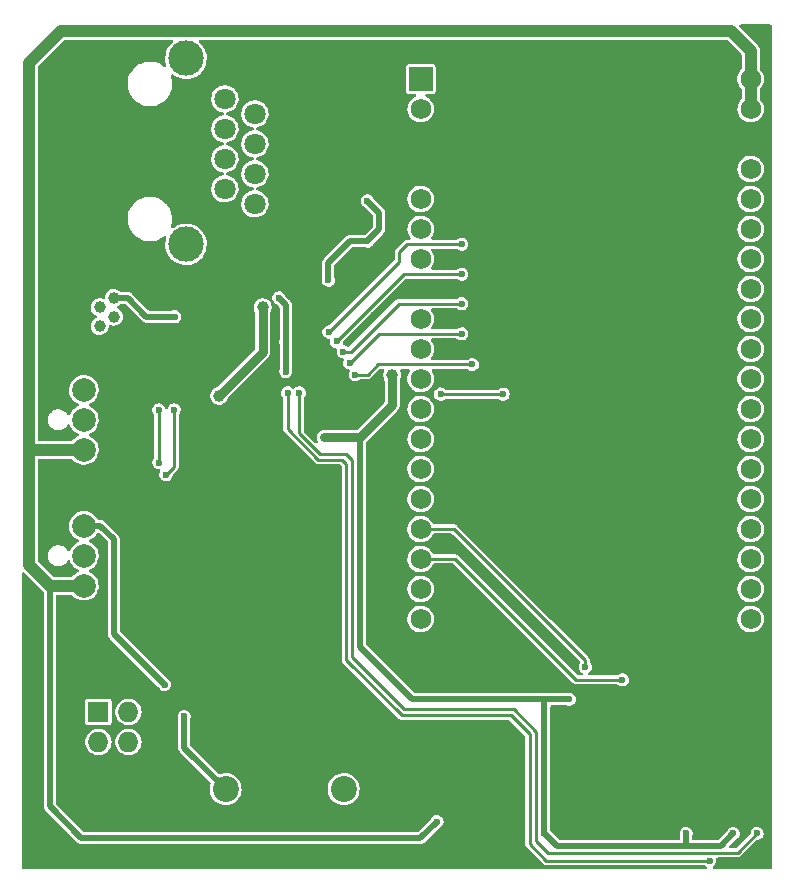
<source format=gbr>
%TF.GenerationSoftware,KiCad,Pcbnew,(5.99.0-10628-ga06f965ffa)*%
%TF.CreationDate,2021-11-10T02:30:53+01:00*%
%TF.ProjectId,16seg_Controller,31367365-675f-4436-9f6e-74726f6c6c65,1.0*%
%TF.SameCoordinates,Original*%
%TF.FileFunction,Copper,L2,Bot*%
%TF.FilePolarity,Positive*%
%FSLAX46Y46*%
G04 Gerber Fmt 4.6, Leading zero omitted, Abs format (unit mm)*
G04 Created by KiCad (PCBNEW (5.99.0-10628-ga06f965ffa)) date 2021-11-10 02:30:53*
%MOMM*%
%LPD*%
G01*
G04 APERTURE LIST*
%TA.AperFunction,ComponentPad*%
%ADD10C,2.000000*%
%TD*%
%TA.AperFunction,ComponentPad*%
%ADD11O,2.400000X1.200000*%
%TD*%
%TA.AperFunction,ComponentPad*%
%ADD12C,1.000000*%
%TD*%
%TA.AperFunction,ComponentPad*%
%ADD13C,3.000000*%
%TD*%
%TA.AperFunction,ComponentPad*%
%ADD14C,1.800000*%
%TD*%
%TA.AperFunction,ComponentPad*%
%ADD15O,1.727200X1.727200*%
%TD*%
%TA.AperFunction,ComponentPad*%
%ADD16R,1.727200X1.727200*%
%TD*%
%TA.AperFunction,ComponentPad*%
%ADD17R,2.000000X2.000000*%
%TD*%
%TA.AperFunction,ComponentPad*%
%ADD18C,1.750000*%
%TD*%
%TA.AperFunction,ComponentPad*%
%ADD19C,2.200000*%
%TD*%
%TA.AperFunction,ViaPad*%
%ADD20C,0.600000*%
%TD*%
%TA.AperFunction,ViaPad*%
%ADD21C,1.000000*%
%TD*%
%TA.AperFunction,Conductor*%
%ADD22C,0.500000*%
%TD*%
%TA.AperFunction,Conductor*%
%ADD23C,0.750000*%
%TD*%
%TA.AperFunction,Conductor*%
%ADD24C,0.250000*%
%TD*%
%TA.AperFunction,Conductor*%
%ADD25C,1.000000*%
%TD*%
G04 APERTURE END LIST*
D10*
%TO.P,J4,4,P4*%
%TO.N,Net-(J3-Pad4)*%
X65500000Y-102690000D03*
%TO.P,J4,3,P3*%
%TO.N,unconnected-(J4-Pad3)*%
X65500000Y-105230000D03*
%TO.P,J4,2,P2*%
%TO.N,+12V*%
X65500000Y-107770000D03*
%TO.P,J4,1,P1*%
%TO.N,GND*%
X65500000Y-110310000D03*
%TD*%
D11*
%TO.P,J2,6,shield*%
%TO.N,GND*%
X63000000Y-81350000D03*
X63000000Y-88650000D03*
D12*
%TO.P,J2,5,GND*%
X68050000Y-86600000D03*
%TO.P,J2,4,ID*%
%TO.N,unconnected-(J2-Pad4)*%
X66850000Y-85800000D03*
%TO.P,J2,3,D+*%
%TO.N,Net-(D1-Pad3)*%
X68050000Y-85000000D03*
%TO.P,J2,2,D-*%
%TO.N,Net-(D1-Pad1)*%
X66850000Y-84200000D03*
%TO.P,J2,1,VBUS*%
%TO.N,Net-(D1-Pad5)*%
X68050000Y-83400000D03*
%TD*%
D13*
%TO.P,J6,S,SHIELD*%
%TO.N,Net-(C15-Pad1)*%
X74150000Y-78875000D03*
X74150000Y-63125000D03*
D14*
%TO.P,J6,8*%
X77450000Y-66555000D03*
%TO.P,J6,7*%
%TO.N,N/C*%
X79990000Y-67825000D03*
%TO.P,J6,6,RD-*%
%TO.N,Net-(C11-Pad1)*%
X77450000Y-69095000D03*
%TO.P,J6,5,RCT*%
%TO.N,Net-(C14-Pad1)*%
X79990000Y-70365000D03*
%TO.P,J6,4,RD+*%
%TO.N,Net-(C12-Pad1)*%
X77450000Y-71635000D03*
%TO.P,J6,3,TD-*%
%TO.N,Net-(J6-Pad3)*%
X79990000Y-72905000D03*
%TO.P,J6,2,TCT*%
%TO.N,Net-(C13-Pad1)*%
X77450000Y-74175000D03*
%TO.P,J6,1,TD+*%
%TO.N,Net-(J6-Pad1)*%
X79990000Y-75445000D03*
%TD*%
D15*
%TO.P,J5,6,P6*%
%TO.N,GND*%
X69270000Y-123540000D03*
%TO.P,J5,5,P5*%
X66730000Y-123540000D03*
%TO.P,J5,4,P4*%
%TO.N,/DISP_ENABLE*%
X69270000Y-121000000D03*
%TO.P,J5,3,P3*%
%TO.N,/DISP_LATCH*%
X66730000Y-121000000D03*
%TO.P,J5,2,P2*%
%TO.N,/DISP_CLOCK*%
X69270000Y-118460000D03*
D16*
%TO.P,J5,1,P1*%
%TO.N,/DISP_DATA*%
X66730000Y-118460000D03*
%TD*%
D17*
%TO.P,A1,1,VIN*%
%TO.N,+UB*%
X94030000Y-64870000D03*
D18*
%TO.P,A1,2,VIN*%
X94030000Y-67410000D03*
%TO.P,A1,3,GND*%
%TO.N,GND*%
X94030000Y-69950000D03*
%TO.P,A1,4,GND*%
X94030000Y-72490000D03*
%TO.P,A1,5,+3V3*%
%TO.N,+3V3*%
X94030000Y-75030000D03*
%TO.P,A1,6,RS485_B*%
%TO.N,unconnected-(A1-Pad6)*%
X94030000Y-77570000D03*
%TO.P,A1,7,RS485_A*%
%TO.N,unconnected-(A1-Pad7)*%
X94030000Y-80110000D03*
%TO.P,A1,8,GND*%
%TO.N,GND*%
X94030000Y-82650000D03*
%TO.P,A1,9,GPIO0/ADC2_CH1/TOUCH1/RTC_GPIO11/CLK_OUT1/EMAC_TX_CLK*%
%TO.N,unconnected-(A1-Pad9)*%
X94030000Y-85190000D03*
%TO.P,A1,10,GPIO2/ADC2_CH2/TOUCH2/RTC_GPIO12/HSPIWP/HS2_DATA0/SD_DATA0*%
%TO.N,unconnected-(A1-Pad10)*%
X94030000Y-87730000D03*
%TO.P,A1,11,GPIO4/ADC2_CH0/TOUCH0/RTC_GPIO10/HSPIHD/HS2_DATA1/SD_DATA1/EMAC_TX_ER*%
%TO.N,Net-(A1-Pad11)*%
X94030000Y-90270000D03*
%TO.P,A1,12,GPIO5/VSPICS0/HS1_DATA6/EMAC_RX_CLK*%
%TO.N,unconnected-(A1-Pad12)*%
X94030000Y-92810000D03*
%TO.P,A1,13,GPIO18/VSPICLK/HS1_DATA7*%
%TO.N,Net-(A1-Pad13)*%
X94030000Y-95350000D03*
%TO.P,A1,14,GPIO19/VSPIQ/U0CTS/EMAC_TXD0*%
%TO.N,Net-(A1-Pad14)*%
X94030000Y-97890000D03*
%TO.P,A1,15,GPIO21/VSPIHD/EMAC_TX_EN*%
%TO.N,Net-(A1-Pad15)*%
X94030000Y-100430000D03*
%TO.P,A1,16,GPIO3/UART_RX/CLK_OUT2*%
%TO.N,Net-(A1-Pad16)*%
X94030000Y-102970000D03*
%TO.P,A1,17,GPIO1/UART_TX/CLK_OUT3/EMAC_RXD2*%
%TO.N,Net-(A1-Pad17)*%
X94030000Y-105510000D03*
%TO.P,A1,18,GPIO22/RS485_~RE~DE/VSPIWP/U0RTS/EMAC_TXD1*%
%TO.N,unconnected-(A1-Pad18)*%
X94030000Y-108050000D03*
%TO.P,A1,19,GPIO23/VSPID/HS1_STROBE*%
%TO.N,Net-(A1-Pad19)*%
X94030000Y-110590000D03*
%TO.P,A1,20,GND*%
%TO.N,GND*%
X94030000Y-113130000D03*
%TO.P,A1,21,GND*%
X121970000Y-113130000D03*
%TO.P,A1,22,GPIO36/SENSOR_VP/ADC1_CH0/RTC_GPIO0*%
%TO.N,unconnected-(A1-Pad22)*%
X121970000Y-110590000D03*
%TO.P,A1,23,GPIO39/SENSOR_VN/ADC1_CH3/RTC_GPIO3*%
%TO.N,unconnected-(A1-Pad23)*%
X121970000Y-108050000D03*
%TO.P,A1,24,GPIO34/ADC1_CH6/RTC_GPIO4*%
%TO.N,unconnected-(A1-Pad24)*%
X121970000Y-105510000D03*
%TO.P,A1,25,GPIO35/ADC1_CH7/RTC_GPIO5*%
%TO.N,unconnected-(A1-Pad25)*%
X121970000Y-102970000D03*
%TO.P,A1,26,GPIO32/XTAL_32K_P/ADC1_CH4/TOUCH9/RTC_GPIO9*%
%TO.N,/W5500 Ethernet/~RST*%
X121970000Y-100430000D03*
%TO.P,A1,27,GPIO33/XTAL_32K_N/ADC1_CH5/TOUCH8/RTC_GPIO8*%
%TO.N,/W5500 Ethernet/~INT*%
X121970000Y-97890000D03*
%TO.P,A1,28,GPIO25/DAC_1/ADC2_CH8/RTC_GPIO6/EMAC_RXD0*%
%TO.N,/W5500 Ethernet/MOSI*%
X121970000Y-95350000D03*
%TO.P,A1,29,GPIO26/DAC_2/ADC2_CH9/RTC_GPIO7/EMAC_RXD1*%
%TO.N,/W5500 Ethernet/MISO*%
X121970000Y-92810000D03*
%TO.P,A1,30,GPIO27/ADC2_CH7/TOUCH7/RTC_GPIO17/EMAC_RX_DV*%
%TO.N,/W5500 Ethernet/SCLK*%
X121970000Y-90270000D03*
%TO.P,A1,31,GPIO14/ADC2_CH6/TOUCH6/RTC_GPIO16/MTMS/HSPICLK/HS2_CLK/SD_CLK/EMAC_TXD2*%
%TO.N,/W5500 Ethernet/~CS*%
X121970000Y-87730000D03*
%TO.P,A1,32,GPIO12/ADC2_CH5/TOUCH5/RTC_GPIO15/MTDI/HSPIQ/HS2_DATA2/SD_DATA2/EMAC_TXD3*%
%TO.N,unconnected-(A1-Pad32)*%
X121970000Y-85190000D03*
%TO.P,A1,33,GPIO13/ADC2_CH4/TOUCH4/RTC_GPIO14/MTCK/HSPID/HS2_DATA3/SD_DATA3/EMAC_RX_ER*%
%TO.N,unconnected-(A1-Pad33)*%
X121970000Y-82650000D03*
%TO.P,A1,34,IBIS_WBME*%
%TO.N,unconnected-(A1-Pad34)*%
X121970000Y-80110000D03*
%TO.P,A1,35,IBIS_WBED*%
%TO.N,unconnected-(A1-Pad35)*%
X121970000Y-77570000D03*
%TO.P,A1,36,IBIS_WBMS*%
%TO.N,unconnected-(A1-Pad36)*%
X121970000Y-75030000D03*
%TO.P,A1,37,IBIS_WBSD*%
%TO.N,unconnected-(A1-Pad37)*%
X121970000Y-72490000D03*
%TO.P,A1,38,GND*%
%TO.N,GND*%
X121970000Y-69950000D03*
%TO.P,A1,39,VOUT*%
%TO.N,+12V*%
X121970000Y-67410000D03*
%TO.P,A1,40,VOUT*%
X121970000Y-64870000D03*
%TD*%
D10*
%TO.P,J3,4,P4*%
%TO.N,Net-(J3-Pad4)*%
X65500000Y-91190000D03*
%TO.P,J3,3,P3*%
%TO.N,unconnected-(J3-Pad3)*%
X65500000Y-93730000D03*
%TO.P,J3,2,P2*%
%TO.N,+12V*%
X65500000Y-96270000D03*
%TO.P,J3,1,P1*%
%TO.N,GND*%
X65500000Y-98810000D03*
%TD*%
D19*
%TO.P,J1,4*%
%TO.N,GND*%
X92500000Y-125000000D03*
%TO.P,J1,3*%
%TO.N,+UB*%
X87500000Y-125000000D03*
%TO.P,J1,2*%
%TO.N,GND*%
X82500000Y-125000000D03*
%TO.P,J1,1*%
%TO.N,+5V*%
X77500000Y-125000000D03*
%TD*%
D20*
%TO.N,GND*%
X84750000Y-90650000D03*
X102500000Y-128750000D03*
X83350000Y-88650000D03*
X74100000Y-83550000D03*
X83350000Y-86150000D03*
X91650000Y-96250000D03*
X110500000Y-128750000D03*
X68800000Y-84300000D03*
X99300000Y-127000000D03*
X90050000Y-84900000D03*
X85200000Y-79450000D03*
X77100000Y-80500000D03*
X114500000Y-128750000D03*
X87050000Y-81450000D03*
D21*
X73450000Y-117450000D03*
D20*
X71850000Y-90100000D03*
X84250000Y-85300000D03*
X106500000Y-128750000D03*
D21*
X78700000Y-99350000D03*
D20*
X89500000Y-76900000D03*
X89500000Y-68200000D03*
D21*
X82900000Y-97900000D03*
D20*
X86350000Y-99150000D03*
D21*
X74400000Y-98850000D03*
X76900000Y-86800000D03*
D20*
X75800000Y-83550000D03*
X83350000Y-90650000D03*
%TO.N,+3V3*%
X85850000Y-95200000D03*
X120500000Y-128750000D03*
D21*
X80650000Y-84200000D03*
D20*
X104500000Y-128750000D03*
X106600000Y-117400000D03*
X116500000Y-128750000D03*
D21*
X76950000Y-91700000D03*
X91600000Y-89950000D03*
D20*
%TO.N,Net-(A1-Pad16)*%
X107950000Y-114650000D03*
X71850000Y-92900000D03*
X71850000Y-97350000D03*
%TO.N,Net-(A1-Pad17)*%
X111100000Y-115750000D03*
X72450000Y-98400000D03*
X73150000Y-92900000D03*
%TO.N,/W5500 Ethernet/~RST*%
X101000000Y-91550000D03*
X95700000Y-91550000D03*
%TO.N,/W5500 Ethernet/~INT*%
X98400000Y-89050000D03*
X88500000Y-89900000D03*
%TO.N,/W5500 Ethernet/MOSI*%
X88000000Y-88900000D03*
X97500000Y-86450000D03*
%TO.N,/W5500 Ethernet/MISO*%
X87450000Y-87950000D03*
X97500000Y-83900000D03*
%TO.N,/W5500 Ethernet/SCLK*%
X97500000Y-81400000D03*
X86900000Y-87100000D03*
%TO.N,/W5500 Ethernet/~CS*%
X97500000Y-78850000D03*
X86250000Y-86300000D03*
%TO.N,+12V*%
X95400000Y-127750000D03*
%TO.N,+5V*%
X74000000Y-118850000D03*
%TO.N,+3V3A*%
X86200000Y-81900000D03*
X82600000Y-87150000D03*
X82000000Y-83400000D03*
X89500000Y-75200000D03*
X89500000Y-78600000D03*
X82600000Y-89650000D03*
%TO.N,Net-(D1-Pad5)*%
X73200000Y-85000000D03*
%TO.N,Net-(D7-Pad1)*%
X118500000Y-131050000D03*
X82750000Y-91450000D03*
%TO.N,Net-(D8-Pad1)*%
X83750000Y-91450000D03*
X122500000Y-128750000D03*
%TO.N,Net-(J3-Pad4)*%
X72350000Y-116150000D03*
%TD*%
D22*
%TO.N,+3V3A*%
X86200000Y-80450000D02*
X88050000Y-78600000D01*
X86200000Y-81900000D02*
X86200000Y-80450000D01*
X88050000Y-78600000D02*
X89500000Y-78600000D01*
D23*
%TO.N,+3V3*%
X85850000Y-95200000D02*
X88900000Y-95200000D01*
X80650000Y-84200000D02*
X80650000Y-88000000D01*
X88900000Y-95200000D02*
X91600000Y-92500000D01*
X91600000Y-89950000D02*
X91600000Y-92500000D01*
D22*
X106600000Y-117400000D02*
X104500000Y-117400000D01*
X116500000Y-128750000D02*
X116500000Y-129800000D01*
X93300000Y-117400000D02*
X88900000Y-113000000D01*
X119450000Y-129800000D02*
X120500000Y-128750000D01*
X88900000Y-113000000D02*
X88900000Y-95200000D01*
X116500000Y-129800000D02*
X119450000Y-129800000D01*
X105550000Y-129800000D02*
X116500000Y-129800000D01*
D23*
X80650000Y-88000000D02*
X76950000Y-91700000D01*
D22*
X104500000Y-128750000D02*
X105550000Y-129800000D01*
X104500000Y-117400000D02*
X93300000Y-117400000D01*
X104500000Y-128750000D02*
X104500000Y-117400000D01*
D24*
%TO.N,Net-(A1-Pad16)*%
X107950000Y-114100000D02*
X107950000Y-114650000D01*
X94030000Y-102970000D02*
X96820000Y-102970000D01*
X107900000Y-114050000D02*
X107950000Y-114100000D01*
X71850000Y-92900000D02*
X71850000Y-97350000D01*
X96820000Y-102970000D02*
X107900000Y-114050000D01*
%TO.N,Net-(A1-Pad17)*%
X94030000Y-105510000D02*
X96960000Y-105510000D01*
X107200000Y-115750000D02*
X111100000Y-115750000D01*
X73150000Y-97700000D02*
X72450000Y-98400000D01*
X96960000Y-105510000D02*
X107200000Y-115750000D01*
X73150000Y-92900000D02*
X73150000Y-97700000D01*
%TO.N,/W5500 Ethernet/~RST*%
X95700000Y-91550000D02*
X101000000Y-91550000D01*
%TO.N,/W5500 Ethernet/~INT*%
X98400000Y-89050000D02*
X90400000Y-89050000D01*
X90400000Y-89050000D02*
X89550000Y-89900000D01*
X89550000Y-89900000D02*
X88500000Y-89900000D01*
%TO.N,/W5500 Ethernet/MOSI*%
X90450000Y-86450000D02*
X97500000Y-86450000D01*
X88000000Y-88900000D02*
X90450000Y-86450000D01*
%TO.N,/W5500 Ethernet/MISO*%
X87450000Y-87950000D02*
X88100000Y-87950000D01*
X92150000Y-83900000D02*
X97500000Y-83900000D01*
X88100000Y-87950000D02*
X92150000Y-83900000D01*
%TO.N,/W5500 Ethernet/SCLK*%
X92600000Y-81400000D02*
X97500000Y-81400000D01*
X86900000Y-87100000D02*
X92600000Y-81400000D01*
%TO.N,/W5500 Ethernet/~CS*%
X92900000Y-78850000D02*
X97500000Y-78850000D01*
X92200000Y-80350000D02*
X92200000Y-79550000D01*
X92200000Y-79550000D02*
X92900000Y-78850000D01*
X86250000Y-86300000D02*
X92200000Y-80350000D01*
D25*
%TO.N,+12V*%
X121970000Y-62470000D02*
X120300000Y-60800000D01*
X60850000Y-63500000D02*
X60850000Y-96100000D01*
X61020000Y-96270000D02*
X60850000Y-96100000D01*
X121970000Y-64870000D02*
X121970000Y-62470000D01*
D22*
X62620000Y-126470000D02*
X65300000Y-129150000D01*
D25*
X60850000Y-106000000D02*
X62620000Y-107770000D01*
D22*
X65300000Y-129150000D02*
X94000000Y-129150000D01*
D25*
X120300000Y-60800000D02*
X63550000Y-60800000D01*
X60850000Y-96100000D02*
X60850000Y-106000000D01*
X121970000Y-67410000D02*
X121970000Y-64870000D01*
X63550000Y-60800000D02*
X60850000Y-63500000D01*
D22*
X94000000Y-129150000D02*
X95400000Y-127750000D01*
X62620000Y-107770000D02*
X62620000Y-126470000D01*
D25*
X65500000Y-96270000D02*
X61020000Y-96270000D01*
X62620000Y-107770000D02*
X65500000Y-107770000D01*
D22*
%TO.N,+5V*%
X74000000Y-121500000D02*
X77500000Y-125000000D01*
X74000000Y-118850000D02*
X74000000Y-121500000D01*
%TO.N,+3V3A*%
X82600000Y-84000000D02*
X82000000Y-83400000D01*
X89500000Y-78600000D02*
X90500000Y-77600000D01*
X90500000Y-77600000D02*
X90500000Y-76200000D01*
X82600000Y-89650000D02*
X82600000Y-87150000D01*
X82600000Y-87150000D02*
X82600000Y-84000000D01*
X90500000Y-76200000D02*
X89500000Y-75200000D01*
%TO.N,Net-(D1-Pad5)*%
X69200000Y-83400000D02*
X70800000Y-85000000D01*
X70800000Y-85000000D02*
X73200000Y-85000000D01*
X68050000Y-83400000D02*
X69200000Y-83400000D01*
D24*
%TO.N,Net-(D7-Pad1)*%
X101650000Y-118750000D02*
X92400000Y-118750000D01*
X87700000Y-114050000D02*
X87700000Y-97450000D01*
X85350000Y-97100000D02*
X82750000Y-94500000D01*
X103250000Y-129650000D02*
X103250000Y-120350000D01*
X118500000Y-131050000D02*
X104650000Y-131050000D01*
X104650000Y-131050000D02*
X103250000Y-129650000D01*
X87350000Y-97100000D02*
X85350000Y-97100000D01*
X82750000Y-94500000D02*
X82750000Y-91450000D01*
X87700000Y-97450000D02*
X87350000Y-97100000D01*
X92400000Y-118750000D02*
X87700000Y-114050000D01*
X103250000Y-120350000D02*
X101650000Y-118750000D01*
%TO.N,Net-(D8-Pad1)*%
X92600000Y-118250000D02*
X101900000Y-118250000D01*
X101900000Y-118250000D02*
X103800000Y-120150000D01*
X103800000Y-129400000D02*
X104800000Y-130400000D01*
X88200000Y-113850000D02*
X92600000Y-118250000D01*
X83750000Y-94850000D02*
X85500000Y-96600000D01*
X120850000Y-130400000D02*
X122500000Y-128750000D01*
X103800000Y-120150000D02*
X103800000Y-129400000D01*
X85500000Y-96600000D02*
X87700000Y-96600000D01*
X83750000Y-91450000D02*
X83750000Y-94850000D01*
X88200000Y-97100000D02*
X88200000Y-113850000D01*
X104800000Y-130400000D02*
X120850000Y-130400000D01*
X87700000Y-96600000D02*
X88200000Y-97100000D01*
D22*
%TO.N,Net-(J3-Pad4)*%
X68050000Y-103850000D02*
X66890000Y-102690000D01*
X68050000Y-111850000D02*
X68050000Y-103850000D01*
X66890000Y-102690000D02*
X65500000Y-102690000D01*
X72350000Y-116150000D02*
X68050000Y-111850000D01*
%TD*%
%TA.AperFunction,Conductor*%
%TO.N,GND*%
G36*
X123688121Y-60274002D02*
G01*
X123734614Y-60327658D01*
X123746000Y-60380000D01*
X123746000Y-131620000D01*
X123725998Y-131688121D01*
X123672342Y-131734614D01*
X123620000Y-131746000D01*
X118871631Y-131746000D01*
X118803510Y-131725998D01*
X118757017Y-131672342D01*
X118746913Y-131602068D01*
X118776407Y-131537488D01*
X118800809Y-131515788D01*
X118867275Y-131470618D01*
X118867276Y-131470617D01*
X118874379Y-131465790D01*
X118879922Y-131459231D01*
X118966858Y-131356355D01*
X118966860Y-131356352D01*
X118972401Y-131349795D01*
X119035620Y-131211713D01*
X119059377Y-131061717D01*
X119059500Y-131050000D01*
X119042048Y-130922600D01*
X119052620Y-130852395D01*
X119099469Y-130799051D01*
X119166882Y-130779500D01*
X120797235Y-130779500D01*
X120817953Y-130781705D01*
X120821711Y-130781882D01*
X120831887Y-130784073D01*
X120863149Y-130780373D01*
X120869666Y-130779989D01*
X120869661Y-130779928D01*
X120874840Y-130779500D01*
X120880040Y-130779500D01*
X120885168Y-130778646D01*
X120885173Y-130778646D01*
X120900523Y-130776091D01*
X120906400Y-130775254D01*
X120924654Y-130773093D01*
X120957272Y-130769233D01*
X120965520Y-130765272D01*
X120974546Y-130763770D01*
X121019654Y-130739431D01*
X121024912Y-130736753D01*
X121063944Y-130718011D01*
X121063948Y-130718009D01*
X121071090Y-130714579D01*
X121077522Y-130709172D01*
X121079460Y-130707234D01*
X121079651Y-130707058D01*
X121085663Y-130703815D01*
X121092732Y-130696167D01*
X121092738Y-130696163D01*
X121118033Y-130668798D01*
X121121463Y-130665231D01*
X122446392Y-129340302D01*
X122508704Y-129306276D01*
X122528893Y-129303570D01*
X122596257Y-129300040D01*
X122596259Y-129300040D01*
X122604840Y-129299590D01*
X122748773Y-129251151D01*
X122755878Y-129246322D01*
X122755881Y-129246321D01*
X122867275Y-129170618D01*
X122867276Y-129170617D01*
X122874379Y-129165790D01*
X122879922Y-129159231D01*
X122966858Y-129056355D01*
X122966860Y-129056352D01*
X122972401Y-129049795D01*
X123035620Y-128911713D01*
X123059377Y-128761717D01*
X123059500Y-128750000D01*
X123038889Y-128599539D01*
X123012141Y-128537727D01*
X122981987Y-128468045D01*
X122981985Y-128468042D01*
X122978576Y-128460164D01*
X122883004Y-128342142D01*
X122759214Y-128254169D01*
X122616327Y-128202726D01*
X122607767Y-128202097D01*
X122607765Y-128202097D01*
X122515187Y-128195299D01*
X122464869Y-128191604D01*
X122315999Y-128221621D01*
X122308347Y-128225520D01*
X122188337Y-128286668D01*
X122188334Y-128286670D01*
X122180686Y-128290567D01*
X122068898Y-128393361D01*
X122064370Y-128400663D01*
X122064369Y-128400665D01*
X122027478Y-128460164D01*
X121988871Y-128522431D01*
X121946502Y-128668267D01*
X121946412Y-128676852D01*
X121946412Y-128676853D01*
X121945998Y-128716428D01*
X121925284Y-128784336D01*
X121909100Y-128804205D01*
X120729710Y-129983595D01*
X120667398Y-130017621D01*
X120640615Y-130020500D01*
X120247161Y-130020500D01*
X120179040Y-130000498D01*
X120132547Y-129946842D01*
X120122443Y-129876568D01*
X120151937Y-129811988D01*
X120158066Y-129805405D01*
X120672931Y-129290540D01*
X120721837Y-129260216D01*
X120748773Y-129251151D01*
X120755878Y-129246322D01*
X120755881Y-129246321D01*
X120867275Y-129170618D01*
X120867276Y-129170617D01*
X120874379Y-129165790D01*
X120879922Y-129159231D01*
X120966858Y-129056355D01*
X120966860Y-129056352D01*
X120972401Y-129049795D01*
X121035620Y-128911713D01*
X121059377Y-128761717D01*
X121059500Y-128750000D01*
X121038889Y-128599539D01*
X121012141Y-128537727D01*
X120981987Y-128468045D01*
X120981985Y-128468042D01*
X120978576Y-128460164D01*
X120883004Y-128342142D01*
X120759214Y-128254169D01*
X120616327Y-128202726D01*
X120607767Y-128202097D01*
X120607765Y-128202097D01*
X120515187Y-128195299D01*
X120464869Y-128191604D01*
X120315999Y-128221621D01*
X120308347Y-128225520D01*
X120188337Y-128286668D01*
X120188334Y-128286670D01*
X120180686Y-128290567D01*
X120068898Y-128393361D01*
X120064370Y-128400663D01*
X120064369Y-128400665D01*
X120027478Y-128460164D01*
X119988871Y-128522431D01*
X119986476Y-128530677D01*
X119982979Y-128538530D01*
X119981176Y-128537727D01*
X119955663Y-128580867D01*
X119277935Y-129258595D01*
X119215623Y-129292621D01*
X119188840Y-129295500D01*
X117130500Y-129295500D01*
X117062379Y-129275498D01*
X117015886Y-129221842D01*
X117004500Y-129169500D01*
X117004500Y-129007158D01*
X117015936Y-128954707D01*
X117032045Y-128919522D01*
X117032045Y-128919520D01*
X117035620Y-128911713D01*
X117059377Y-128761717D01*
X117059500Y-128750000D01*
X117038889Y-128599539D01*
X117012141Y-128537727D01*
X116981987Y-128468045D01*
X116981985Y-128468042D01*
X116978576Y-128460164D01*
X116883004Y-128342142D01*
X116759214Y-128254169D01*
X116616327Y-128202726D01*
X116607767Y-128202097D01*
X116607765Y-128202097D01*
X116515187Y-128195299D01*
X116464869Y-128191604D01*
X116315999Y-128221621D01*
X116308347Y-128225520D01*
X116188337Y-128286668D01*
X116188334Y-128286670D01*
X116180686Y-128290567D01*
X116068898Y-128393361D01*
X116064370Y-128400663D01*
X116064369Y-128400665D01*
X116027478Y-128460164D01*
X115988871Y-128522431D01*
X115946502Y-128668267D01*
X115944912Y-128820124D01*
X115984218Y-128966815D01*
X115986273Y-128970290D01*
X115995500Y-129016052D01*
X115995500Y-129169500D01*
X115975498Y-129237621D01*
X115921842Y-129284114D01*
X115869500Y-129295500D01*
X105811162Y-129295500D01*
X105743041Y-129275498D01*
X105722067Y-129258596D01*
X105041405Y-128577935D01*
X105007380Y-128515622D01*
X105004500Y-128488839D01*
X105004500Y-118030500D01*
X105024502Y-117962379D01*
X105078158Y-117915886D01*
X105130500Y-117904500D01*
X106336195Y-117904500D01*
X106389183Y-117917810D01*
X106389352Y-117917355D01*
X106393477Y-117918889D01*
X106395738Y-117919457D01*
X106397399Y-117920348D01*
X106397403Y-117920350D01*
X106404974Y-117924409D01*
X106413359Y-117926283D01*
X106413361Y-117926284D01*
X106544797Y-117955664D01*
X106544799Y-117955664D01*
X106553182Y-117957538D01*
X106648885Y-117952522D01*
X106696257Y-117950040D01*
X106696258Y-117950040D01*
X106704840Y-117949590D01*
X106848773Y-117901151D01*
X106855878Y-117896322D01*
X106855881Y-117896321D01*
X106967275Y-117820618D01*
X106967276Y-117820617D01*
X106974379Y-117815790D01*
X107013946Y-117768968D01*
X107066858Y-117706355D01*
X107066860Y-117706352D01*
X107072401Y-117699795D01*
X107135620Y-117561713D01*
X107159377Y-117411717D01*
X107159500Y-117400000D01*
X107138889Y-117249539D01*
X107135477Y-117241654D01*
X107081987Y-117118045D01*
X107081985Y-117118042D01*
X107078576Y-117110164D01*
X106983004Y-116992142D01*
X106859214Y-116904169D01*
X106716327Y-116852726D01*
X106707767Y-116852097D01*
X106707765Y-116852097D01*
X106615187Y-116845299D01*
X106564869Y-116841604D01*
X106415999Y-116871621D01*
X106408349Y-116875519D01*
X106408343Y-116875521D01*
X106396085Y-116881767D01*
X106338883Y-116895500D01*
X104478136Y-116895500D01*
X104477367Y-116895498D01*
X104433507Y-116895230D01*
X104433504Y-116895230D01*
X104430853Y-116895214D01*
X104429947Y-116895473D01*
X104429548Y-116895500D01*
X93561160Y-116895500D01*
X93493039Y-116875498D01*
X93472065Y-116858595D01*
X89441405Y-112827935D01*
X89407379Y-112765623D01*
X89404500Y-112738840D01*
X89404500Y-110694794D01*
X92900350Y-110694794D01*
X92940547Y-110906515D01*
X93020054Y-111106816D01*
X93136002Y-111288468D01*
X93284208Y-111444918D01*
X93289073Y-111448408D01*
X93289076Y-111448410D01*
X93379332Y-111513146D01*
X93459324Y-111570520D01*
X93655031Y-111660742D01*
X93660847Y-111662176D01*
X93660850Y-111662177D01*
X93858444Y-111710893D01*
X93858445Y-111710893D01*
X93864269Y-111712329D01*
X93870260Y-111712638D01*
X93870262Y-111712638D01*
X93931536Y-111715796D01*
X94079486Y-111723420D01*
X94085421Y-111722591D01*
X94085425Y-111722591D01*
X94242985Y-111700587D01*
X94292918Y-111693614D01*
X94496863Y-111623987D01*
X94683962Y-111517051D01*
X94847465Y-111376664D01*
X94981472Y-111207893D01*
X95081147Y-111016826D01*
X95142894Y-110810359D01*
X95154531Y-110694794D01*
X95164175Y-110599010D01*
X95164175Y-110599008D01*
X95164484Y-110595940D01*
X95164500Y-110590000D01*
X95144032Y-110375471D01*
X95114168Y-110273675D01*
X95085055Y-110174436D01*
X95085054Y-110174434D01*
X95083367Y-110168683D01*
X94984694Y-109977097D01*
X94851573Y-109807627D01*
X94768480Y-109735522D01*
X94693339Y-109670317D01*
X94693334Y-109670313D01*
X94688808Y-109666386D01*
X94502271Y-109558472D01*
X94425508Y-109531815D01*
X94304350Y-109489742D01*
X94304346Y-109489741D01*
X94298693Y-109487778D01*
X94175088Y-109469856D01*
X94091360Y-109457715D01*
X94091357Y-109457715D01*
X94085420Y-109456854D01*
X93870148Y-109466818D01*
X93660643Y-109517309D01*
X93655193Y-109519787D01*
X93655190Y-109519788D01*
X93469922Y-109604025D01*
X93469920Y-109604026D01*
X93464466Y-109606506D01*
X93288694Y-109731189D01*
X93284546Y-109735522D01*
X93143821Y-109882525D01*
X93143817Y-109882530D01*
X93139671Y-109886861D01*
X93022773Y-110067903D01*
X93020530Y-110073469D01*
X92984308Y-110163349D01*
X92942219Y-110267785D01*
X92941069Y-110273675D01*
X92921190Y-110375471D01*
X92900915Y-110479292D01*
X92900350Y-110694794D01*
X89404500Y-110694794D01*
X89404500Y-108154794D01*
X92900350Y-108154794D01*
X92901468Y-108160681D01*
X92934094Y-108332524D01*
X92940547Y-108366515D01*
X93020054Y-108566816D01*
X93136002Y-108748468D01*
X93284208Y-108904918D01*
X93289073Y-108908408D01*
X93289076Y-108908410D01*
X93398068Y-108986584D01*
X93459324Y-109030520D01*
X93655031Y-109120742D01*
X93660847Y-109122176D01*
X93660850Y-109122177D01*
X93858444Y-109170893D01*
X93858445Y-109170893D01*
X93864269Y-109172329D01*
X93870260Y-109172638D01*
X93870262Y-109172638D01*
X93931536Y-109175796D01*
X94079486Y-109183420D01*
X94085421Y-109182591D01*
X94085425Y-109182591D01*
X94242985Y-109160587D01*
X94292918Y-109153614D01*
X94496863Y-109083987D01*
X94683962Y-108977051D01*
X94847465Y-108836664D01*
X94981472Y-108667893D01*
X94993188Y-108645436D01*
X95078374Y-108482141D01*
X95081147Y-108476826D01*
X95135746Y-108294262D01*
X95141176Y-108276104D01*
X95141176Y-108276103D01*
X95142894Y-108270359D01*
X95144246Y-108256938D01*
X95164175Y-108059010D01*
X95164175Y-108059008D01*
X95164484Y-108055940D01*
X95164500Y-108050000D01*
X95144032Y-107835471D01*
X95114168Y-107733675D01*
X95085055Y-107634436D01*
X95085054Y-107634434D01*
X95083367Y-107628683D01*
X94984694Y-107437097D01*
X94851573Y-107267627D01*
X94768480Y-107195522D01*
X94693339Y-107130317D01*
X94693334Y-107130313D01*
X94688808Y-107126386D01*
X94502271Y-107018472D01*
X94425508Y-106991815D01*
X94304350Y-106949742D01*
X94304346Y-106949741D01*
X94298693Y-106947778D01*
X94175088Y-106929856D01*
X94091360Y-106917715D01*
X94091357Y-106917715D01*
X94085420Y-106916854D01*
X93870148Y-106926818D01*
X93660643Y-106977309D01*
X93655193Y-106979787D01*
X93655190Y-106979788D01*
X93469922Y-107064025D01*
X93469920Y-107064026D01*
X93464466Y-107066506D01*
X93288694Y-107191189D01*
X93284546Y-107195522D01*
X93143821Y-107342525D01*
X93143817Y-107342530D01*
X93139671Y-107346861D01*
X93022773Y-107527903D01*
X93020530Y-107533469D01*
X92984308Y-107623349D01*
X92942219Y-107727785D01*
X92941069Y-107733675D01*
X92921103Y-107835917D01*
X92900915Y-107939292D01*
X92900350Y-108154794D01*
X89404500Y-108154794D01*
X89404500Y-103074794D01*
X92900350Y-103074794D01*
X92940547Y-103286515D01*
X93020054Y-103486816D01*
X93023278Y-103491866D01*
X93023279Y-103491869D01*
X93053972Y-103539954D01*
X93136002Y-103668468D01*
X93284208Y-103824918D01*
X93289073Y-103828408D01*
X93289076Y-103828410D01*
X93400898Y-103908614D01*
X93459324Y-103950520D01*
X93655031Y-104040742D01*
X93660847Y-104042176D01*
X93660850Y-104042177D01*
X93858444Y-104090893D01*
X93858445Y-104090893D01*
X93864269Y-104092329D01*
X93870260Y-104092638D01*
X93870262Y-104092638D01*
X93931536Y-104095796D01*
X94079486Y-104103420D01*
X94085421Y-104102591D01*
X94085425Y-104102591D01*
X94242985Y-104080587D01*
X94292918Y-104073614D01*
X94496863Y-104003987D01*
X94683962Y-103897051D01*
X94847465Y-103756664D01*
X94855393Y-103746680D01*
X94893385Y-103698831D01*
X94981472Y-103587893D01*
X94987940Y-103575496D01*
X95070507Y-103417222D01*
X95119749Y-103366077D01*
X95182220Y-103349500D01*
X96610616Y-103349500D01*
X96678737Y-103369502D01*
X96699711Y-103386405D01*
X107481873Y-114168567D01*
X107515899Y-114230879D01*
X107510834Y-114301694D01*
X107499865Y-114324058D01*
X107438871Y-114422431D01*
X107396502Y-114568267D01*
X107394912Y-114720124D01*
X107434218Y-114866815D01*
X107511524Y-114997532D01*
X107621134Y-115102645D01*
X107678600Y-115133458D01*
X107729180Y-115183274D01*
X107744800Y-115252531D01*
X107720497Y-115319238D01*
X107663987Y-115362217D01*
X107619056Y-115370500D01*
X107409384Y-115370500D01*
X107341263Y-115350498D01*
X107320289Y-115333595D01*
X97265655Y-105278960D01*
X97252578Y-105262768D01*
X97250037Y-105259975D01*
X97244388Y-105251227D01*
X97219669Y-105231740D01*
X97214784Y-105227398D01*
X97214744Y-105227445D01*
X97210787Y-105224092D01*
X97207106Y-105220411D01*
X97190194Y-105208325D01*
X97185448Y-105204762D01*
X97153412Y-105179507D01*
X97145234Y-105173060D01*
X97136603Y-105170029D01*
X97129157Y-105164708D01*
X97119179Y-105161724D01*
X97119177Y-105161723D01*
X97080065Y-105150026D01*
X97074418Y-105148191D01*
X97033586Y-105133851D01*
X97033583Y-105133850D01*
X97026107Y-105131225D01*
X97017735Y-105130500D01*
X97015026Y-105130500D01*
X97014733Y-105130487D01*
X97008191Y-105128531D01*
X96982821Y-105129528D01*
X96960555Y-105130403D01*
X96955607Y-105130500D01*
X95181739Y-105130500D01*
X95113618Y-105110498D01*
X95069723Y-105062192D01*
X94987440Y-104902428D01*
X94987438Y-104902425D01*
X94984694Y-104897097D01*
X94851573Y-104727627D01*
X94820985Y-104701084D01*
X94693339Y-104590317D01*
X94693334Y-104590313D01*
X94688808Y-104586386D01*
X94502271Y-104478472D01*
X94410198Y-104446499D01*
X94304350Y-104409742D01*
X94304346Y-104409741D01*
X94298693Y-104407778D01*
X94175088Y-104389856D01*
X94091360Y-104377715D01*
X94091357Y-104377715D01*
X94085420Y-104376854D01*
X93870148Y-104386818D01*
X93660643Y-104437309D01*
X93655193Y-104439787D01*
X93655190Y-104439788D01*
X93469922Y-104524025D01*
X93469920Y-104524026D01*
X93464466Y-104526506D01*
X93288694Y-104651189D01*
X93284546Y-104655522D01*
X93143821Y-104802525D01*
X93143817Y-104802530D01*
X93139671Y-104806861D01*
X93136419Y-104811898D01*
X93136417Y-104811900D01*
X93107580Y-104856561D01*
X93022773Y-104987903D01*
X93020530Y-104993469D01*
X92948779Y-105171508D01*
X92942219Y-105187785D01*
X92941069Y-105193675D01*
X92917254Y-105315626D01*
X92900915Y-105399292D01*
X92900350Y-105614794D01*
X92940547Y-105826515D01*
X93020054Y-106026816D01*
X93023278Y-106031866D01*
X93023279Y-106031869D01*
X93067887Y-106101754D01*
X93136002Y-106208468D01*
X93284208Y-106364918D01*
X93289073Y-106368408D01*
X93289076Y-106368410D01*
X93398068Y-106446584D01*
X93459324Y-106490520D01*
X93655031Y-106580742D01*
X93660847Y-106582176D01*
X93660850Y-106582177D01*
X93858444Y-106630893D01*
X93858445Y-106630893D01*
X93864269Y-106632329D01*
X93870260Y-106632638D01*
X93870262Y-106632638D01*
X93931536Y-106635796D01*
X94079486Y-106643420D01*
X94085421Y-106642591D01*
X94085425Y-106642591D01*
X94242985Y-106620587D01*
X94292918Y-106613614D01*
X94496863Y-106543987D01*
X94683962Y-106437051D01*
X94847465Y-106296664D01*
X94981472Y-106127893D01*
X94993188Y-106105436D01*
X95070507Y-105957222D01*
X95119749Y-105906077D01*
X95182220Y-105889500D01*
X96750616Y-105889500D01*
X96818737Y-105909502D01*
X96839711Y-105926405D01*
X106894344Y-115981038D01*
X106907425Y-115997234D01*
X106909961Y-116000021D01*
X106915612Y-116008773D01*
X106923791Y-116015220D01*
X106923791Y-116015221D01*
X106940336Y-116028264D01*
X106945219Y-116032604D01*
X106945259Y-116032557D01*
X106949218Y-116035912D01*
X106952895Y-116039589D01*
X106957120Y-116042608D01*
X106957129Y-116042616D01*
X106969799Y-116051670D01*
X106974537Y-116055227D01*
X107014766Y-116086940D01*
X107023397Y-116089971D01*
X107030843Y-116095292D01*
X107040821Y-116098276D01*
X107040823Y-116098277D01*
X107079935Y-116109974D01*
X107085582Y-116111809D01*
X107126414Y-116126149D01*
X107126417Y-116126150D01*
X107133893Y-116128775D01*
X107142265Y-116129500D01*
X107144974Y-116129500D01*
X107145267Y-116129513D01*
X107151809Y-116131469D01*
X107199444Y-116129597D01*
X107204393Y-116129500D01*
X110644208Y-116129500D01*
X110712329Y-116149502D01*
X110731418Y-116164558D01*
X110771134Y-116202645D01*
X110778705Y-116206704D01*
X110778707Y-116206706D01*
X110833288Y-116235972D01*
X110904974Y-116274409D01*
X110913356Y-116276283D01*
X110913357Y-116276283D01*
X111044797Y-116305664D01*
X111044799Y-116305664D01*
X111053182Y-116307538D01*
X111148885Y-116302522D01*
X111196257Y-116300040D01*
X111196258Y-116300040D01*
X111204840Y-116299590D01*
X111348773Y-116251151D01*
X111355878Y-116246322D01*
X111355881Y-116246321D01*
X111467275Y-116170618D01*
X111467276Y-116170617D01*
X111474379Y-116165790D01*
X111483821Y-116154617D01*
X111566858Y-116056355D01*
X111566860Y-116056352D01*
X111572401Y-116049795D01*
X111635620Y-115911713D01*
X111659377Y-115761717D01*
X111659500Y-115750000D01*
X111638889Y-115599539D01*
X111635477Y-115591654D01*
X111581987Y-115468045D01*
X111581985Y-115468042D01*
X111578576Y-115460164D01*
X111483004Y-115342142D01*
X111359214Y-115254169D01*
X111216327Y-115202726D01*
X111207767Y-115202097D01*
X111207765Y-115202097D01*
X111115187Y-115195299D01*
X111064869Y-115191604D01*
X110915999Y-115221621D01*
X110908347Y-115225520D01*
X110788337Y-115286668D01*
X110788334Y-115286670D01*
X110780686Y-115290567D01*
X110729919Y-115337250D01*
X110666237Y-115368634D01*
X110644634Y-115370500D01*
X108285580Y-115370500D01*
X108217459Y-115350498D01*
X108170966Y-115296842D01*
X108160862Y-115226568D01*
X108190356Y-115161988D01*
X108214758Y-115140288D01*
X108317275Y-115070618D01*
X108317276Y-115070617D01*
X108324379Y-115065790D01*
X108329922Y-115059231D01*
X108416858Y-114956355D01*
X108416860Y-114956352D01*
X108422401Y-114949795D01*
X108485620Y-114811713D01*
X108509377Y-114661717D01*
X108509500Y-114650000D01*
X108488889Y-114499539D01*
X108485477Y-114491654D01*
X108431987Y-114368045D01*
X108431985Y-114368042D01*
X108428576Y-114360164D01*
X108423171Y-114353490D01*
X108423169Y-114353486D01*
X108357580Y-114272490D01*
X108330254Y-114206963D01*
X108329500Y-114193196D01*
X108329500Y-114152765D01*
X108331705Y-114132047D01*
X108331882Y-114128289D01*
X108334073Y-114118113D01*
X108330373Y-114086851D01*
X108329989Y-114080334D01*
X108329928Y-114080339D01*
X108329500Y-114075160D01*
X108329500Y-114069960D01*
X108328646Y-114064827D01*
X108326091Y-114049477D01*
X108325254Y-114043600D01*
X108322218Y-114017953D01*
X108319233Y-113992728D01*
X108315272Y-113984480D01*
X108313770Y-113975454D01*
X108289447Y-113930375D01*
X108286752Y-113925086D01*
X108268011Y-113886058D01*
X108264579Y-113878911D01*
X108259172Y-113872478D01*
X108257242Y-113870548D01*
X108257058Y-113870347D01*
X108253815Y-113864337D01*
X108218827Y-113831995D01*
X108215260Y-113828566D01*
X108147106Y-113760411D01*
X108147096Y-113760402D01*
X105081488Y-110694794D01*
X120840350Y-110694794D01*
X120880547Y-110906515D01*
X120960054Y-111106816D01*
X121076002Y-111288468D01*
X121224208Y-111444918D01*
X121229073Y-111448408D01*
X121229076Y-111448410D01*
X121319332Y-111513146D01*
X121399324Y-111570520D01*
X121595031Y-111660742D01*
X121600847Y-111662176D01*
X121600850Y-111662177D01*
X121798444Y-111710893D01*
X121798445Y-111710893D01*
X121804269Y-111712329D01*
X121810260Y-111712638D01*
X121810262Y-111712638D01*
X121871536Y-111715796D01*
X122019486Y-111723420D01*
X122025421Y-111722591D01*
X122025425Y-111722591D01*
X122182985Y-111700587D01*
X122232918Y-111693614D01*
X122436863Y-111623987D01*
X122623962Y-111517051D01*
X122787465Y-111376664D01*
X122921472Y-111207893D01*
X123021147Y-111016826D01*
X123082894Y-110810359D01*
X123094531Y-110694794D01*
X123104175Y-110599010D01*
X123104175Y-110599008D01*
X123104484Y-110595940D01*
X123104500Y-110590000D01*
X123084032Y-110375471D01*
X123054168Y-110273675D01*
X123025055Y-110174436D01*
X123025054Y-110174434D01*
X123023367Y-110168683D01*
X122924694Y-109977097D01*
X122791573Y-109807627D01*
X122708480Y-109735522D01*
X122633339Y-109670317D01*
X122633334Y-109670313D01*
X122628808Y-109666386D01*
X122442271Y-109558472D01*
X122365508Y-109531815D01*
X122244350Y-109489742D01*
X122244346Y-109489741D01*
X122238693Y-109487778D01*
X122115088Y-109469856D01*
X122031360Y-109457715D01*
X122031357Y-109457715D01*
X122025420Y-109456854D01*
X121810148Y-109466818D01*
X121600643Y-109517309D01*
X121595193Y-109519787D01*
X121595190Y-109519788D01*
X121409922Y-109604025D01*
X121409920Y-109604026D01*
X121404466Y-109606506D01*
X121228694Y-109731189D01*
X121224546Y-109735522D01*
X121083821Y-109882525D01*
X121083817Y-109882530D01*
X121079671Y-109886861D01*
X120962773Y-110067903D01*
X120960530Y-110073469D01*
X120924308Y-110163349D01*
X120882219Y-110267785D01*
X120881069Y-110273675D01*
X120861190Y-110375471D01*
X120840915Y-110479292D01*
X120840350Y-110694794D01*
X105081488Y-110694794D01*
X102541488Y-108154794D01*
X120840350Y-108154794D01*
X120841468Y-108160681D01*
X120874094Y-108332524D01*
X120880547Y-108366515D01*
X120960054Y-108566816D01*
X121076002Y-108748468D01*
X121224208Y-108904918D01*
X121229073Y-108908408D01*
X121229076Y-108908410D01*
X121338068Y-108986584D01*
X121399324Y-109030520D01*
X121595031Y-109120742D01*
X121600847Y-109122176D01*
X121600850Y-109122177D01*
X121798444Y-109170893D01*
X121798445Y-109170893D01*
X121804269Y-109172329D01*
X121810260Y-109172638D01*
X121810262Y-109172638D01*
X121871536Y-109175796D01*
X122019486Y-109183420D01*
X122025421Y-109182591D01*
X122025425Y-109182591D01*
X122182985Y-109160587D01*
X122232918Y-109153614D01*
X122436863Y-109083987D01*
X122623962Y-108977051D01*
X122787465Y-108836664D01*
X122921472Y-108667893D01*
X122933188Y-108645436D01*
X123018374Y-108482141D01*
X123021147Y-108476826D01*
X123075746Y-108294262D01*
X123081176Y-108276104D01*
X123081176Y-108276103D01*
X123082894Y-108270359D01*
X123084246Y-108256938D01*
X123104175Y-108059010D01*
X123104175Y-108059008D01*
X123104484Y-108055940D01*
X123104500Y-108050000D01*
X123084032Y-107835471D01*
X123054168Y-107733675D01*
X123025055Y-107634436D01*
X123025054Y-107634434D01*
X123023367Y-107628683D01*
X122924694Y-107437097D01*
X122791573Y-107267627D01*
X122708480Y-107195522D01*
X122633339Y-107130317D01*
X122633334Y-107130313D01*
X122628808Y-107126386D01*
X122442271Y-107018472D01*
X122365508Y-106991815D01*
X122244350Y-106949742D01*
X122244346Y-106949741D01*
X122238693Y-106947778D01*
X122115088Y-106929856D01*
X122031360Y-106917715D01*
X122031357Y-106917715D01*
X122025420Y-106916854D01*
X121810148Y-106926818D01*
X121600643Y-106977309D01*
X121595193Y-106979787D01*
X121595190Y-106979788D01*
X121409922Y-107064025D01*
X121409920Y-107064026D01*
X121404466Y-107066506D01*
X121228694Y-107191189D01*
X121224546Y-107195522D01*
X121083821Y-107342525D01*
X121083817Y-107342530D01*
X121079671Y-107346861D01*
X120962773Y-107527903D01*
X120960530Y-107533469D01*
X120924308Y-107623349D01*
X120882219Y-107727785D01*
X120881069Y-107733675D01*
X120861103Y-107835917D01*
X120840915Y-107939292D01*
X120840350Y-108154794D01*
X102541488Y-108154794D01*
X100001488Y-105614794D01*
X120840350Y-105614794D01*
X120880547Y-105826515D01*
X120960054Y-106026816D01*
X120963278Y-106031866D01*
X120963279Y-106031869D01*
X121007887Y-106101754D01*
X121076002Y-106208468D01*
X121224208Y-106364918D01*
X121229073Y-106368408D01*
X121229076Y-106368410D01*
X121338068Y-106446584D01*
X121399324Y-106490520D01*
X121595031Y-106580742D01*
X121600847Y-106582176D01*
X121600850Y-106582177D01*
X121798444Y-106630893D01*
X121798445Y-106630893D01*
X121804269Y-106632329D01*
X121810260Y-106632638D01*
X121810262Y-106632638D01*
X121871536Y-106635796D01*
X122019486Y-106643420D01*
X122025421Y-106642591D01*
X122025425Y-106642591D01*
X122182985Y-106620587D01*
X122232918Y-106613614D01*
X122436863Y-106543987D01*
X122623962Y-106437051D01*
X122787465Y-106296664D01*
X122921472Y-106127893D01*
X122933188Y-106105436D01*
X123018374Y-105942141D01*
X123021147Y-105936826D01*
X123051456Y-105835482D01*
X123081176Y-105736104D01*
X123081176Y-105736103D01*
X123082894Y-105730359D01*
X123087673Y-105682902D01*
X123104175Y-105519010D01*
X123104175Y-105519008D01*
X123104484Y-105515940D01*
X123104500Y-105510000D01*
X123084032Y-105295471D01*
X123069161Y-105244779D01*
X123025055Y-105094436D01*
X123025054Y-105094434D01*
X123023367Y-105088683D01*
X122924694Y-104897097D01*
X122791573Y-104727627D01*
X122760985Y-104701084D01*
X122633339Y-104590317D01*
X122633334Y-104590313D01*
X122628808Y-104586386D01*
X122442271Y-104478472D01*
X122350198Y-104446499D01*
X122244350Y-104409742D01*
X122244346Y-104409741D01*
X122238693Y-104407778D01*
X122115088Y-104389856D01*
X122031360Y-104377715D01*
X122031357Y-104377715D01*
X122025420Y-104376854D01*
X121810148Y-104386818D01*
X121600643Y-104437309D01*
X121595193Y-104439787D01*
X121595190Y-104439788D01*
X121409922Y-104524025D01*
X121409920Y-104524026D01*
X121404466Y-104526506D01*
X121228694Y-104651189D01*
X121224546Y-104655522D01*
X121083821Y-104802525D01*
X121083817Y-104802530D01*
X121079671Y-104806861D01*
X121076419Y-104811898D01*
X121076417Y-104811900D01*
X121047580Y-104856561D01*
X120962773Y-104987903D01*
X120960530Y-104993469D01*
X120888779Y-105171508D01*
X120882219Y-105187785D01*
X120881069Y-105193675D01*
X120857254Y-105315626D01*
X120840915Y-105399292D01*
X120840350Y-105614794D01*
X100001488Y-105614794D01*
X97461489Y-103074794D01*
X120840350Y-103074794D01*
X120880547Y-103286515D01*
X120960054Y-103486816D01*
X120963278Y-103491866D01*
X120963279Y-103491869D01*
X120993972Y-103539954D01*
X121076002Y-103668468D01*
X121224208Y-103824918D01*
X121229073Y-103828408D01*
X121229076Y-103828410D01*
X121340898Y-103908614D01*
X121399324Y-103950520D01*
X121595031Y-104040742D01*
X121600847Y-104042176D01*
X121600850Y-104042177D01*
X121798444Y-104090893D01*
X121798445Y-104090893D01*
X121804269Y-104092329D01*
X121810260Y-104092638D01*
X121810262Y-104092638D01*
X121871536Y-104095796D01*
X122019486Y-104103420D01*
X122025421Y-104102591D01*
X122025425Y-104102591D01*
X122182985Y-104080587D01*
X122232918Y-104073614D01*
X122436863Y-104003987D01*
X122623962Y-103897051D01*
X122787465Y-103756664D01*
X122795393Y-103746680D01*
X122833385Y-103698831D01*
X122921472Y-103587893D01*
X122927940Y-103575496D01*
X122990224Y-103456103D01*
X123021147Y-103396826D01*
X123051294Y-103296024D01*
X123081176Y-103196104D01*
X123081176Y-103196103D01*
X123082894Y-103190359D01*
X123094531Y-103074794D01*
X123104175Y-102979010D01*
X123104175Y-102979008D01*
X123104484Y-102975940D01*
X123104500Y-102970000D01*
X123084032Y-102755471D01*
X123061125Y-102677387D01*
X123025055Y-102554436D01*
X123025054Y-102554434D01*
X123023367Y-102548683D01*
X122924694Y-102357097D01*
X122791573Y-102187627D01*
X122706431Y-102113744D01*
X122633339Y-102050317D01*
X122633334Y-102050313D01*
X122628808Y-102046386D01*
X122442271Y-101938472D01*
X122365508Y-101911815D01*
X122244350Y-101869742D01*
X122244346Y-101869741D01*
X122238693Y-101867778D01*
X122115088Y-101849856D01*
X122031360Y-101837715D01*
X122031357Y-101837715D01*
X122025420Y-101836854D01*
X121810148Y-101846818D01*
X121600643Y-101897309D01*
X121595193Y-101899787D01*
X121595190Y-101899788D01*
X121409922Y-101984025D01*
X121409920Y-101984026D01*
X121404466Y-101986506D01*
X121228694Y-102111189D01*
X121224546Y-102115522D01*
X121083821Y-102262525D01*
X121083817Y-102262530D01*
X121079671Y-102266861D01*
X121076419Y-102271898D01*
X121076417Y-102271900D01*
X121052735Y-102308577D01*
X120962773Y-102447903D01*
X120960530Y-102453469D01*
X120888779Y-102631508D01*
X120882219Y-102647785D01*
X120881069Y-102653675D01*
X120861190Y-102755471D01*
X120840915Y-102859292D01*
X120840350Y-103074794D01*
X97461489Y-103074794D01*
X97125655Y-102738960D01*
X97112578Y-102722768D01*
X97110037Y-102719975D01*
X97104388Y-102711227D01*
X97079669Y-102691740D01*
X97074784Y-102687398D01*
X97074744Y-102687445D01*
X97070787Y-102684092D01*
X97067106Y-102680411D01*
X97050194Y-102668325D01*
X97045448Y-102664762D01*
X97013412Y-102639507D01*
X97005234Y-102633060D01*
X96996603Y-102630029D01*
X96989157Y-102624708D01*
X96979179Y-102621724D01*
X96979177Y-102621723D01*
X96940065Y-102610026D01*
X96934418Y-102608191D01*
X96893586Y-102593851D01*
X96893583Y-102593850D01*
X96886107Y-102591225D01*
X96877735Y-102590500D01*
X96875026Y-102590500D01*
X96874733Y-102590487D01*
X96868191Y-102588531D01*
X96842821Y-102589528D01*
X96820555Y-102590403D01*
X96815607Y-102590500D01*
X95181739Y-102590500D01*
X95113618Y-102570498D01*
X95069723Y-102522192D01*
X94987440Y-102362428D01*
X94987438Y-102362425D01*
X94984694Y-102357097D01*
X94851573Y-102187627D01*
X94766431Y-102113744D01*
X94693339Y-102050317D01*
X94693334Y-102050313D01*
X94688808Y-102046386D01*
X94502271Y-101938472D01*
X94425508Y-101911815D01*
X94304350Y-101869742D01*
X94304346Y-101869741D01*
X94298693Y-101867778D01*
X94175088Y-101849856D01*
X94091360Y-101837715D01*
X94091357Y-101837715D01*
X94085420Y-101836854D01*
X93870148Y-101846818D01*
X93660643Y-101897309D01*
X93655193Y-101899787D01*
X93655190Y-101899788D01*
X93469922Y-101984025D01*
X93469920Y-101984026D01*
X93464466Y-101986506D01*
X93288694Y-102111189D01*
X93284546Y-102115522D01*
X93143821Y-102262525D01*
X93143817Y-102262530D01*
X93139671Y-102266861D01*
X93136419Y-102271898D01*
X93136417Y-102271900D01*
X93112735Y-102308577D01*
X93022773Y-102447903D01*
X93020530Y-102453469D01*
X92948779Y-102631508D01*
X92942219Y-102647785D01*
X92941069Y-102653675D01*
X92921190Y-102755471D01*
X92900915Y-102859292D01*
X92900350Y-103074794D01*
X89404500Y-103074794D01*
X89404500Y-100534794D01*
X92900350Y-100534794D01*
X92940547Y-100746515D01*
X93020054Y-100946816D01*
X93136002Y-101128468D01*
X93284208Y-101284918D01*
X93289073Y-101288408D01*
X93289076Y-101288410D01*
X93379332Y-101353146D01*
X93459324Y-101410520D01*
X93531271Y-101443688D01*
X93642524Y-101494976D01*
X93655031Y-101500742D01*
X93660847Y-101502176D01*
X93660850Y-101502177D01*
X93858444Y-101550893D01*
X93858445Y-101550893D01*
X93864269Y-101552329D01*
X93870260Y-101552638D01*
X93870262Y-101552638D01*
X93931536Y-101555796D01*
X94079486Y-101563420D01*
X94085421Y-101562591D01*
X94085425Y-101562591D01*
X94242985Y-101540587D01*
X94292918Y-101533614D01*
X94496863Y-101463987D01*
X94683962Y-101357051D01*
X94847465Y-101216664D01*
X94981472Y-101047893D01*
X95081147Y-100856826D01*
X95142894Y-100650359D01*
X95154531Y-100534794D01*
X120840350Y-100534794D01*
X120880547Y-100746515D01*
X120960054Y-100946816D01*
X121076002Y-101128468D01*
X121224208Y-101284918D01*
X121229073Y-101288408D01*
X121229076Y-101288410D01*
X121319332Y-101353146D01*
X121399324Y-101410520D01*
X121471271Y-101443688D01*
X121582524Y-101494976D01*
X121595031Y-101500742D01*
X121600847Y-101502176D01*
X121600850Y-101502177D01*
X121798444Y-101550893D01*
X121798445Y-101550893D01*
X121804269Y-101552329D01*
X121810260Y-101552638D01*
X121810262Y-101552638D01*
X121871536Y-101555796D01*
X122019486Y-101563420D01*
X122025421Y-101562591D01*
X122025425Y-101562591D01*
X122182985Y-101540587D01*
X122232918Y-101533614D01*
X122436863Y-101463987D01*
X122623962Y-101357051D01*
X122787465Y-101216664D01*
X122921472Y-101047893D01*
X123021147Y-100856826D01*
X123082894Y-100650359D01*
X123094531Y-100534794D01*
X123104175Y-100439010D01*
X123104175Y-100439008D01*
X123104484Y-100435940D01*
X123104500Y-100430000D01*
X123084032Y-100215471D01*
X123054168Y-100113675D01*
X123025055Y-100014436D01*
X123025054Y-100014434D01*
X123023367Y-100008683D01*
X122924694Y-99817097D01*
X122791573Y-99647627D01*
X122708480Y-99575522D01*
X122633339Y-99510317D01*
X122633334Y-99510313D01*
X122628808Y-99506386D01*
X122442271Y-99398472D01*
X122365508Y-99371815D01*
X122244350Y-99329742D01*
X122244346Y-99329741D01*
X122238693Y-99327778D01*
X122115088Y-99309856D01*
X122031360Y-99297715D01*
X122031357Y-99297715D01*
X122025420Y-99296854D01*
X121810148Y-99306818D01*
X121600643Y-99357309D01*
X121595193Y-99359787D01*
X121595190Y-99359788D01*
X121409922Y-99444025D01*
X121409920Y-99444026D01*
X121404466Y-99446506D01*
X121228694Y-99571189D01*
X121224546Y-99575522D01*
X121083821Y-99722525D01*
X121083817Y-99722530D01*
X121079671Y-99726861D01*
X120962773Y-99907903D01*
X120960530Y-99913469D01*
X120924308Y-100003349D01*
X120882219Y-100107785D01*
X120881069Y-100113675D01*
X120861190Y-100215471D01*
X120840915Y-100319292D01*
X120840350Y-100534794D01*
X95154531Y-100534794D01*
X95164175Y-100439010D01*
X95164175Y-100439008D01*
X95164484Y-100435940D01*
X95164500Y-100430000D01*
X95144032Y-100215471D01*
X95114168Y-100113675D01*
X95085055Y-100014436D01*
X95085054Y-100014434D01*
X95083367Y-100008683D01*
X94984694Y-99817097D01*
X94851573Y-99647627D01*
X94768480Y-99575522D01*
X94693339Y-99510317D01*
X94693334Y-99510313D01*
X94688808Y-99506386D01*
X94502271Y-99398472D01*
X94425508Y-99371815D01*
X94304350Y-99329742D01*
X94304346Y-99329741D01*
X94298693Y-99327778D01*
X94175088Y-99309856D01*
X94091360Y-99297715D01*
X94091357Y-99297715D01*
X94085420Y-99296854D01*
X93870148Y-99306818D01*
X93660643Y-99357309D01*
X93655193Y-99359787D01*
X93655190Y-99359788D01*
X93469922Y-99444025D01*
X93469920Y-99444026D01*
X93464466Y-99446506D01*
X93288694Y-99571189D01*
X93284546Y-99575522D01*
X93143821Y-99722525D01*
X93143817Y-99722530D01*
X93139671Y-99726861D01*
X93022773Y-99907903D01*
X93020530Y-99913469D01*
X92984308Y-100003349D01*
X92942219Y-100107785D01*
X92941069Y-100113675D01*
X92921190Y-100215471D01*
X92900915Y-100319292D01*
X92900350Y-100534794D01*
X89404500Y-100534794D01*
X89404500Y-97994794D01*
X92900350Y-97994794D01*
X92909144Y-98041112D01*
X92935642Y-98180678D01*
X92940547Y-98206515D01*
X93020054Y-98406816D01*
X93023278Y-98411866D01*
X93023279Y-98411869D01*
X93054979Y-98461532D01*
X93136002Y-98588468D01*
X93284208Y-98744918D01*
X93289073Y-98748408D01*
X93289076Y-98748410D01*
X93384777Y-98817051D01*
X93459324Y-98870520D01*
X93557178Y-98915631D01*
X93647105Y-98957088D01*
X93655031Y-98960742D01*
X93660847Y-98962176D01*
X93660850Y-98962177D01*
X93858444Y-99010893D01*
X93858445Y-99010893D01*
X93864269Y-99012329D01*
X93870260Y-99012638D01*
X93870262Y-99012638D01*
X93931536Y-99015796D01*
X94079486Y-99023420D01*
X94085421Y-99022591D01*
X94085425Y-99022591D01*
X94242985Y-99000587D01*
X94292918Y-98993614D01*
X94496863Y-98923987D01*
X94683962Y-98817051D01*
X94847465Y-98676664D01*
X94981472Y-98507893D01*
X94996847Y-98478422D01*
X95068051Y-98341929D01*
X95081147Y-98316826D01*
X95124331Y-98172431D01*
X95141176Y-98116104D01*
X95141176Y-98116103D01*
X95142894Y-98110359D01*
X95154392Y-97996174D01*
X95154531Y-97994794D01*
X120840350Y-97994794D01*
X120849144Y-98041112D01*
X120875642Y-98180678D01*
X120880547Y-98206515D01*
X120960054Y-98406816D01*
X120963278Y-98411866D01*
X120963279Y-98411869D01*
X120994979Y-98461532D01*
X121076002Y-98588468D01*
X121224208Y-98744918D01*
X121229073Y-98748408D01*
X121229076Y-98748410D01*
X121324777Y-98817051D01*
X121399324Y-98870520D01*
X121497178Y-98915631D01*
X121587105Y-98957088D01*
X121595031Y-98960742D01*
X121600847Y-98962176D01*
X121600850Y-98962177D01*
X121798444Y-99010893D01*
X121798445Y-99010893D01*
X121804269Y-99012329D01*
X121810260Y-99012638D01*
X121810262Y-99012638D01*
X121871536Y-99015796D01*
X122019486Y-99023420D01*
X122025421Y-99022591D01*
X122025425Y-99022591D01*
X122182985Y-99000587D01*
X122232918Y-98993614D01*
X122436863Y-98923987D01*
X122623962Y-98817051D01*
X122787465Y-98676664D01*
X122921472Y-98507893D01*
X122936847Y-98478422D01*
X123008051Y-98341929D01*
X123021147Y-98316826D01*
X123064331Y-98172431D01*
X123081176Y-98116104D01*
X123081176Y-98116103D01*
X123082894Y-98110359D01*
X123094392Y-97996174D01*
X123104175Y-97899010D01*
X123104175Y-97899008D01*
X123104484Y-97895940D01*
X123104500Y-97890000D01*
X123093070Y-97770202D01*
X123084602Y-97681445D01*
X123084032Y-97675471D01*
X123079313Y-97659384D01*
X123025055Y-97474436D01*
X123025054Y-97474434D01*
X123023367Y-97468683D01*
X123012856Y-97448275D01*
X122927440Y-97282428D01*
X122927438Y-97282425D01*
X122924694Y-97277097D01*
X122791573Y-97107627D01*
X122787042Y-97103695D01*
X122633339Y-96970317D01*
X122633334Y-96970313D01*
X122628808Y-96966386D01*
X122442271Y-96858472D01*
X122365508Y-96831815D01*
X122244350Y-96789742D01*
X122244346Y-96789741D01*
X122238693Y-96787778D01*
X122115088Y-96769856D01*
X122031360Y-96757715D01*
X122031357Y-96757715D01*
X122025420Y-96756854D01*
X121810148Y-96766818D01*
X121600643Y-96817309D01*
X121595193Y-96819787D01*
X121595190Y-96819788D01*
X121409922Y-96904025D01*
X121409920Y-96904026D01*
X121404466Y-96906506D01*
X121228694Y-97031189D01*
X121224546Y-97035522D01*
X121083821Y-97182525D01*
X121083817Y-97182530D01*
X121079671Y-97186861D01*
X120962773Y-97367903D01*
X120948471Y-97403391D01*
X120892286Y-97542806D01*
X120882219Y-97567785D01*
X120881069Y-97573675D01*
X120843490Y-97766107D01*
X120840915Y-97779292D01*
X120840899Y-97785279D01*
X120840899Y-97785282D01*
X120840682Y-97868257D01*
X120840350Y-97994794D01*
X95154531Y-97994794D01*
X95164175Y-97899010D01*
X95164175Y-97899008D01*
X95164484Y-97895940D01*
X95164500Y-97890000D01*
X95153070Y-97770202D01*
X95144602Y-97681445D01*
X95144032Y-97675471D01*
X95139313Y-97659384D01*
X95085055Y-97474436D01*
X95085054Y-97474434D01*
X95083367Y-97468683D01*
X95072856Y-97448275D01*
X94987440Y-97282428D01*
X94987438Y-97282425D01*
X94984694Y-97277097D01*
X94851573Y-97107627D01*
X94847042Y-97103695D01*
X94693339Y-96970317D01*
X94693334Y-96970313D01*
X94688808Y-96966386D01*
X94502271Y-96858472D01*
X94425508Y-96831815D01*
X94304350Y-96789742D01*
X94304346Y-96789741D01*
X94298693Y-96787778D01*
X94175088Y-96769856D01*
X94091360Y-96757715D01*
X94091357Y-96757715D01*
X94085420Y-96756854D01*
X93870148Y-96766818D01*
X93660643Y-96817309D01*
X93655193Y-96819787D01*
X93655190Y-96819788D01*
X93469922Y-96904025D01*
X93469920Y-96904026D01*
X93464466Y-96906506D01*
X93288694Y-97031189D01*
X93284546Y-97035522D01*
X93143821Y-97182525D01*
X93143817Y-97182530D01*
X93139671Y-97186861D01*
X93022773Y-97367903D01*
X93008471Y-97403391D01*
X92952286Y-97542806D01*
X92942219Y-97567785D01*
X92941069Y-97573675D01*
X92903490Y-97766107D01*
X92900915Y-97779292D01*
X92900899Y-97785279D01*
X92900899Y-97785282D01*
X92900682Y-97868257D01*
X92900350Y-97994794D01*
X89404500Y-97994794D01*
X89404500Y-95637938D01*
X89424502Y-95569817D01*
X89441405Y-95548843D01*
X89535454Y-95454794D01*
X92900350Y-95454794D01*
X92908078Y-95495498D01*
X92937939Y-95652776D01*
X92940547Y-95666515D01*
X93020054Y-95866816D01*
X93136002Y-96048468D01*
X93140125Y-96052820D01*
X93264009Y-96183595D01*
X93284208Y-96204918D01*
X93289073Y-96208408D01*
X93289076Y-96208410D01*
X93384777Y-96277051D01*
X93459324Y-96330520D01*
X93655031Y-96420742D01*
X93660847Y-96422176D01*
X93660850Y-96422177D01*
X93858444Y-96470893D01*
X93858445Y-96470893D01*
X93864269Y-96472329D01*
X93870260Y-96472638D01*
X93870262Y-96472638D01*
X93931536Y-96475796D01*
X94079486Y-96483420D01*
X94085421Y-96482591D01*
X94085425Y-96482591D01*
X94285757Y-96454614D01*
X94292918Y-96453614D01*
X94496863Y-96383987D01*
X94683962Y-96277051D01*
X94847465Y-96136664D01*
X94981472Y-95967893D01*
X94987938Y-95955500D01*
X95043234Y-95849502D01*
X95081147Y-95776826D01*
X95089152Y-95750061D01*
X95141176Y-95576104D01*
X95141176Y-95576103D01*
X95142894Y-95570359D01*
X95145061Y-95548843D01*
X95154531Y-95454794D01*
X120840350Y-95454794D01*
X120848078Y-95495498D01*
X120877939Y-95652776D01*
X120880547Y-95666515D01*
X120960054Y-95866816D01*
X121076002Y-96048468D01*
X121080125Y-96052820D01*
X121204009Y-96183595D01*
X121224208Y-96204918D01*
X121229073Y-96208408D01*
X121229076Y-96208410D01*
X121324777Y-96277051D01*
X121399324Y-96330520D01*
X121595031Y-96420742D01*
X121600847Y-96422176D01*
X121600850Y-96422177D01*
X121798444Y-96470893D01*
X121798445Y-96470893D01*
X121804269Y-96472329D01*
X121810260Y-96472638D01*
X121810262Y-96472638D01*
X121871536Y-96475796D01*
X122019486Y-96483420D01*
X122025421Y-96482591D01*
X122025425Y-96482591D01*
X122225757Y-96454614D01*
X122232918Y-96453614D01*
X122436863Y-96383987D01*
X122623962Y-96277051D01*
X122787465Y-96136664D01*
X122921472Y-95967893D01*
X122927938Y-95955500D01*
X122983234Y-95849502D01*
X123021147Y-95776826D01*
X123029152Y-95750061D01*
X123081176Y-95576104D01*
X123081176Y-95576103D01*
X123082894Y-95570359D01*
X123085061Y-95548843D01*
X123104175Y-95359010D01*
X123104175Y-95359008D01*
X123104484Y-95355940D01*
X123104500Y-95350000D01*
X123084032Y-95135471D01*
X123054168Y-95033675D01*
X123025055Y-94934436D01*
X123025054Y-94934434D01*
X123023367Y-94928683D01*
X123020620Y-94923349D01*
X122927440Y-94742428D01*
X122927438Y-94742425D01*
X122924694Y-94737097D01*
X122791573Y-94567627D01*
X122775245Y-94553458D01*
X122633339Y-94430317D01*
X122633334Y-94430313D01*
X122628808Y-94426386D01*
X122442271Y-94318472D01*
X122365508Y-94291815D01*
X122244350Y-94249742D01*
X122244346Y-94249741D01*
X122238693Y-94247778D01*
X122115088Y-94229856D01*
X122031360Y-94217715D01*
X122031357Y-94217715D01*
X122025420Y-94216854D01*
X121810148Y-94226818D01*
X121600643Y-94277309D01*
X121595193Y-94279787D01*
X121595190Y-94279788D01*
X121409922Y-94364025D01*
X121409920Y-94364026D01*
X121404466Y-94366506D01*
X121228694Y-94491189D01*
X121224546Y-94495522D01*
X121083821Y-94642525D01*
X121083817Y-94642530D01*
X121079671Y-94646861D01*
X121076419Y-94651898D01*
X121076417Y-94651900D01*
X121050005Y-94692805D01*
X120962773Y-94827903D01*
X120948245Y-94863951D01*
X120888935Y-95011121D01*
X120882219Y-95027785D01*
X120881069Y-95033675D01*
X120854824Y-95168070D01*
X120840915Y-95239292D01*
X120840899Y-95245279D01*
X120840899Y-95245282D01*
X120840652Y-95339471D01*
X120840350Y-95454794D01*
X95154531Y-95454794D01*
X95164175Y-95359010D01*
X95164175Y-95359008D01*
X95164484Y-95355940D01*
X95164500Y-95350000D01*
X95144032Y-95135471D01*
X95114168Y-95033675D01*
X95085055Y-94934436D01*
X95085054Y-94934434D01*
X95083367Y-94928683D01*
X95080620Y-94923349D01*
X94987440Y-94742428D01*
X94987438Y-94742425D01*
X94984694Y-94737097D01*
X94851573Y-94567627D01*
X94835245Y-94553458D01*
X94693339Y-94430317D01*
X94693334Y-94430313D01*
X94688808Y-94426386D01*
X94502271Y-94318472D01*
X94425508Y-94291815D01*
X94304350Y-94249742D01*
X94304346Y-94249741D01*
X94298693Y-94247778D01*
X94175088Y-94229856D01*
X94091360Y-94217715D01*
X94091357Y-94217715D01*
X94085420Y-94216854D01*
X93870148Y-94226818D01*
X93660643Y-94277309D01*
X93655193Y-94279787D01*
X93655190Y-94279788D01*
X93469922Y-94364025D01*
X93469920Y-94364026D01*
X93464466Y-94366506D01*
X93288694Y-94491189D01*
X93284546Y-94495522D01*
X93143821Y-94642525D01*
X93143817Y-94642530D01*
X93139671Y-94646861D01*
X93136419Y-94651898D01*
X93136417Y-94651900D01*
X93110005Y-94692805D01*
X93022773Y-94827903D01*
X93008245Y-94863951D01*
X92948935Y-95011121D01*
X92942219Y-95027785D01*
X92941069Y-95033675D01*
X92914824Y-95168070D01*
X92900915Y-95239292D01*
X92900899Y-95245279D01*
X92900899Y-95245282D01*
X92900652Y-95339471D01*
X92900350Y-95454794D01*
X89535454Y-95454794D01*
X91989819Y-93000429D01*
X91998006Y-92992978D01*
X92004446Y-92988891D01*
X92050702Y-92939633D01*
X92053456Y-92936792D01*
X92073111Y-92917137D01*
X92074928Y-92914794D01*
X92900350Y-92914794D01*
X92910548Y-92968507D01*
X92937130Y-93108516D01*
X92940547Y-93126515D01*
X93020054Y-93326816D01*
X93023278Y-93331866D01*
X93023279Y-93331869D01*
X93028293Y-93339724D01*
X93136002Y-93508468D01*
X93284208Y-93664918D01*
X93289073Y-93668408D01*
X93289076Y-93668410D01*
X93383555Y-93736175D01*
X93459324Y-93790520D01*
X93655031Y-93880742D01*
X93660847Y-93882176D01*
X93660850Y-93882177D01*
X93858444Y-93930893D01*
X93858445Y-93930893D01*
X93864269Y-93932329D01*
X93870260Y-93932638D01*
X93870262Y-93932638D01*
X93931536Y-93935796D01*
X94079486Y-93943420D01*
X94085421Y-93942591D01*
X94085425Y-93942591D01*
X94242985Y-93920587D01*
X94292918Y-93913614D01*
X94496863Y-93843987D01*
X94683962Y-93737051D01*
X94847465Y-93596664D01*
X94981472Y-93427893D01*
X95017415Y-93358995D01*
X95046058Y-93304088D01*
X95081147Y-93236826D01*
X95093587Y-93195232D01*
X95141176Y-93036104D01*
X95141176Y-93036103D01*
X95142894Y-93030359D01*
X95144616Y-93013263D01*
X95154531Y-92914794D01*
X120840350Y-92914794D01*
X120850548Y-92968507D01*
X120877130Y-93108516D01*
X120880547Y-93126515D01*
X120960054Y-93326816D01*
X120963278Y-93331866D01*
X120963279Y-93331869D01*
X120968293Y-93339724D01*
X121076002Y-93508468D01*
X121224208Y-93664918D01*
X121229073Y-93668408D01*
X121229076Y-93668410D01*
X121323555Y-93736175D01*
X121399324Y-93790520D01*
X121595031Y-93880742D01*
X121600847Y-93882176D01*
X121600850Y-93882177D01*
X121798444Y-93930893D01*
X121798445Y-93930893D01*
X121804269Y-93932329D01*
X121810260Y-93932638D01*
X121810262Y-93932638D01*
X121871536Y-93935796D01*
X122019486Y-93943420D01*
X122025421Y-93942591D01*
X122025425Y-93942591D01*
X122182985Y-93920587D01*
X122232918Y-93913614D01*
X122436863Y-93843987D01*
X122623962Y-93737051D01*
X122787465Y-93596664D01*
X122921472Y-93427893D01*
X122957415Y-93358995D01*
X122986058Y-93304088D01*
X123021147Y-93236826D01*
X123033587Y-93195232D01*
X123081176Y-93036104D01*
X123081176Y-93036103D01*
X123082894Y-93030359D01*
X123084616Y-93013263D01*
X123104175Y-92819010D01*
X123104175Y-92819008D01*
X123104484Y-92815940D01*
X123104500Y-92810000D01*
X123084032Y-92595471D01*
X123061633Y-92519120D01*
X123025055Y-92394436D01*
X123025054Y-92394434D01*
X123023367Y-92388683D01*
X123020620Y-92383349D01*
X122927440Y-92202428D01*
X122927438Y-92202425D01*
X122924694Y-92197097D01*
X122791573Y-92027627D01*
X122725880Y-91970621D01*
X122633339Y-91890317D01*
X122633334Y-91890313D01*
X122628808Y-91886386D01*
X122442271Y-91778472D01*
X122337202Y-91741986D01*
X122244350Y-91709742D01*
X122244346Y-91709741D01*
X122238693Y-91707778D01*
X122115088Y-91689856D01*
X122031360Y-91677715D01*
X122031357Y-91677715D01*
X122025420Y-91676854D01*
X121810148Y-91686818D01*
X121600643Y-91737309D01*
X121595193Y-91739787D01*
X121595190Y-91739788D01*
X121409922Y-91824025D01*
X121409920Y-91824026D01*
X121404466Y-91826506D01*
X121228694Y-91951189D01*
X121224546Y-91955522D01*
X121083821Y-92102525D01*
X121083817Y-92102530D01*
X121079671Y-92106861D01*
X120962773Y-92287903D01*
X120948245Y-92323951D01*
X120888935Y-92471121D01*
X120882219Y-92487785D01*
X120877483Y-92512038D01*
X120846161Y-92672431D01*
X120840915Y-92699292D01*
X120840350Y-92914794D01*
X95154531Y-92914794D01*
X95164175Y-92819010D01*
X95164175Y-92819008D01*
X95164484Y-92815940D01*
X95164500Y-92810000D01*
X95144032Y-92595471D01*
X95121633Y-92519120D01*
X95085055Y-92394436D01*
X95085054Y-92394434D01*
X95083367Y-92388683D01*
X95080620Y-92383349D01*
X94987440Y-92202428D01*
X94987438Y-92202425D01*
X94984694Y-92197097D01*
X94851573Y-92027627D01*
X94785880Y-91970621D01*
X94693339Y-91890317D01*
X94693334Y-91890313D01*
X94688808Y-91886386D01*
X94502271Y-91778472D01*
X94397202Y-91741986D01*
X94304350Y-91709742D01*
X94304346Y-91709741D01*
X94298693Y-91707778D01*
X94175088Y-91689856D01*
X94091360Y-91677715D01*
X94091357Y-91677715D01*
X94085420Y-91676854D01*
X93870148Y-91686818D01*
X93660643Y-91737309D01*
X93655193Y-91739787D01*
X93655190Y-91739788D01*
X93469922Y-91824025D01*
X93469920Y-91824026D01*
X93464466Y-91826506D01*
X93288694Y-91951189D01*
X93284546Y-91955522D01*
X93143821Y-92102525D01*
X93143817Y-92102530D01*
X93139671Y-92106861D01*
X93022773Y-92287903D01*
X93008245Y-92323951D01*
X92948935Y-92471121D01*
X92942219Y-92487785D01*
X92937483Y-92512038D01*
X92906161Y-92672431D01*
X92900915Y-92699292D01*
X92900350Y-92914794D01*
X92074928Y-92914794D01*
X92075566Y-92913972D01*
X92083276Y-92904946D01*
X92107892Y-92878733D01*
X92107897Y-92878726D01*
X92113321Y-92872950D01*
X92122987Y-92855368D01*
X92133840Y-92838846D01*
X92141285Y-92829248D01*
X92141289Y-92829242D01*
X92146141Y-92822986D01*
X92163578Y-92782693D01*
X92168793Y-92772047D01*
X92189943Y-92733575D01*
X92191916Y-92725891D01*
X92194934Y-92714139D01*
X92201338Y-92695434D01*
X92209307Y-92677020D01*
X92216175Y-92633661D01*
X92218582Y-92622039D01*
X92228016Y-92585297D01*
X92228018Y-92585284D01*
X92229497Y-92579524D01*
X92229500Y-92579476D01*
X92229500Y-92559440D01*
X92231051Y-92539729D01*
X92231597Y-92536286D01*
X92234187Y-92519930D01*
X92230059Y-92476261D01*
X92229500Y-92464403D01*
X92229500Y-91620124D01*
X95144912Y-91620124D01*
X95184218Y-91766815D01*
X95261524Y-91897532D01*
X95267725Y-91903478D01*
X95267726Y-91903480D01*
X95296576Y-91931146D01*
X95371134Y-92002645D01*
X95504974Y-92074409D01*
X95513356Y-92076283D01*
X95513357Y-92076283D01*
X95644797Y-92105664D01*
X95644799Y-92105664D01*
X95653182Y-92107538D01*
X95748885Y-92102522D01*
X95796257Y-92100040D01*
X95796258Y-92100040D01*
X95804840Y-92099590D01*
X95948773Y-92051151D01*
X95955878Y-92046322D01*
X95955881Y-92046321D01*
X96067271Y-91970621D01*
X96067273Y-91970619D01*
X96074379Y-91965790D01*
X96078176Y-91961297D01*
X96141009Y-91931146D01*
X96161308Y-91929500D01*
X100544208Y-91929500D01*
X100612329Y-91949502D01*
X100631418Y-91964558D01*
X100671134Y-92002645D01*
X100678705Y-92006704D01*
X100678707Y-92006706D01*
X100733288Y-92035972D01*
X100804974Y-92074409D01*
X100813356Y-92076283D01*
X100813357Y-92076283D01*
X100944797Y-92105664D01*
X100944799Y-92105664D01*
X100953182Y-92107538D01*
X101048885Y-92102522D01*
X101096257Y-92100040D01*
X101096258Y-92100040D01*
X101104840Y-92099590D01*
X101248773Y-92051151D01*
X101255878Y-92046322D01*
X101255881Y-92046321D01*
X101367275Y-91970618D01*
X101367276Y-91970617D01*
X101374379Y-91965790D01*
X101386718Y-91951189D01*
X101466858Y-91856355D01*
X101466860Y-91856352D01*
X101472401Y-91849795D01*
X101535620Y-91711713D01*
X101559377Y-91561717D01*
X101559500Y-91550000D01*
X101538889Y-91399539D01*
X101535148Y-91390893D01*
X101481987Y-91268045D01*
X101481985Y-91268042D01*
X101478576Y-91260164D01*
X101383004Y-91142142D01*
X101259214Y-91054169D01*
X101116327Y-91002726D01*
X101107767Y-91002097D01*
X101107765Y-91002097D01*
X101015187Y-90995299D01*
X100964869Y-90991604D01*
X100815999Y-91021621D01*
X100808347Y-91025520D01*
X100688337Y-91086668D01*
X100688334Y-91086670D01*
X100680686Y-91090567D01*
X100629919Y-91137250D01*
X100566237Y-91168634D01*
X100544634Y-91170500D01*
X96161386Y-91170500D01*
X96093265Y-91150498D01*
X96083774Y-91143092D01*
X96083004Y-91142142D01*
X96058768Y-91124918D01*
X95966216Y-91059145D01*
X95959214Y-91054169D01*
X95816327Y-91002726D01*
X95807767Y-91002097D01*
X95807765Y-91002097D01*
X95715187Y-90995299D01*
X95664869Y-90991604D01*
X95515999Y-91021621D01*
X95508347Y-91025520D01*
X95388337Y-91086668D01*
X95388334Y-91086670D01*
X95380686Y-91090567D01*
X95374367Y-91096378D01*
X95374363Y-91096381D01*
X95296429Y-91168045D01*
X95268898Y-91193361D01*
X95264370Y-91200663D01*
X95264369Y-91200665D01*
X95202154Y-91301008D01*
X95188871Y-91322431D01*
X95146502Y-91468267D01*
X95144912Y-91620124D01*
X92229500Y-91620124D01*
X92229500Y-90404539D01*
X92251227Y-90333807D01*
X92269574Y-90306760D01*
X92269577Y-90306753D01*
X92273685Y-90300698D01*
X92336294Y-90136311D01*
X92342509Y-90089423D01*
X92358894Y-89965794D01*
X92358894Y-89965792D01*
X92359406Y-89961930D01*
X92359500Y-89950000D01*
X92358593Y-89942216D01*
X92339977Y-89782550D01*
X92339129Y-89775277D01*
X92279110Y-89609927D01*
X92278682Y-89609275D01*
X92266542Y-89542054D01*
X92293699Y-89476456D01*
X92352010Y-89435955D01*
X92391822Y-89429500D01*
X92997023Y-89429500D01*
X93065144Y-89449502D01*
X93111637Y-89503158D01*
X93121741Y-89573432D01*
X93102875Y-89623847D01*
X93022773Y-89747903D01*
X93020530Y-89753469D01*
X92948663Y-89931796D01*
X92942219Y-89947785D01*
X92939457Y-89961930D01*
X92902505Y-90151151D01*
X92900915Y-90159292D01*
X92900899Y-90165279D01*
X92900899Y-90165282D01*
X92900705Y-90239449D01*
X92900350Y-90374794D01*
X92940547Y-90586515D01*
X93020054Y-90786816D01*
X93136002Y-90968468D01*
X93162444Y-90996381D01*
X93262516Y-91102019D01*
X93284208Y-91124918D01*
X93289073Y-91128408D01*
X93289076Y-91128410D01*
X93384777Y-91197051D01*
X93459324Y-91250520D01*
X93655031Y-91340742D01*
X93660847Y-91342176D01*
X93660850Y-91342177D01*
X93858444Y-91390893D01*
X93858445Y-91390893D01*
X93864269Y-91392329D01*
X93870260Y-91392638D01*
X93870262Y-91392638D01*
X93931536Y-91395796D01*
X94079486Y-91403420D01*
X94085421Y-91402591D01*
X94085425Y-91402591D01*
X94269717Y-91376854D01*
X94292918Y-91373614D01*
X94496863Y-91303987D01*
X94683962Y-91197051D01*
X94847465Y-91056664D01*
X94981472Y-90887893D01*
X95081147Y-90696826D01*
X95103104Y-90623409D01*
X95141176Y-90496104D01*
X95141176Y-90496103D01*
X95142894Y-90490359D01*
X95146388Y-90455664D01*
X95154531Y-90374794D01*
X120840350Y-90374794D01*
X120880547Y-90586515D01*
X120960054Y-90786816D01*
X121076002Y-90968468D01*
X121102444Y-90996381D01*
X121202516Y-91102019D01*
X121224208Y-91124918D01*
X121229073Y-91128408D01*
X121229076Y-91128410D01*
X121324777Y-91197051D01*
X121399324Y-91250520D01*
X121595031Y-91340742D01*
X121600847Y-91342176D01*
X121600850Y-91342177D01*
X121798444Y-91390893D01*
X121798445Y-91390893D01*
X121804269Y-91392329D01*
X121810260Y-91392638D01*
X121810262Y-91392638D01*
X121871536Y-91395796D01*
X122019486Y-91403420D01*
X122025421Y-91402591D01*
X122025425Y-91402591D01*
X122209717Y-91376854D01*
X122232918Y-91373614D01*
X122436863Y-91303987D01*
X122623962Y-91197051D01*
X122787465Y-91056664D01*
X122921472Y-90887893D01*
X123021147Y-90696826D01*
X123043104Y-90623409D01*
X123081176Y-90496104D01*
X123081176Y-90496103D01*
X123082894Y-90490359D01*
X123086388Y-90455664D01*
X123104175Y-90279010D01*
X123104175Y-90279008D01*
X123104484Y-90275940D01*
X123104500Y-90270000D01*
X123084032Y-90055471D01*
X123074276Y-90022217D01*
X123025055Y-89854436D01*
X123025054Y-89854434D01*
X123023367Y-89848683D01*
X123020620Y-89843349D01*
X122927440Y-89662428D01*
X122927438Y-89662425D01*
X122924694Y-89657097D01*
X122791573Y-89487627D01*
X122767117Y-89466405D01*
X122633339Y-89350317D01*
X122633334Y-89350313D01*
X122628808Y-89346386D01*
X122442271Y-89238472D01*
X122365213Y-89211713D01*
X122244350Y-89169742D01*
X122244346Y-89169741D01*
X122238693Y-89167778D01*
X122115088Y-89149856D01*
X122031360Y-89137715D01*
X122031357Y-89137715D01*
X122025420Y-89136854D01*
X121810148Y-89146818D01*
X121600643Y-89197309D01*
X121595193Y-89199787D01*
X121595190Y-89199788D01*
X121409922Y-89284025D01*
X121409920Y-89284026D01*
X121404466Y-89286506D01*
X121228694Y-89411189D01*
X121224546Y-89415522D01*
X121083821Y-89562525D01*
X121083817Y-89562530D01*
X121079671Y-89566861D01*
X121076419Y-89571898D01*
X121076417Y-89571900D01*
X121050007Y-89612802D01*
X120962773Y-89747903D01*
X120960530Y-89753469D01*
X120888663Y-89931796D01*
X120882219Y-89947785D01*
X120879457Y-89961930D01*
X120842505Y-90151151D01*
X120840915Y-90159292D01*
X120840899Y-90165279D01*
X120840899Y-90165282D01*
X120840705Y-90239449D01*
X120840350Y-90374794D01*
X95154531Y-90374794D01*
X95164175Y-90279010D01*
X95164175Y-90279008D01*
X95164484Y-90275940D01*
X95164500Y-90270000D01*
X95144032Y-90055471D01*
X95134276Y-90022217D01*
X95085055Y-89854436D01*
X95085054Y-89854434D01*
X95083367Y-89848683D01*
X95080620Y-89843349D01*
X94987440Y-89662428D01*
X94987438Y-89662425D01*
X94984694Y-89657097D01*
X94966027Y-89633333D01*
X94939677Y-89567408D01*
X94953152Y-89497702D01*
X95002173Y-89446346D01*
X95065113Y-89429500D01*
X97944208Y-89429500D01*
X98012329Y-89449502D01*
X98031418Y-89464558D01*
X98071134Y-89502645D01*
X98078705Y-89506704D01*
X98078707Y-89506706D01*
X98133288Y-89535972D01*
X98204974Y-89574409D01*
X98213356Y-89576283D01*
X98213357Y-89576283D01*
X98344797Y-89605664D01*
X98344799Y-89605664D01*
X98353182Y-89607538D01*
X98448885Y-89602522D01*
X98496257Y-89600040D01*
X98496258Y-89600040D01*
X98504840Y-89599590D01*
X98648773Y-89551151D01*
X98655878Y-89546322D01*
X98655881Y-89546321D01*
X98767275Y-89470618D01*
X98767276Y-89470617D01*
X98774379Y-89465790D01*
X98779922Y-89459231D01*
X98866858Y-89356355D01*
X98866860Y-89356352D01*
X98872401Y-89349795D01*
X98919221Y-89247532D01*
X98932045Y-89219522D01*
X98932045Y-89219520D01*
X98935620Y-89211713D01*
X98959377Y-89061717D01*
X98959500Y-89050000D01*
X98938889Y-88899539D01*
X98922900Y-88862591D01*
X98881987Y-88768045D01*
X98881985Y-88768042D01*
X98878576Y-88760164D01*
X98783004Y-88642142D01*
X98659214Y-88554169D01*
X98516327Y-88502726D01*
X98507767Y-88502097D01*
X98507765Y-88502097D01*
X98415187Y-88495299D01*
X98364869Y-88491604D01*
X98215999Y-88521621D01*
X98208347Y-88525520D01*
X98088337Y-88586668D01*
X98088334Y-88586670D01*
X98080686Y-88590567D01*
X98029919Y-88637250D01*
X97966237Y-88668634D01*
X97944634Y-88670500D01*
X94986252Y-88670500D01*
X94918131Y-88650498D01*
X94871638Y-88596842D01*
X94861534Y-88526568D01*
X94887575Y-88466149D01*
X94962308Y-88372028D01*
X94981472Y-88347893D01*
X94991068Y-88329500D01*
X95045115Y-88225895D01*
X95081147Y-88156826D01*
X95089831Y-88127791D01*
X95141176Y-87956104D01*
X95141176Y-87956103D01*
X95142894Y-87950359D01*
X95151991Y-87860018D01*
X95154531Y-87834794D01*
X120840350Y-87834794D01*
X120860448Y-87940654D01*
X120864958Y-87964404D01*
X120880547Y-88046515D01*
X120960054Y-88246816D01*
X121076002Y-88428468D01*
X121155103Y-88511969D01*
X121192324Y-88551260D01*
X121224208Y-88584918D01*
X121229073Y-88588408D01*
X121229076Y-88588410D01*
X121365627Y-88686351D01*
X121399324Y-88710520D01*
X121492535Y-88753491D01*
X121560329Y-88784744D01*
X121595031Y-88800742D01*
X121600847Y-88802176D01*
X121600850Y-88802177D01*
X121798444Y-88850893D01*
X121798445Y-88850893D01*
X121804269Y-88852329D01*
X121810260Y-88852638D01*
X121810262Y-88852638D01*
X121871536Y-88855796D01*
X122019486Y-88863420D01*
X122025421Y-88862591D01*
X122025425Y-88862591D01*
X122182985Y-88840587D01*
X122232918Y-88833614D01*
X122436863Y-88763987D01*
X122623962Y-88657051D01*
X122787465Y-88516664D01*
X122799032Y-88502097D01*
X122850898Y-88436775D01*
X122921472Y-88347893D01*
X122931068Y-88329500D01*
X122985115Y-88225895D01*
X123021147Y-88156826D01*
X123029831Y-88127791D01*
X123081176Y-87956104D01*
X123081176Y-87956103D01*
X123082894Y-87950359D01*
X123091991Y-87860018D01*
X123104175Y-87739010D01*
X123104175Y-87739008D01*
X123104484Y-87735940D01*
X123104500Y-87730000D01*
X123084032Y-87515471D01*
X123054168Y-87413675D01*
X123025055Y-87314436D01*
X123025054Y-87314434D01*
X123023367Y-87308683D01*
X122982030Y-87228422D01*
X122927440Y-87122428D01*
X122927438Y-87122425D01*
X122924694Y-87117097D01*
X122791573Y-86947627D01*
X122764650Y-86924264D01*
X122633339Y-86810317D01*
X122633334Y-86810313D01*
X122628808Y-86806386D01*
X122442271Y-86698472D01*
X122365508Y-86671815D01*
X122244350Y-86629742D01*
X122244346Y-86629741D01*
X122238693Y-86627778D01*
X122115088Y-86609856D01*
X122031360Y-86597715D01*
X122031357Y-86597715D01*
X122025420Y-86596854D01*
X121810148Y-86606818D01*
X121600643Y-86657309D01*
X121595193Y-86659787D01*
X121595190Y-86659788D01*
X121409922Y-86744025D01*
X121409920Y-86744026D01*
X121404466Y-86746506D01*
X121399575Y-86749976D01*
X121399574Y-86749976D01*
X121390581Y-86756355D01*
X121228694Y-86871189D01*
X121224546Y-86875522D01*
X121083821Y-87022525D01*
X121083817Y-87022530D01*
X121079671Y-87026861D01*
X121076419Y-87031898D01*
X121076417Y-87031900D01*
X121061983Y-87054254D01*
X120962773Y-87207903D01*
X120960530Y-87213469D01*
X120884691Y-87401652D01*
X120882219Y-87407785D01*
X120873161Y-87454169D01*
X120861190Y-87515471D01*
X120840915Y-87619292D01*
X120840899Y-87625279D01*
X120840899Y-87625282D01*
X120840815Y-87657538D01*
X120840350Y-87834794D01*
X95154531Y-87834794D01*
X95164175Y-87739010D01*
X95164175Y-87739008D01*
X95164484Y-87735940D01*
X95164500Y-87730000D01*
X95144032Y-87515471D01*
X95114168Y-87413675D01*
X95085055Y-87314436D01*
X95085054Y-87314434D01*
X95083367Y-87308683D01*
X95042030Y-87228422D01*
X94987440Y-87122428D01*
X94987438Y-87122425D01*
X94984694Y-87117097D01*
X94918896Y-87033332D01*
X94892546Y-86967408D01*
X94906021Y-86897702D01*
X94955042Y-86846346D01*
X95017982Y-86829500D01*
X97044208Y-86829500D01*
X97112329Y-86849502D01*
X97131418Y-86864558D01*
X97171134Y-86902645D01*
X97178705Y-86906704D01*
X97178707Y-86906706D01*
X97208035Y-86922431D01*
X97304974Y-86974409D01*
X97313356Y-86976283D01*
X97313357Y-86976283D01*
X97444797Y-87005664D01*
X97444799Y-87005664D01*
X97453182Y-87007538D01*
X97548885Y-87002522D01*
X97596257Y-87000040D01*
X97596258Y-87000040D01*
X97604840Y-86999590D01*
X97748773Y-86951151D01*
X97755878Y-86946322D01*
X97755881Y-86946321D01*
X97867275Y-86870618D01*
X97867276Y-86870617D01*
X97874379Y-86865790D01*
X97879922Y-86859231D01*
X97966858Y-86756355D01*
X97966860Y-86756352D01*
X97972401Y-86749795D01*
X98013610Y-86659788D01*
X98032045Y-86619522D01*
X98032045Y-86619520D01*
X98035620Y-86611713D01*
X98059377Y-86461717D01*
X98059500Y-86450000D01*
X98038889Y-86299539D01*
X98021014Y-86258232D01*
X97981987Y-86168045D01*
X97981985Y-86168042D01*
X97978576Y-86160164D01*
X97883004Y-86042142D01*
X97759214Y-85954169D01*
X97616327Y-85902726D01*
X97607767Y-85902097D01*
X97607765Y-85902097D01*
X97515187Y-85895299D01*
X97464869Y-85891604D01*
X97315999Y-85921621D01*
X97308347Y-85925520D01*
X97188337Y-85986668D01*
X97188334Y-85986670D01*
X97180686Y-85990567D01*
X97129919Y-86037250D01*
X97066237Y-86068634D01*
X97044634Y-86070500D01*
X95033893Y-86070500D01*
X94965772Y-86050498D01*
X94919279Y-85996842D01*
X94909175Y-85926568D01*
X94935216Y-85866149D01*
X94958624Y-85836668D01*
X94981472Y-85807893D01*
X94998361Y-85775520D01*
X95078374Y-85622141D01*
X95081147Y-85616826D01*
X95099439Y-85555664D01*
X95141176Y-85416104D01*
X95141176Y-85416103D01*
X95142894Y-85410359D01*
X95144462Y-85394792D01*
X95154531Y-85294794D01*
X120840350Y-85294794D01*
X120849665Y-85343858D01*
X120878984Y-85498280D01*
X120880547Y-85506515D01*
X120960054Y-85706816D01*
X120963276Y-85711864D01*
X120963279Y-85711869D01*
X121019533Y-85800000D01*
X121076002Y-85888468D01*
X121129451Y-85944890D01*
X121216864Y-86037165D01*
X121224208Y-86044918D01*
X121229073Y-86048408D01*
X121229076Y-86048410D01*
X121394454Y-86167027D01*
X121399324Y-86170520D01*
X121595031Y-86260742D01*
X121600847Y-86262176D01*
X121600850Y-86262177D01*
X121798444Y-86310893D01*
X121798445Y-86310893D01*
X121804269Y-86312329D01*
X121810260Y-86312638D01*
X121810262Y-86312638D01*
X121871536Y-86315796D01*
X122019486Y-86323420D01*
X122025421Y-86322591D01*
X122025425Y-86322591D01*
X122190491Y-86299539D01*
X122232918Y-86293614D01*
X122436863Y-86223987D01*
X122623962Y-86117051D01*
X122787465Y-85976664D01*
X122921472Y-85807893D01*
X122938361Y-85775520D01*
X123018374Y-85622141D01*
X123021147Y-85616826D01*
X123039439Y-85555664D01*
X123081176Y-85416104D01*
X123081176Y-85416103D01*
X123082894Y-85410359D01*
X123084462Y-85394792D01*
X123104175Y-85199010D01*
X123104175Y-85199008D01*
X123104484Y-85195940D01*
X123104500Y-85190000D01*
X123084032Y-84975471D01*
X123062237Y-84901178D01*
X123025055Y-84774436D01*
X123025054Y-84774434D01*
X123023367Y-84768683D01*
X122938990Y-84604854D01*
X122927440Y-84582428D01*
X122927438Y-84582425D01*
X122924694Y-84577097D01*
X122791573Y-84407627D01*
X122784110Y-84401151D01*
X122633339Y-84270317D01*
X122633334Y-84270313D01*
X122628808Y-84266386D01*
X122442271Y-84158472D01*
X122365508Y-84131815D01*
X122244350Y-84089742D01*
X122244346Y-84089741D01*
X122238693Y-84087778D01*
X122112787Y-84069522D01*
X122031360Y-84057715D01*
X122031357Y-84057715D01*
X122025420Y-84056854D01*
X121810148Y-84066818D01*
X121600643Y-84117309D01*
X121595193Y-84119787D01*
X121595190Y-84119788D01*
X121409922Y-84204025D01*
X121409920Y-84204026D01*
X121404466Y-84206506D01*
X121399575Y-84209976D01*
X121399574Y-84209976D01*
X121391372Y-84215794D01*
X121228694Y-84331189D01*
X121224546Y-84335522D01*
X121083821Y-84482525D01*
X121083817Y-84482530D01*
X121079671Y-84486861D01*
X121076419Y-84491898D01*
X121076417Y-84491900D01*
X121068495Y-84504169D01*
X120962773Y-84667903D01*
X120942565Y-84718045D01*
X120887882Y-84853734D01*
X120882219Y-84867785D01*
X120881069Y-84873675D01*
X120843344Y-85066856D01*
X120840915Y-85079292D01*
X120840899Y-85085279D01*
X120840899Y-85085282D01*
X120840755Y-85140274D01*
X120840350Y-85294794D01*
X95154531Y-85294794D01*
X95164175Y-85199010D01*
X95164175Y-85199008D01*
X95164484Y-85195940D01*
X95164500Y-85190000D01*
X95144032Y-84975471D01*
X95122237Y-84901178D01*
X95085055Y-84774436D01*
X95085054Y-84774434D01*
X95083367Y-84768683D01*
X94998990Y-84604854D01*
X94987440Y-84582428D01*
X94987438Y-84582425D01*
X94984694Y-84577097D01*
X94911041Y-84483333D01*
X94884691Y-84417408D01*
X94898166Y-84347702D01*
X94947187Y-84296346D01*
X95010127Y-84279500D01*
X97044208Y-84279500D01*
X97112329Y-84299502D01*
X97131418Y-84314558D01*
X97171134Y-84352645D01*
X97178705Y-84356704D01*
X97178707Y-84356706D01*
X97220387Y-84379054D01*
X97304974Y-84424409D01*
X97313356Y-84426283D01*
X97313357Y-84426283D01*
X97444797Y-84455664D01*
X97444799Y-84455664D01*
X97453182Y-84457538D01*
X97548885Y-84452522D01*
X97596257Y-84450040D01*
X97596258Y-84450040D01*
X97604840Y-84449590D01*
X97748773Y-84401151D01*
X97755878Y-84396322D01*
X97755881Y-84396321D01*
X97867275Y-84320618D01*
X97867276Y-84320617D01*
X97874379Y-84315790D01*
X97884771Y-84303493D01*
X97966858Y-84206355D01*
X97966860Y-84206352D01*
X97972401Y-84199795D01*
X98015287Y-84106125D01*
X98032045Y-84069522D01*
X98032045Y-84069520D01*
X98035620Y-84061713D01*
X98059377Y-83911717D01*
X98059500Y-83900000D01*
X98038889Y-83749539D01*
X98028485Y-83725496D01*
X97981987Y-83618045D01*
X97981985Y-83618042D01*
X97978576Y-83610164D01*
X97883004Y-83492142D01*
X97759214Y-83404169D01*
X97616327Y-83352726D01*
X97607767Y-83352097D01*
X97607765Y-83352097D01*
X97515187Y-83345299D01*
X97464869Y-83341604D01*
X97315999Y-83371621D01*
X97308347Y-83375520D01*
X97188337Y-83436668D01*
X97188334Y-83436670D01*
X97180686Y-83440567D01*
X97129919Y-83487250D01*
X97066237Y-83518634D01*
X97044634Y-83520500D01*
X92202765Y-83520500D01*
X92182047Y-83518295D01*
X92178289Y-83518118D01*
X92168113Y-83515927D01*
X92137685Y-83519528D01*
X92136851Y-83519627D01*
X92130334Y-83520011D01*
X92130339Y-83520072D01*
X92125160Y-83520500D01*
X92119960Y-83520500D01*
X92114832Y-83521354D01*
X92114827Y-83521354D01*
X92099477Y-83523909D01*
X92093600Y-83524746D01*
X92075346Y-83526907D01*
X92042728Y-83530767D01*
X92034480Y-83534728D01*
X92025454Y-83536230D01*
X91980346Y-83560569D01*
X91975088Y-83563247D01*
X91936056Y-83581989D01*
X91936052Y-83581991D01*
X91928910Y-83585421D01*
X91922478Y-83590828D01*
X91920542Y-83592764D01*
X91920348Y-83592942D01*
X91914337Y-83596185D01*
X91907268Y-83603832D01*
X91907267Y-83603833D01*
X91881980Y-83631189D01*
X91878550Y-83634756D01*
X87989059Y-87524246D01*
X87926747Y-87558272D01*
X87855931Y-87553207D01*
X87826975Y-87537857D01*
X87716216Y-87459145D01*
X87709214Y-87454169D01*
X87566327Y-87402726D01*
X87557767Y-87402097D01*
X87557765Y-87402097D01*
X87551702Y-87401652D01*
X87485229Y-87376714D01*
X87442791Y-87319798D01*
X87436481Y-87256280D01*
X87459377Y-87111718D01*
X87461555Y-87112063D01*
X87483948Y-87054254D01*
X87494765Y-87041929D01*
X91781900Y-82754794D01*
X120840350Y-82754794D01*
X120858448Y-82850120D01*
X120877401Y-82949943D01*
X120880547Y-82966515D01*
X120960054Y-83166816D01*
X121076002Y-83348468D01*
X121224208Y-83504918D01*
X121229073Y-83508408D01*
X121229076Y-83508410D01*
X121364039Y-83605212D01*
X121399324Y-83630520D01*
X121441840Y-83650120D01*
X121577845Y-83712819D01*
X121595031Y-83720742D01*
X121600847Y-83722176D01*
X121600850Y-83722177D01*
X121798444Y-83770893D01*
X121798445Y-83770893D01*
X121804269Y-83772329D01*
X121810260Y-83772638D01*
X121810262Y-83772638D01*
X121871536Y-83775796D01*
X122019486Y-83783420D01*
X122025421Y-83782591D01*
X122025425Y-83782591D01*
X122182985Y-83760587D01*
X122232918Y-83753614D01*
X122436863Y-83683987D01*
X122623962Y-83577051D01*
X122787465Y-83436664D01*
X122921472Y-83267893D01*
X123021147Y-83076826D01*
X123023254Y-83069783D01*
X123081176Y-82876104D01*
X123081176Y-82876103D01*
X123082894Y-82870359D01*
X123084670Y-82852726D01*
X123104175Y-82659010D01*
X123104175Y-82659008D01*
X123104484Y-82655940D01*
X123104500Y-82650000D01*
X123084032Y-82435471D01*
X123079596Y-82420349D01*
X123025055Y-82234436D01*
X123025054Y-82234434D01*
X123023367Y-82228683D01*
X123020620Y-82223349D01*
X122927440Y-82042428D01*
X122927438Y-82042425D01*
X122924694Y-82037097D01*
X122791573Y-81867627D01*
X122744587Y-81826854D01*
X122633339Y-81730317D01*
X122633334Y-81730313D01*
X122628808Y-81726386D01*
X122442271Y-81618472D01*
X122365508Y-81591815D01*
X122244350Y-81549742D01*
X122244346Y-81549741D01*
X122238693Y-81547778D01*
X122115088Y-81529856D01*
X122031360Y-81517715D01*
X122031357Y-81517715D01*
X122025420Y-81516854D01*
X121810148Y-81526818D01*
X121600643Y-81577309D01*
X121595193Y-81579787D01*
X121595190Y-81579788D01*
X121409922Y-81664025D01*
X121409920Y-81664026D01*
X121404466Y-81666506D01*
X121399575Y-81669976D01*
X121399574Y-81669976D01*
X121365682Y-81694017D01*
X121228694Y-81791189D01*
X121224546Y-81795522D01*
X121083821Y-81942525D01*
X121083817Y-81942530D01*
X121079671Y-81946861D01*
X120962773Y-82127903D01*
X120960530Y-82133469D01*
X120914562Y-82247532D01*
X120882219Y-82327785D01*
X120877364Y-82352645D01*
X120858345Y-82450040D01*
X120840915Y-82539292D01*
X120840350Y-82754794D01*
X91781900Y-82754794D01*
X92720289Y-81816405D01*
X92782601Y-81782379D01*
X92809384Y-81779500D01*
X97044208Y-81779500D01*
X97112329Y-81799502D01*
X97131418Y-81814558D01*
X97171134Y-81852645D01*
X97178705Y-81856704D01*
X97178707Y-81856706D01*
X97233288Y-81885972D01*
X97304974Y-81924409D01*
X97313356Y-81926283D01*
X97313357Y-81926283D01*
X97444797Y-81955664D01*
X97444799Y-81955664D01*
X97453182Y-81957538D01*
X97548885Y-81952522D01*
X97596257Y-81950040D01*
X97596258Y-81950040D01*
X97604840Y-81949590D01*
X97748773Y-81901151D01*
X97755878Y-81896322D01*
X97755881Y-81896321D01*
X97867275Y-81820618D01*
X97867276Y-81820617D01*
X97874379Y-81815790D01*
X97879922Y-81809231D01*
X97966858Y-81706355D01*
X97966860Y-81706352D01*
X97972401Y-81699795D01*
X98028480Y-81577309D01*
X98032045Y-81569522D01*
X98032045Y-81569520D01*
X98035620Y-81561713D01*
X98059377Y-81411717D01*
X98059500Y-81400000D01*
X98038889Y-81249539D01*
X98008032Y-81178232D01*
X97981987Y-81118045D01*
X97981985Y-81118042D01*
X97978576Y-81110164D01*
X97883004Y-80992142D01*
X97759214Y-80904169D01*
X97616327Y-80852726D01*
X97607767Y-80852097D01*
X97607765Y-80852097D01*
X97515187Y-80845299D01*
X97464869Y-80841604D01*
X97315999Y-80871621D01*
X97308347Y-80875520D01*
X97188337Y-80936668D01*
X97188334Y-80936670D01*
X97180686Y-80940567D01*
X97129919Y-80987250D01*
X97066237Y-81018634D01*
X97044634Y-81020500D01*
X95010072Y-81020500D01*
X94941951Y-81000498D01*
X94895458Y-80946842D01*
X94885354Y-80876568D01*
X94911395Y-80816149D01*
X94981472Y-80727893D01*
X95081147Y-80536826D01*
X95083441Y-80529158D01*
X95141176Y-80336104D01*
X95141176Y-80336103D01*
X95142894Y-80330359D01*
X95143802Y-80321348D01*
X95154531Y-80214794D01*
X120840350Y-80214794D01*
X120841468Y-80220681D01*
X120877774Y-80411907D01*
X120880547Y-80426515D01*
X120960054Y-80626816D01*
X120963278Y-80631866D01*
X120963279Y-80631869D01*
X120972410Y-80646174D01*
X121076002Y-80808468D01*
X121117332Y-80852097D01*
X121197447Y-80936668D01*
X121224208Y-80964918D01*
X121229073Y-80968408D01*
X121229076Y-80968410D01*
X121359505Y-81061960D01*
X121399324Y-81090520D01*
X121595031Y-81180742D01*
X121600847Y-81182176D01*
X121600850Y-81182177D01*
X121798444Y-81230893D01*
X121798445Y-81230893D01*
X121804269Y-81232329D01*
X121810260Y-81232638D01*
X121810262Y-81232638D01*
X121871536Y-81235796D01*
X122019486Y-81243420D01*
X122025421Y-81242591D01*
X122025425Y-81242591D01*
X122182985Y-81220587D01*
X122232918Y-81213614D01*
X122436863Y-81143987D01*
X122623962Y-81037051D01*
X122787465Y-80896664D01*
X122921472Y-80727893D01*
X123021147Y-80536826D01*
X123023441Y-80529158D01*
X123081176Y-80336104D01*
X123081176Y-80336103D01*
X123082894Y-80330359D01*
X123083802Y-80321348D01*
X123104175Y-80119010D01*
X123104175Y-80119008D01*
X123104484Y-80115940D01*
X123104500Y-80110000D01*
X123084032Y-79895471D01*
X123063101Y-79824125D01*
X123025055Y-79694436D01*
X123025054Y-79694434D01*
X123023367Y-79688683D01*
X123020620Y-79683349D01*
X122927440Y-79502428D01*
X122927438Y-79502425D01*
X122924694Y-79497097D01*
X122791573Y-79327627D01*
X122787042Y-79323695D01*
X122633339Y-79190317D01*
X122633334Y-79190313D01*
X122628808Y-79186386D01*
X122442271Y-79078472D01*
X122365508Y-79051815D01*
X122244350Y-79009742D01*
X122244346Y-79009741D01*
X122238693Y-79007778D01*
X122115088Y-78989856D01*
X122031360Y-78977715D01*
X122031357Y-78977715D01*
X122025420Y-78976854D01*
X121810148Y-78986818D01*
X121600643Y-79037309D01*
X121595193Y-79039787D01*
X121595190Y-79039788D01*
X121409922Y-79124025D01*
X121409920Y-79124026D01*
X121404466Y-79126506D01*
X121228694Y-79251189D01*
X121224546Y-79255522D01*
X121083821Y-79402525D01*
X121083817Y-79402530D01*
X121079671Y-79406861D01*
X120962773Y-79587903D01*
X120960530Y-79593469D01*
X120924308Y-79683349D01*
X120882219Y-79787785D01*
X120875854Y-79820379D01*
X120861190Y-79895471D01*
X120840915Y-79999292D01*
X120840899Y-80005279D01*
X120840899Y-80005282D01*
X120840733Y-80068722D01*
X120840350Y-80214794D01*
X95154531Y-80214794D01*
X95164175Y-80119010D01*
X95164175Y-80119008D01*
X95164484Y-80115940D01*
X95164500Y-80110000D01*
X95144032Y-79895471D01*
X95123101Y-79824125D01*
X95085055Y-79694436D01*
X95085054Y-79694434D01*
X95083367Y-79688683D01*
X95080620Y-79683349D01*
X94987440Y-79502428D01*
X94987438Y-79502425D01*
X94984694Y-79497097D01*
X94950203Y-79453188D01*
X94934607Y-79433333D01*
X94908257Y-79367407D01*
X94921732Y-79297701D01*
X94970754Y-79246346D01*
X95033693Y-79229500D01*
X97044208Y-79229500D01*
X97112329Y-79249502D01*
X97131418Y-79264558D01*
X97171134Y-79302645D01*
X97178705Y-79306704D01*
X97178707Y-79306706D01*
X97233288Y-79335972D01*
X97304974Y-79374409D01*
X97313356Y-79376283D01*
X97313357Y-79376283D01*
X97444797Y-79405664D01*
X97444799Y-79405664D01*
X97453182Y-79407538D01*
X97548885Y-79402522D01*
X97596257Y-79400040D01*
X97596258Y-79400040D01*
X97604840Y-79399590D01*
X97748773Y-79351151D01*
X97755878Y-79346322D01*
X97755881Y-79346321D01*
X97867275Y-79270618D01*
X97867276Y-79270617D01*
X97874379Y-79265790D01*
X97879922Y-79259231D01*
X97966858Y-79156355D01*
X97966860Y-79156352D01*
X97972401Y-79149795D01*
X98035620Y-79011713D01*
X98059377Y-78861717D01*
X98059500Y-78850000D01*
X98038889Y-78699539D01*
X98026832Y-78671676D01*
X97981987Y-78568045D01*
X97981985Y-78568042D01*
X97978576Y-78560164D01*
X97883004Y-78442142D01*
X97759214Y-78354169D01*
X97616327Y-78302726D01*
X97607767Y-78302097D01*
X97607765Y-78302097D01*
X97515187Y-78295299D01*
X97464869Y-78291604D01*
X97315999Y-78321621D01*
X97308347Y-78325520D01*
X97188337Y-78386668D01*
X97188334Y-78386670D01*
X97180686Y-78390567D01*
X97129919Y-78437250D01*
X97066237Y-78468634D01*
X97044634Y-78470500D01*
X95018012Y-78470500D01*
X94949891Y-78450498D01*
X94903398Y-78396842D01*
X94893294Y-78326568D01*
X94919335Y-78266149D01*
X94920195Y-78265067D01*
X94981472Y-78187893D01*
X94985435Y-78180298D01*
X95048924Y-78058595D01*
X95081147Y-77996826D01*
X95083786Y-77988004D01*
X95141176Y-77796104D01*
X95141176Y-77796103D01*
X95142894Y-77790359D01*
X95148283Y-77736846D01*
X95154531Y-77674794D01*
X120840350Y-77674794D01*
X120846922Y-77709407D01*
X120874526Y-77854800D01*
X120880547Y-77886515D01*
X120960054Y-78086816D01*
X120963278Y-78091866D01*
X120963279Y-78091869D01*
X120990307Y-78134213D01*
X121076002Y-78268468D01*
X121137066Y-78332929D01*
X121187974Y-78386668D01*
X121224208Y-78424918D01*
X121229073Y-78428408D01*
X121229076Y-78428410D01*
X121316587Y-78491177D01*
X121399324Y-78550520D01*
X121595031Y-78640742D01*
X121600847Y-78642176D01*
X121600850Y-78642177D01*
X121798444Y-78690893D01*
X121798445Y-78690893D01*
X121804269Y-78692329D01*
X121810260Y-78692638D01*
X121810262Y-78692638D01*
X121871536Y-78695796D01*
X122019486Y-78703420D01*
X122025421Y-78702591D01*
X122025425Y-78702591D01*
X122182985Y-78680587D01*
X122232918Y-78673614D01*
X122436863Y-78603987D01*
X122623962Y-78497051D01*
X122787465Y-78356664D01*
X122819196Y-78316702D01*
X122852878Y-78274281D01*
X122921472Y-78187893D01*
X122925435Y-78180298D01*
X122988924Y-78058595D01*
X123021147Y-77996826D01*
X123023786Y-77988004D01*
X123081176Y-77796104D01*
X123081176Y-77796103D01*
X123082894Y-77790359D01*
X123088283Y-77736846D01*
X123104175Y-77579010D01*
X123104175Y-77579008D01*
X123104484Y-77575940D01*
X123104500Y-77570000D01*
X123084032Y-77355471D01*
X123077777Y-77334150D01*
X123025055Y-77154436D01*
X123025054Y-77154434D01*
X123023367Y-77148683D01*
X123009725Y-77122195D01*
X122927440Y-76962428D01*
X122927438Y-76962425D01*
X122924694Y-76957097D01*
X122791573Y-76787627D01*
X122787042Y-76783695D01*
X122633339Y-76650317D01*
X122633334Y-76650313D01*
X122628808Y-76646386D01*
X122442271Y-76538472D01*
X122365508Y-76511815D01*
X122244350Y-76469742D01*
X122244346Y-76469741D01*
X122238693Y-76467778D01*
X122115088Y-76449856D01*
X122031360Y-76437715D01*
X122031357Y-76437715D01*
X122025420Y-76436854D01*
X121810148Y-76446818D01*
X121600643Y-76497309D01*
X121595193Y-76499787D01*
X121595190Y-76499788D01*
X121409922Y-76584025D01*
X121409920Y-76584026D01*
X121404466Y-76586506D01*
X121228694Y-76711189D01*
X121224546Y-76715522D01*
X121083821Y-76862525D01*
X121083817Y-76862530D01*
X121079671Y-76866861D01*
X120962773Y-77047903D01*
X120960530Y-77053469D01*
X120890626Y-77226925D01*
X120882219Y-77247785D01*
X120881069Y-77253675D01*
X120847039Y-77427935D01*
X120840915Y-77459292D01*
X120840350Y-77674794D01*
X95154531Y-77674794D01*
X95164175Y-77579010D01*
X95164175Y-77579008D01*
X95164484Y-77575940D01*
X95164500Y-77570000D01*
X95144032Y-77355471D01*
X95137777Y-77334150D01*
X95085055Y-77154436D01*
X95085054Y-77154434D01*
X95083367Y-77148683D01*
X95069725Y-77122195D01*
X94987440Y-76962428D01*
X94987438Y-76962425D01*
X94984694Y-76957097D01*
X94851573Y-76787627D01*
X94847042Y-76783695D01*
X94693339Y-76650317D01*
X94693334Y-76650313D01*
X94688808Y-76646386D01*
X94502271Y-76538472D01*
X94425508Y-76511815D01*
X94304350Y-76469742D01*
X94304346Y-76469741D01*
X94298693Y-76467778D01*
X94175088Y-76449856D01*
X94091360Y-76437715D01*
X94091357Y-76437715D01*
X94085420Y-76436854D01*
X93870148Y-76446818D01*
X93660643Y-76497309D01*
X93655193Y-76499787D01*
X93655190Y-76499788D01*
X93469922Y-76584025D01*
X93469920Y-76584026D01*
X93464466Y-76586506D01*
X93288694Y-76711189D01*
X93284546Y-76715522D01*
X93143821Y-76862525D01*
X93143817Y-76862530D01*
X93139671Y-76866861D01*
X93022773Y-77047903D01*
X93020530Y-77053469D01*
X92950626Y-77226925D01*
X92942219Y-77247785D01*
X92941069Y-77253675D01*
X92907039Y-77427935D01*
X92900915Y-77459292D01*
X92900350Y-77674794D01*
X92906922Y-77709407D01*
X92934526Y-77854800D01*
X92940547Y-77886515D01*
X93020054Y-78086816D01*
X93023278Y-78091866D01*
X93023279Y-78091869D01*
X93101893Y-78215031D01*
X93136002Y-78268468D01*
X93136229Y-78268707D01*
X93161699Y-78332929D01*
X93148037Y-78402598D01*
X93098878Y-78453822D01*
X93036231Y-78470500D01*
X92952759Y-78470500D01*
X92932057Y-78468297D01*
X92928291Y-78468119D01*
X92918112Y-78465928D01*
X92886937Y-78469618D01*
X92886859Y-78469627D01*
X92880334Y-78470012D01*
X92880339Y-78470072D01*
X92875159Y-78470500D01*
X92869960Y-78470500D01*
X92864834Y-78471353D01*
X92864824Y-78471354D01*
X92849457Y-78473912D01*
X92843581Y-78474749D01*
X92835902Y-78475658D01*
X92792727Y-78480768D01*
X92784481Y-78484727D01*
X92775454Y-78486230D01*
X92744829Y-78502754D01*
X92730384Y-78510548D01*
X92725094Y-78513244D01*
X92678910Y-78535421D01*
X92672477Y-78540829D01*
X92670552Y-78542754D01*
X92670346Y-78542943D01*
X92664337Y-78546185D01*
X92657268Y-78553832D01*
X92657267Y-78553833D01*
X92631992Y-78581176D01*
X92628562Y-78584744D01*
X91968957Y-79244348D01*
X91952769Y-79257422D01*
X91949978Y-79259961D01*
X91941227Y-79265612D01*
X91934780Y-79273790D01*
X91934779Y-79273791D01*
X91921740Y-79290331D01*
X91917398Y-79295216D01*
X91917445Y-79295256D01*
X91914092Y-79299213D01*
X91910411Y-79302894D01*
X91907387Y-79307126D01*
X91898326Y-79319805D01*
X91894762Y-79324551D01*
X91863060Y-79364766D01*
X91860029Y-79373397D01*
X91854708Y-79380843D01*
X91851724Y-79390821D01*
X91851723Y-79390823D01*
X91840026Y-79429935D01*
X91838193Y-79435576D01*
X91821225Y-79483893D01*
X91820500Y-79492265D01*
X91820500Y-79494974D01*
X91820487Y-79495267D01*
X91818531Y-79501809D01*
X91818940Y-79512216D01*
X91820403Y-79549445D01*
X91820500Y-79554393D01*
X91820500Y-80140616D01*
X91800498Y-80208737D01*
X91783595Y-80229711D01*
X86307937Y-85705368D01*
X86245625Y-85739394D01*
X86226755Y-85742024D01*
X86223434Y-85742233D01*
X86214869Y-85741604D01*
X86065999Y-85771621D01*
X86058347Y-85775520D01*
X85938337Y-85836668D01*
X85938334Y-85836670D01*
X85930686Y-85840567D01*
X85924364Y-85846380D01*
X85924363Y-85846381D01*
X85884092Y-85883412D01*
X85818898Y-85943361D01*
X85814370Y-85950663D01*
X85814369Y-85950665D01*
X85747028Y-86059275D01*
X85738871Y-86072431D01*
X85696502Y-86218267D01*
X85696412Y-86226853D01*
X85696412Y-86226854D01*
X85696057Y-86260742D01*
X85694912Y-86370124D01*
X85734218Y-86516815D01*
X85811524Y-86647532D01*
X85921134Y-86752645D01*
X86054974Y-86824409D01*
X86063356Y-86826283D01*
X86063357Y-86826283D01*
X86194797Y-86855664D01*
X86194799Y-86855664D01*
X86203182Y-86857538D01*
X86215897Y-86856872D01*
X86219081Y-86856705D01*
X86288155Y-86873115D01*
X86337392Y-86924264D01*
X86351159Y-86993913D01*
X86349735Y-87001458D01*
X86350153Y-87001520D01*
X86348898Y-87010021D01*
X86346502Y-87018267D01*
X86344912Y-87170124D01*
X86384218Y-87316815D01*
X86461524Y-87447532D01*
X86467725Y-87453478D01*
X86467726Y-87453480D01*
X86510494Y-87494493D01*
X86571134Y-87552645D01*
X86704974Y-87624409D01*
X86820404Y-87650211D01*
X86882521Y-87684591D01*
X86916190Y-87747097D01*
X86913915Y-87808328D01*
X86898898Y-87860018D01*
X86898897Y-87860022D01*
X86896502Y-87868267D01*
X86894912Y-88020124D01*
X86934218Y-88166815D01*
X87011524Y-88297532D01*
X87017725Y-88303478D01*
X87017726Y-88303480D01*
X87058503Y-88342584D01*
X87121134Y-88402645D01*
X87254974Y-88474409D01*
X87319762Y-88488891D01*
X87398811Y-88506561D01*
X87460928Y-88540941D01*
X87494597Y-88603447D01*
X87487361Y-88671992D01*
X87488871Y-88672431D01*
X87446502Y-88818267D01*
X87444912Y-88970124D01*
X87484218Y-89116815D01*
X87561524Y-89247532D01*
X87671134Y-89352645D01*
X87804974Y-89424409D01*
X87928519Y-89452025D01*
X87990636Y-89486405D01*
X88024305Y-89548911D01*
X88018835Y-89619696D01*
X88008121Y-89641384D01*
X87988871Y-89672431D01*
X87946502Y-89818267D01*
X87946412Y-89826853D01*
X87946412Y-89826854D01*
X87946180Y-89849012D01*
X87944912Y-89970124D01*
X87984218Y-90116815D01*
X88061524Y-90247532D01*
X88067725Y-90253478D01*
X88067726Y-90253480D01*
X88095770Y-90280373D01*
X88171134Y-90352645D01*
X88304974Y-90424409D01*
X88313356Y-90426283D01*
X88313357Y-90426283D01*
X88444797Y-90455664D01*
X88444799Y-90455664D01*
X88453182Y-90457538D01*
X88548885Y-90452522D01*
X88596257Y-90450040D01*
X88596258Y-90450040D01*
X88604840Y-90449590D01*
X88748773Y-90401151D01*
X88755878Y-90396322D01*
X88755881Y-90396321D01*
X88867271Y-90320621D01*
X88867273Y-90320619D01*
X88874379Y-90315790D01*
X88878176Y-90311297D01*
X88941009Y-90281146D01*
X88961308Y-90279500D01*
X89497235Y-90279500D01*
X89517953Y-90281705D01*
X89521711Y-90281882D01*
X89531887Y-90284073D01*
X89563149Y-90280373D01*
X89569666Y-90279989D01*
X89569661Y-90279928D01*
X89574840Y-90279500D01*
X89580040Y-90279500D01*
X89585168Y-90278646D01*
X89585173Y-90278646D01*
X89600523Y-90276091D01*
X89606400Y-90275254D01*
X89625714Y-90272968D01*
X89657272Y-90269233D01*
X89665520Y-90265272D01*
X89674546Y-90263770D01*
X89719654Y-90239431D01*
X89724912Y-90236753D01*
X89763944Y-90218011D01*
X89763948Y-90218009D01*
X89771090Y-90214579D01*
X89777522Y-90209172D01*
X89779460Y-90207234D01*
X89779651Y-90207058D01*
X89785663Y-90203815D01*
X89792732Y-90196167D01*
X89792738Y-90196163D01*
X89818033Y-90168798D01*
X89821463Y-90165231D01*
X90520289Y-89466405D01*
X90582601Y-89432379D01*
X90609384Y-89429500D01*
X90812917Y-89429500D01*
X90881038Y-89449502D01*
X90927531Y-89503158D01*
X90937635Y-89573432D01*
X90925133Y-89612802D01*
X90899793Y-89662428D01*
X90888134Y-89685260D01*
X90886395Y-89692365D01*
X90886394Y-89692369D01*
X90867791Y-89768395D01*
X90846324Y-89856125D01*
X90846266Y-89863444D01*
X90846266Y-89863448D01*
X90845735Y-89931121D01*
X90844942Y-90032026D01*
X90884064Y-90203526D01*
X90887289Y-90210095D01*
X90887290Y-90210097D01*
X90915245Y-90267034D01*
X90954357Y-90346694D01*
X90957603Y-90353306D01*
X90970500Y-90408837D01*
X90970500Y-92187063D01*
X90950498Y-92255184D01*
X90933595Y-92276158D01*
X88676158Y-94533595D01*
X88613846Y-94567621D01*
X88587063Y-94570500D01*
X85810421Y-94570500D01*
X85692206Y-94585434D01*
X85641686Y-94605436D01*
X85551701Y-94641063D01*
X85551698Y-94641065D01*
X85544327Y-94643983D01*
X85415655Y-94737469D01*
X85314274Y-94860018D01*
X85246555Y-95003929D01*
X85245070Y-95011712D01*
X85245069Y-95011716D01*
X85220322Y-95141445D01*
X85216752Y-95160159D01*
X85217250Y-95168070D01*
X85225242Y-95295093D01*
X85226739Y-95318893D01*
X85275887Y-95470157D01*
X85305322Y-95516539D01*
X85324934Y-95584770D01*
X85304543Y-95652776D01*
X85250623Y-95698961D01*
X85180293Y-95708664D01*
X85115881Y-95678803D01*
X85109841Y-95673146D01*
X84166405Y-94729710D01*
X84132379Y-94667398D01*
X84129500Y-94640615D01*
X84129500Y-91905839D01*
X84149502Y-91837718D01*
X84159261Y-91824512D01*
X84216858Y-91756355D01*
X84216860Y-91756352D01*
X84222401Y-91749795D01*
X84285620Y-91611713D01*
X84309377Y-91461717D01*
X84309500Y-91450000D01*
X84288889Y-91299539D01*
X84279826Y-91278596D01*
X84231987Y-91168045D01*
X84231985Y-91168042D01*
X84228576Y-91160164D01*
X84133004Y-91042142D01*
X84027588Y-90967227D01*
X84016216Y-90959145D01*
X84009214Y-90954169D01*
X83866327Y-90902726D01*
X83857767Y-90902097D01*
X83857765Y-90902097D01*
X83765187Y-90895299D01*
X83714869Y-90891604D01*
X83565999Y-90921621D01*
X83558347Y-90925520D01*
X83438337Y-90986668D01*
X83438334Y-90986670D01*
X83430686Y-90990567D01*
X83334884Y-91078661D01*
X83271205Y-91110045D01*
X83200664Y-91102019D01*
X83151681Y-91065205D01*
X83138414Y-91048822D01*
X83138410Y-91048818D01*
X83133004Y-91042142D01*
X83027588Y-90967227D01*
X83016216Y-90959145D01*
X83009214Y-90954169D01*
X82866327Y-90902726D01*
X82857767Y-90902097D01*
X82857765Y-90902097D01*
X82765187Y-90895299D01*
X82714869Y-90891604D01*
X82565999Y-90921621D01*
X82558347Y-90925520D01*
X82438337Y-90986668D01*
X82438334Y-90986670D01*
X82430686Y-90990567D01*
X82424367Y-90996378D01*
X82424363Y-90996381D01*
X82334886Y-91078659D01*
X82318898Y-91093361D01*
X82314370Y-91100663D01*
X82314369Y-91100665D01*
X82248677Y-91206615D01*
X82238871Y-91222431D01*
X82196502Y-91368267D01*
X82194912Y-91520124D01*
X82234218Y-91666815D01*
X82311524Y-91797532D01*
X82317724Y-91803478D01*
X82317726Y-91803480D01*
X82331711Y-91816891D01*
X82367033Y-91878477D01*
X82370500Y-91907832D01*
X82370500Y-94447235D01*
X82368295Y-94467953D01*
X82368118Y-94471711D01*
X82365927Y-94481887D01*
X82367151Y-94492226D01*
X82369627Y-94513149D01*
X82370011Y-94519666D01*
X82370072Y-94519661D01*
X82370500Y-94524840D01*
X82370500Y-94530040D01*
X82371354Y-94535168D01*
X82371354Y-94535173D01*
X82373909Y-94550523D01*
X82374746Y-94556400D01*
X82376074Y-94567621D01*
X82380767Y-94607272D01*
X82384728Y-94615520D01*
X82386230Y-94624546D01*
X82410569Y-94669654D01*
X82413247Y-94674912D01*
X82431989Y-94713944D01*
X82431991Y-94713948D01*
X82435421Y-94721090D01*
X82440828Y-94727522D01*
X82442766Y-94729460D01*
X82442942Y-94729651D01*
X82446185Y-94735663D01*
X82453833Y-94742732D01*
X82453837Y-94742738D01*
X82481202Y-94768033D01*
X82484769Y-94771463D01*
X85044344Y-97331038D01*
X85057425Y-97347234D01*
X85059961Y-97350021D01*
X85065612Y-97358773D01*
X85073791Y-97365220D01*
X85073791Y-97365221D01*
X85090336Y-97378264D01*
X85095216Y-97382601D01*
X85095256Y-97382554D01*
X85099213Y-97385907D01*
X85102894Y-97389588D01*
X85107126Y-97392612D01*
X85119791Y-97401663D01*
X85124537Y-97405227D01*
X85164766Y-97436940D01*
X85173400Y-97439972D01*
X85180843Y-97445291D01*
X85190821Y-97448275D01*
X85229903Y-97459963D01*
X85235551Y-97461798D01*
X85247310Y-97465928D01*
X85283893Y-97478775D01*
X85292265Y-97479500D01*
X85294979Y-97479500D01*
X85295271Y-97479513D01*
X85301809Y-97481468D01*
X85349429Y-97479597D01*
X85354376Y-97479500D01*
X87140616Y-97479500D01*
X87208737Y-97499502D01*
X87229711Y-97516405D01*
X87283595Y-97570289D01*
X87317621Y-97632601D01*
X87320500Y-97659384D01*
X87320500Y-113997235D01*
X87318295Y-114017953D01*
X87318118Y-114021711D01*
X87315927Y-114031887D01*
X87318009Y-114049477D01*
X87319627Y-114063149D01*
X87320011Y-114069666D01*
X87320072Y-114069661D01*
X87320500Y-114074840D01*
X87320500Y-114080040D01*
X87321354Y-114085168D01*
X87321354Y-114085173D01*
X87323909Y-114100523D01*
X87324746Y-114106400D01*
X87330767Y-114157272D01*
X87334728Y-114165520D01*
X87336230Y-114174546D01*
X87360569Y-114219654D01*
X87363247Y-114224912D01*
X87381989Y-114263944D01*
X87381991Y-114263948D01*
X87385421Y-114271090D01*
X87390828Y-114277522D01*
X87392766Y-114279460D01*
X87392942Y-114279651D01*
X87396185Y-114285663D01*
X87403833Y-114292732D01*
X87403837Y-114292738D01*
X87431202Y-114318033D01*
X87434769Y-114321463D01*
X92094344Y-118981038D01*
X92107425Y-118997234D01*
X92109961Y-119000021D01*
X92115612Y-119008773D01*
X92123791Y-119015220D01*
X92123791Y-119015221D01*
X92140336Y-119028264D01*
X92145219Y-119032604D01*
X92145259Y-119032557D01*
X92149218Y-119035912D01*
X92152895Y-119039589D01*
X92157120Y-119042608D01*
X92157129Y-119042616D01*
X92169799Y-119051670D01*
X92174537Y-119055227D01*
X92214766Y-119086940D01*
X92223397Y-119089971D01*
X92230843Y-119095292D01*
X92240821Y-119098276D01*
X92240823Y-119098277D01*
X92279935Y-119109974D01*
X92285582Y-119111809D01*
X92326414Y-119126149D01*
X92326417Y-119126150D01*
X92333893Y-119128775D01*
X92342265Y-119129500D01*
X92344974Y-119129500D01*
X92345267Y-119129513D01*
X92351809Y-119131469D01*
X92399444Y-119129597D01*
X92404393Y-119129500D01*
X101440616Y-119129500D01*
X101508737Y-119149502D01*
X101529711Y-119166405D01*
X102833595Y-120470289D01*
X102867621Y-120532601D01*
X102870500Y-120559384D01*
X102870500Y-129597235D01*
X102868295Y-129617953D01*
X102868118Y-129621711D01*
X102865927Y-129631887D01*
X102869528Y-129662315D01*
X102869627Y-129663149D01*
X102870011Y-129669666D01*
X102870072Y-129669661D01*
X102870500Y-129674840D01*
X102870500Y-129680040D01*
X102871354Y-129685168D01*
X102871354Y-129685173D01*
X102873909Y-129700523D01*
X102874746Y-129706400D01*
X102880767Y-129757272D01*
X102884728Y-129765520D01*
X102886230Y-129774546D01*
X102910569Y-129819654D01*
X102913247Y-129824912D01*
X102931989Y-129863944D01*
X102931991Y-129863948D01*
X102935421Y-129871090D01*
X102940828Y-129877522D01*
X102942764Y-129879458D01*
X102942942Y-129879652D01*
X102946185Y-129885663D01*
X102953832Y-129892732D01*
X102953833Y-129892733D01*
X102981189Y-129918020D01*
X102984756Y-129921450D01*
X104344345Y-131281040D01*
X104357422Y-131297232D01*
X104359963Y-131300025D01*
X104365612Y-131308773D01*
X104373790Y-131315220D01*
X104373791Y-131315221D01*
X104390331Y-131328260D01*
X104395216Y-131332602D01*
X104395256Y-131332555D01*
X104399213Y-131335908D01*
X104402894Y-131339589D01*
X104407126Y-131342613D01*
X104419805Y-131351674D01*
X104424551Y-131355238D01*
X104464766Y-131386940D01*
X104473397Y-131389971D01*
X104480843Y-131395292D01*
X104490821Y-131398276D01*
X104490823Y-131398277D01*
X104529935Y-131409974D01*
X104535582Y-131411809D01*
X104576414Y-131426149D01*
X104576417Y-131426150D01*
X104583893Y-131428775D01*
X104592265Y-131429500D01*
X104594974Y-131429500D01*
X104595267Y-131429513D01*
X104601809Y-131431469D01*
X104649444Y-131429597D01*
X104654393Y-131429500D01*
X118044208Y-131429500D01*
X118112329Y-131449502D01*
X118131418Y-131464558D01*
X118171134Y-131502645D01*
X118178705Y-131506704D01*
X118178707Y-131506706D01*
X118182904Y-131508956D01*
X118233487Y-131558774D01*
X118249107Y-131628031D01*
X118224803Y-131694738D01*
X118168293Y-131737717D01*
X118123363Y-131746000D01*
X60380000Y-131746000D01*
X60311879Y-131725998D01*
X60265386Y-131672342D01*
X60254000Y-131620000D01*
X60254000Y-106775214D01*
X60274002Y-106707093D01*
X60327658Y-106660600D01*
X60397932Y-106650496D01*
X60462512Y-106679990D01*
X60469095Y-106686119D01*
X62039914Y-108256938D01*
X62052301Y-108271351D01*
X62064537Y-108287978D01*
X62071082Y-108293538D01*
X62071557Y-108294262D01*
X62075108Y-108298070D01*
X62074456Y-108298678D01*
X62110044Y-108352886D01*
X62115500Y-108389561D01*
X62115500Y-126400215D01*
X62114252Y-126411386D01*
X62114842Y-126411433D01*
X62114122Y-126420384D01*
X62112141Y-126429138D01*
X62112697Y-126438097D01*
X62115258Y-126479380D01*
X62115500Y-126487182D01*
X62115500Y-126504914D01*
X62117153Y-126516459D01*
X62118181Y-126526496D01*
X62121086Y-126573320D01*
X62124134Y-126581764D01*
X62124823Y-126585089D01*
X62128759Y-126600874D01*
X62129707Y-126604115D01*
X62130979Y-126613000D01*
X62134694Y-126621171D01*
X62134695Y-126621174D01*
X62150399Y-126655711D01*
X62154202Y-126665052D01*
X62170139Y-126709196D01*
X62175433Y-126716443D01*
X62177016Y-126719420D01*
X62185233Y-126733482D01*
X62187055Y-126736330D01*
X62190771Y-126744504D01*
X62196632Y-126751306D01*
X62221389Y-126780039D01*
X62227675Y-126787955D01*
X62236329Y-126799800D01*
X62248104Y-126811575D01*
X62254463Y-126818423D01*
X62279209Y-126847143D01*
X62279211Y-126847145D01*
X62285067Y-126853941D01*
X62292596Y-126858821D01*
X62299364Y-126864725D01*
X62299309Y-126864788D01*
X62309830Y-126873301D01*
X64893919Y-129457390D01*
X64900936Y-129466173D01*
X64901388Y-129465789D01*
X64907206Y-129472625D01*
X64911996Y-129480217D01*
X64918724Y-129486159D01*
X64949734Y-129513546D01*
X64955421Y-129518892D01*
X64967952Y-129531423D01*
X64974784Y-129536543D01*
X64977268Y-129538405D01*
X64985111Y-129544790D01*
X65020273Y-129575844D01*
X65028398Y-129579659D01*
X65031224Y-129581515D01*
X65045179Y-129589900D01*
X65048143Y-129591523D01*
X65055326Y-129596906D01*
X65063729Y-129600056D01*
X65099246Y-129613370D01*
X65108568Y-129617298D01*
X65139642Y-129631887D01*
X65151037Y-129637237D01*
X65159910Y-129638618D01*
X65163147Y-129639608D01*
X65178884Y-129643736D01*
X65182185Y-129644462D01*
X65190593Y-129647614D01*
X65229281Y-129650489D01*
X65237370Y-129651090D01*
X65247418Y-129652244D01*
X65252646Y-129653058D01*
X65261907Y-129654500D01*
X65278583Y-129654500D01*
X65287921Y-129654847D01*
X65325703Y-129657655D01*
X65325704Y-129657655D01*
X65334654Y-129658320D01*
X65343429Y-129656447D01*
X65352391Y-129655836D01*
X65352397Y-129655920D01*
X65365849Y-129654500D01*
X93930215Y-129654500D01*
X93941386Y-129655748D01*
X93941433Y-129655158D01*
X93950384Y-129655878D01*
X93959138Y-129657859D01*
X94009381Y-129654742D01*
X94017182Y-129654500D01*
X94034914Y-129654500D01*
X94046459Y-129652847D01*
X94056496Y-129651819D01*
X94094358Y-129649470D01*
X94103320Y-129648914D01*
X94111764Y-129645866D01*
X94115089Y-129645177D01*
X94130874Y-129641241D01*
X94134115Y-129640293D01*
X94143000Y-129639021D01*
X94151171Y-129635306D01*
X94151174Y-129635305D01*
X94174847Y-129624541D01*
X94185716Y-129619599D01*
X94195052Y-129615798D01*
X94239196Y-129599861D01*
X94246443Y-129594567D01*
X94249420Y-129592984D01*
X94263482Y-129584767D01*
X94266330Y-129582945D01*
X94274504Y-129579229D01*
X94310039Y-129548611D01*
X94317955Y-129542325D01*
X94325869Y-129536543D01*
X94325870Y-129536542D01*
X94329800Y-129533671D01*
X94341575Y-129521896D01*
X94348423Y-129515537D01*
X94377143Y-129490791D01*
X94377145Y-129490789D01*
X94383941Y-129484933D01*
X94388821Y-129477404D01*
X94394725Y-129470636D01*
X94394788Y-129470691D01*
X94403301Y-129460170D01*
X95572930Y-128290540D01*
X95621837Y-128260216D01*
X95640629Y-128253892D01*
X95640631Y-128253891D01*
X95648773Y-128251151D01*
X95655878Y-128246322D01*
X95655881Y-128246321D01*
X95767275Y-128170618D01*
X95767276Y-128170617D01*
X95774379Y-128165790D01*
X95779922Y-128159231D01*
X95866858Y-128056355D01*
X95866860Y-128056352D01*
X95872401Y-128049795D01*
X95935620Y-127911713D01*
X95959377Y-127761717D01*
X95959500Y-127750000D01*
X95938889Y-127599539D01*
X95930808Y-127580865D01*
X95881987Y-127468045D01*
X95881985Y-127468042D01*
X95878576Y-127460164D01*
X95783004Y-127342142D01*
X95659214Y-127254169D01*
X95516327Y-127202726D01*
X95507767Y-127202097D01*
X95507765Y-127202097D01*
X95415187Y-127195299D01*
X95364869Y-127191604D01*
X95215999Y-127221621D01*
X95208347Y-127225520D01*
X95088337Y-127286668D01*
X95088334Y-127286670D01*
X95080686Y-127290567D01*
X94968898Y-127393361D01*
X94888871Y-127522431D01*
X94886474Y-127530681D01*
X94882981Y-127538527D01*
X94881179Y-127537725D01*
X94855664Y-127580865D01*
X93827935Y-128608595D01*
X93765623Y-128642620D01*
X93738840Y-128645500D01*
X65561161Y-128645500D01*
X65493040Y-128625498D01*
X65472066Y-128608595D01*
X63161405Y-126297935D01*
X63127380Y-126235623D01*
X63124500Y-126208840D01*
X63124500Y-121103741D01*
X65611702Y-121103741D01*
X65651494Y-121313335D01*
X65730202Y-121511622D01*
X65733426Y-121516673D01*
X65733427Y-121516675D01*
X65755623Y-121551449D01*
X65844985Y-121691449D01*
X65991702Y-121846327D01*
X65996567Y-121849817D01*
X65996570Y-121849819D01*
X66095407Y-121920710D01*
X66165058Y-121970667D01*
X66358799Y-122059983D01*
X66364615Y-122061417D01*
X66364618Y-122061418D01*
X66482920Y-122090585D01*
X66565934Y-122111052D01*
X66571924Y-122111361D01*
X66571926Y-122111361D01*
X66646712Y-122115215D01*
X66778989Y-122122031D01*
X66784924Y-122121202D01*
X66784928Y-122121202D01*
X66951779Y-122097901D01*
X66990276Y-122092525D01*
X67192172Y-122023597D01*
X67284780Y-121970667D01*
X67372187Y-121920710D01*
X67372192Y-121920707D01*
X67377391Y-121917735D01*
X67539251Y-121778760D01*
X67671911Y-121611684D01*
X67676275Y-121603320D01*
X67767813Y-121427849D01*
X67767813Y-121427848D01*
X67770584Y-121422537D01*
X67831711Y-121218145D01*
X67842639Y-121109628D01*
X67843232Y-121103741D01*
X68151702Y-121103741D01*
X68191494Y-121313335D01*
X68270202Y-121511622D01*
X68273426Y-121516673D01*
X68273427Y-121516675D01*
X68295623Y-121551449D01*
X68384985Y-121691449D01*
X68531702Y-121846327D01*
X68536567Y-121849817D01*
X68536570Y-121849819D01*
X68635407Y-121920710D01*
X68705058Y-121970667D01*
X68898799Y-122059983D01*
X68904615Y-122061417D01*
X68904618Y-122061418D01*
X69022920Y-122090585D01*
X69105934Y-122111052D01*
X69111924Y-122111361D01*
X69111926Y-122111361D01*
X69186712Y-122115215D01*
X69318989Y-122122031D01*
X69324924Y-122121202D01*
X69324928Y-122121202D01*
X69491779Y-122097901D01*
X69530276Y-122092525D01*
X69732172Y-122023597D01*
X69824780Y-121970667D01*
X69912187Y-121920710D01*
X69912192Y-121920707D01*
X69917391Y-121917735D01*
X70079251Y-121778760D01*
X70211911Y-121611684D01*
X70216275Y-121603320D01*
X70307813Y-121427849D01*
X70307813Y-121427848D01*
X70310584Y-121422537D01*
X70371711Y-121218145D01*
X70382639Y-121109628D01*
X70392777Y-121008944D01*
X70392777Y-121008935D01*
X70393085Y-121005881D01*
X70393100Y-121000000D01*
X70372838Y-120787627D01*
X70312782Y-120582917D01*
X70286868Y-120532601D01*
X70217847Y-120398587D01*
X70217845Y-120398584D01*
X70215101Y-120393256D01*
X70083317Y-120225488D01*
X69922187Y-120085667D01*
X69737525Y-119978837D01*
X69616132Y-119936682D01*
X69541667Y-119910823D01*
X69541664Y-119910822D01*
X69535993Y-119908853D01*
X69392888Y-119888104D01*
X69330803Y-119879102D01*
X69330800Y-119879102D01*
X69324863Y-119878241D01*
X69111754Y-119888104D01*
X69105930Y-119889508D01*
X69105927Y-119889508D01*
X68910187Y-119936682D01*
X68910185Y-119936683D01*
X68904354Y-119938088D01*
X68898896Y-119940570D01*
X68898892Y-119940571D01*
X68819066Y-119976866D01*
X68710148Y-120026388D01*
X68536143Y-120149819D01*
X68532001Y-120154146D01*
X68392766Y-120299592D01*
X68392762Y-120299597D01*
X68388618Y-120303926D01*
X68385364Y-120308965D01*
X68385362Y-120308968D01*
X68327496Y-120398587D01*
X68272895Y-120483150D01*
X68193150Y-120681022D01*
X68192002Y-120686903D01*
X68192000Y-120686908D01*
X68173456Y-120781866D01*
X68152260Y-120890405D01*
X68151702Y-121103741D01*
X67843232Y-121103741D01*
X67852777Y-121008944D01*
X67852777Y-121008935D01*
X67853085Y-121005881D01*
X67853100Y-121000000D01*
X67832838Y-120787627D01*
X67772782Y-120582917D01*
X67746868Y-120532601D01*
X67677847Y-120398587D01*
X67677845Y-120398584D01*
X67675101Y-120393256D01*
X67543317Y-120225488D01*
X67382187Y-120085667D01*
X67197525Y-119978837D01*
X67076132Y-119936682D01*
X67001667Y-119910823D01*
X67001664Y-119910822D01*
X66995993Y-119908853D01*
X66852888Y-119888104D01*
X66790803Y-119879102D01*
X66790800Y-119879102D01*
X66784863Y-119878241D01*
X66571754Y-119888104D01*
X66565930Y-119889508D01*
X66565927Y-119889508D01*
X66370187Y-119936682D01*
X66370185Y-119936683D01*
X66364354Y-119938088D01*
X66358896Y-119940570D01*
X66358892Y-119940571D01*
X66279066Y-119976866D01*
X66170148Y-120026388D01*
X65996143Y-120149819D01*
X65992001Y-120154146D01*
X65852766Y-120299592D01*
X65852762Y-120299597D01*
X65848618Y-120303926D01*
X65845364Y-120308965D01*
X65845362Y-120308968D01*
X65787496Y-120398587D01*
X65732895Y-120483150D01*
X65653150Y-120681022D01*
X65652002Y-120686903D01*
X65652000Y-120686908D01*
X65633456Y-120781866D01*
X65612260Y-120890405D01*
X65611702Y-121103741D01*
X63124500Y-121103741D01*
X63124500Y-117596400D01*
X65606900Y-117596400D01*
X65606900Y-119323600D01*
X65626653Y-119422906D01*
X65682906Y-119507094D01*
X65767094Y-119563347D01*
X65866400Y-119583100D01*
X67593600Y-119583100D01*
X67692906Y-119563347D01*
X67777094Y-119507094D01*
X67833347Y-119422906D01*
X67853100Y-119323600D01*
X67853100Y-118563741D01*
X68151702Y-118563741D01*
X68191494Y-118773335D01*
X68270202Y-118971622D01*
X68273426Y-118976673D01*
X68273427Y-118976675D01*
X68309290Y-119032860D01*
X68384985Y-119151449D01*
X68531702Y-119306327D01*
X68536567Y-119309817D01*
X68536570Y-119309819D01*
X68700188Y-119427174D01*
X68705058Y-119430667D01*
X68710503Y-119433177D01*
X68885793Y-119513987D01*
X68898799Y-119519983D01*
X68904615Y-119521417D01*
X68904618Y-119521418D01*
X69022920Y-119550585D01*
X69105934Y-119571052D01*
X69111924Y-119571361D01*
X69111926Y-119571361D01*
X69186712Y-119575215D01*
X69318989Y-119582031D01*
X69324924Y-119581202D01*
X69324928Y-119581202D01*
X69502155Y-119556452D01*
X69530276Y-119552525D01*
X69732172Y-119483597D01*
X69824780Y-119430667D01*
X69912187Y-119380710D01*
X69912192Y-119380707D01*
X69917391Y-119377735D01*
X70079251Y-119238760D01*
X70211911Y-119071684D01*
X70218780Y-119058518D01*
X70290976Y-118920124D01*
X73444912Y-118920124D01*
X73484218Y-119066815D01*
X73486273Y-119070290D01*
X73495500Y-119116052D01*
X73495500Y-121430215D01*
X73494252Y-121441386D01*
X73494842Y-121441433D01*
X73494122Y-121450384D01*
X73492141Y-121459138D01*
X73492697Y-121468097D01*
X73495258Y-121509380D01*
X73495500Y-121517182D01*
X73495500Y-121534914D01*
X73497153Y-121546459D01*
X73498181Y-121556496D01*
X73501086Y-121603320D01*
X73504134Y-121611764D01*
X73504823Y-121615089D01*
X73508759Y-121630874D01*
X73509707Y-121634115D01*
X73510979Y-121643000D01*
X73514694Y-121651171D01*
X73514695Y-121651174D01*
X73530399Y-121685711D01*
X73534202Y-121695052D01*
X73550139Y-121739196D01*
X73555433Y-121746443D01*
X73557016Y-121749420D01*
X73565233Y-121763482D01*
X73567055Y-121766330D01*
X73570771Y-121774504D01*
X73576632Y-121781306D01*
X73601389Y-121810039D01*
X73607675Y-121817955D01*
X73616329Y-121829800D01*
X73628104Y-121841575D01*
X73634463Y-121848423D01*
X73659209Y-121877143D01*
X73659211Y-121877145D01*
X73665067Y-121883941D01*
X73672596Y-121888821D01*
X73679364Y-121894725D01*
X73679309Y-121894788D01*
X73689830Y-121903301D01*
X76195964Y-124409435D01*
X76229990Y-124471747D01*
X76225307Y-124541522D01*
X76189261Y-124640823D01*
X76189256Y-124640840D01*
X76187440Y-124645844D01*
X76146534Y-124872060D01*
X76146483Y-124877399D01*
X76145084Y-125023132D01*
X76144327Y-125101934D01*
X76180883Y-125328893D01*
X76255157Y-125546448D01*
X76365024Y-125748379D01*
X76368322Y-125752563D01*
X76368325Y-125752567D01*
X76504041Y-125924722D01*
X76504045Y-125924726D01*
X76507344Y-125928911D01*
X76678048Y-126082882D01*
X76872253Y-126205891D01*
X77084407Y-126294420D01*
X77308445Y-126345937D01*
X77313776Y-126346240D01*
X77313778Y-126346240D01*
X77446029Y-126353750D01*
X77537959Y-126358970D01*
X77543266Y-126358370D01*
X77543268Y-126358370D01*
X77657657Y-126345438D01*
X77766389Y-126333146D01*
X77771504Y-126331665D01*
X77771508Y-126331664D01*
X77982078Y-126270687D01*
X77982083Y-126270685D01*
X77987201Y-126269203D01*
X78194083Y-126168969D01*
X78381119Y-126035311D01*
X78486595Y-125928911D01*
X78539208Y-125875837D01*
X78539209Y-125875836D01*
X78542961Y-125872051D01*
X78674982Y-125683856D01*
X78773406Y-125476107D01*
X78835420Y-125254745D01*
X78851346Y-125101934D01*
X86144327Y-125101934D01*
X86180883Y-125328893D01*
X86255157Y-125546448D01*
X86365024Y-125748379D01*
X86368322Y-125752563D01*
X86368325Y-125752567D01*
X86504041Y-125924722D01*
X86504045Y-125924726D01*
X86507344Y-125928911D01*
X86678048Y-126082882D01*
X86872253Y-126205891D01*
X87084407Y-126294420D01*
X87308445Y-126345937D01*
X87313776Y-126346240D01*
X87313778Y-126346240D01*
X87446029Y-126353750D01*
X87537959Y-126358970D01*
X87543266Y-126358370D01*
X87543268Y-126358370D01*
X87657657Y-126345438D01*
X87766389Y-126333146D01*
X87771504Y-126331665D01*
X87771508Y-126331664D01*
X87982078Y-126270687D01*
X87982083Y-126270685D01*
X87987201Y-126269203D01*
X88194083Y-126168969D01*
X88381119Y-126035311D01*
X88486595Y-125928911D01*
X88539208Y-125875837D01*
X88539209Y-125875836D01*
X88542961Y-125872051D01*
X88674982Y-125683856D01*
X88773406Y-125476107D01*
X88835420Y-125254745D01*
X88859249Y-125026099D01*
X88859500Y-125000000D01*
X88848644Y-124872060D01*
X88840515Y-124776250D01*
X88840514Y-124776246D01*
X88840064Y-124770939D01*
X88782311Y-124548427D01*
X88687893Y-124338827D01*
X88559510Y-124148132D01*
X88400832Y-123981795D01*
X88216396Y-123844571D01*
X88211645Y-123842155D01*
X88211641Y-123842153D01*
X88099324Y-123785048D01*
X88011477Y-123740384D01*
X87791933Y-123672214D01*
X87786646Y-123671513D01*
X87786645Y-123671513D01*
X87569325Y-123642709D01*
X87569321Y-123642709D01*
X87564041Y-123642009D01*
X87558712Y-123642209D01*
X87558711Y-123642209D01*
X87475811Y-123645322D01*
X87334319Y-123650634D01*
X87109333Y-123697840D01*
X87104374Y-123699798D01*
X87104372Y-123699799D01*
X86900483Y-123780319D01*
X86900481Y-123780320D01*
X86895518Y-123782280D01*
X86890959Y-123785047D01*
X86890956Y-123785048D01*
X86796851Y-123842153D01*
X86698988Y-123901538D01*
X86694958Y-123905035D01*
X86602055Y-123985652D01*
X86525360Y-124052204D01*
X86521973Y-124056335D01*
X86382984Y-124225843D01*
X86382980Y-124225849D01*
X86379600Y-124229971D01*
X86265877Y-124429755D01*
X86264056Y-124434771D01*
X86264054Y-124434776D01*
X86189260Y-124640829D01*
X86187440Y-124645844D01*
X86146534Y-124872060D01*
X86146483Y-124877399D01*
X86145084Y-125023132D01*
X86144327Y-125101934D01*
X78851346Y-125101934D01*
X78859249Y-125026099D01*
X78859500Y-125000000D01*
X78848644Y-124872060D01*
X78840515Y-124776250D01*
X78840514Y-124776246D01*
X78840064Y-124770939D01*
X78782311Y-124548427D01*
X78687893Y-124338827D01*
X78559510Y-124148132D01*
X78400832Y-123981795D01*
X78216396Y-123844571D01*
X78211645Y-123842155D01*
X78211641Y-123842153D01*
X78099324Y-123785048D01*
X78011477Y-123740384D01*
X77791933Y-123672214D01*
X77786646Y-123671513D01*
X77786645Y-123671513D01*
X77569325Y-123642709D01*
X77569321Y-123642709D01*
X77564041Y-123642009D01*
X77558712Y-123642209D01*
X77558711Y-123642209D01*
X77475811Y-123645322D01*
X77334319Y-123650634D01*
X77109333Y-123697840D01*
X77104369Y-123699800D01*
X77104367Y-123699801D01*
X77044280Y-123723530D01*
X76973574Y-123729948D01*
X76908904Y-123695433D01*
X74541405Y-121327935D01*
X74507380Y-121265623D01*
X74504500Y-121238840D01*
X74504500Y-119107158D01*
X74515936Y-119054707D01*
X74532045Y-119019522D01*
X74532045Y-119019520D01*
X74535620Y-119011713D01*
X74559377Y-118861717D01*
X74559500Y-118850000D01*
X74538889Y-118699539D01*
X74527050Y-118672181D01*
X74481987Y-118568045D01*
X74481985Y-118568042D01*
X74478576Y-118560164D01*
X74383004Y-118442142D01*
X74259214Y-118354169D01*
X74116327Y-118302726D01*
X74107767Y-118302097D01*
X74107765Y-118302097D01*
X74015187Y-118295299D01*
X73964869Y-118291604D01*
X73815999Y-118321621D01*
X73808347Y-118325520D01*
X73688337Y-118386668D01*
X73688334Y-118386670D01*
X73680686Y-118390567D01*
X73568898Y-118493361D01*
X73564370Y-118500663D01*
X73564369Y-118500665D01*
X73528975Y-118557750D01*
X73488871Y-118622431D01*
X73446502Y-118768267D01*
X73444912Y-118920124D01*
X70290976Y-118920124D01*
X70307813Y-118887849D01*
X70307813Y-118887848D01*
X70310584Y-118882537D01*
X70371711Y-118678145D01*
X70377322Y-118622431D01*
X70392777Y-118468944D01*
X70392777Y-118468935D01*
X70393085Y-118465881D01*
X70393100Y-118460000D01*
X70390922Y-118437165D01*
X70373408Y-118253604D01*
X70372838Y-118247627D01*
X70312782Y-118042917D01*
X70306387Y-118030500D01*
X70217847Y-117858587D01*
X70217845Y-117858584D01*
X70215101Y-117853256D01*
X70083317Y-117685488D01*
X69922187Y-117545667D01*
X69737525Y-117438837D01*
X69659428Y-117411717D01*
X69541667Y-117370823D01*
X69541664Y-117370822D01*
X69535993Y-117368853D01*
X69392888Y-117348104D01*
X69330803Y-117339102D01*
X69330800Y-117339102D01*
X69324863Y-117338241D01*
X69111754Y-117348104D01*
X69105930Y-117349508D01*
X69105927Y-117349508D01*
X68910187Y-117396682D01*
X68910185Y-117396683D01*
X68904354Y-117398088D01*
X68898896Y-117400570D01*
X68898892Y-117400571D01*
X68819066Y-117436866D01*
X68710148Y-117486388D01*
X68621037Y-117549599D01*
X68563615Y-117590332D01*
X68536143Y-117609819D01*
X68532001Y-117614146D01*
X68392766Y-117759592D01*
X68392762Y-117759597D01*
X68388618Y-117763926D01*
X68385364Y-117768965D01*
X68385362Y-117768968D01*
X68327496Y-117858587D01*
X68272895Y-117943150D01*
X68193150Y-118141022D01*
X68192002Y-118146903D01*
X68192000Y-118146908D01*
X68153408Y-118344525D01*
X68152260Y-118350405D01*
X68151702Y-118563741D01*
X67853100Y-118563741D01*
X67853100Y-117596400D01*
X67833347Y-117497094D01*
X67777094Y-117412906D01*
X67758634Y-117400571D01*
X67703225Y-117363548D01*
X67692906Y-117356653D01*
X67593600Y-117336900D01*
X65866400Y-117336900D01*
X65767094Y-117356653D01*
X65756775Y-117363548D01*
X65701367Y-117400571D01*
X65682906Y-117412906D01*
X65626653Y-117497094D01*
X65606900Y-117596400D01*
X63124500Y-117596400D01*
X63124500Y-108650500D01*
X63144502Y-108582379D01*
X63198158Y-108535886D01*
X63250500Y-108524500D01*
X64436703Y-108524500D01*
X64504824Y-108544502D01*
X64534207Y-108570694D01*
X64600122Y-108651226D01*
X64604385Y-108654867D01*
X64604390Y-108654872D01*
X64766130Y-108793011D01*
X64766135Y-108793014D01*
X64770395Y-108796653D01*
X64963731Y-108909630D01*
X64968997Y-108911557D01*
X64969001Y-108911559D01*
X65168753Y-108984658D01*
X65168757Y-108984659D01*
X65174017Y-108986584D01*
X65179533Y-108987547D01*
X65179538Y-108987548D01*
X65388053Y-109023939D01*
X65394608Y-109025083D01*
X65400214Y-109025054D01*
X65400218Y-109025054D01*
X65503091Y-109024515D01*
X65618529Y-109023910D01*
X65838705Y-108983103D01*
X65843954Y-108981120D01*
X65843956Y-108981119D01*
X66042927Y-108905934D01*
X66042930Y-108905933D01*
X66048174Y-108903951D01*
X66240316Y-108788957D01*
X66409057Y-108641754D01*
X66486971Y-108544502D01*
X66545558Y-108471374D01*
X66545561Y-108471369D01*
X66549064Y-108466997D01*
X66580146Y-108409750D01*
X66653238Y-108275134D01*
X66653240Y-108275128D01*
X66655912Y-108270208D01*
X66726223Y-108057608D01*
X66743899Y-107933411D01*
X66757263Y-107839511D01*
X66757264Y-107839502D01*
X66757774Y-107835917D01*
X66759500Y-107770000D01*
X66739594Y-107546962D01*
X66680507Y-107330974D01*
X66584105Y-107128862D01*
X66453435Y-106947017D01*
X66292629Y-106791185D01*
X66256950Y-106767210D01*
X66111429Y-106669423D01*
X66111426Y-106669421D01*
X66106769Y-106666292D01*
X66101629Y-106664036D01*
X66101626Y-106664034D01*
X65992241Y-106616017D01*
X65937906Y-106570321D01*
X65916901Y-106502503D01*
X65935896Y-106434095D01*
X65988859Y-106386815D01*
X65998350Y-106382778D01*
X66042924Y-106365935D01*
X66042926Y-106365934D01*
X66048174Y-106363951D01*
X66240316Y-106248957D01*
X66409057Y-106101754D01*
X66520189Y-105963039D01*
X66545558Y-105931374D01*
X66545561Y-105931369D01*
X66549064Y-105926997D01*
X66601711Y-105830033D01*
X66653238Y-105735134D01*
X66653240Y-105735128D01*
X66655912Y-105730208D01*
X66726223Y-105517608D01*
X66753047Y-105329131D01*
X66757263Y-105299511D01*
X66757264Y-105299502D01*
X66757774Y-105295917D01*
X66759500Y-105230000D01*
X66757412Y-105206598D01*
X66750919Y-105133851D01*
X66739594Y-105006962D01*
X66680507Y-104790974D01*
X66674315Y-104777991D01*
X66586518Y-104593921D01*
X66584105Y-104588862D01*
X66453435Y-104407017D01*
X66292629Y-104251185D01*
X66256950Y-104227210D01*
X66111429Y-104129423D01*
X66111426Y-104129421D01*
X66106769Y-104126292D01*
X66101629Y-104124036D01*
X66101626Y-104124034D01*
X65992241Y-104076017D01*
X65937906Y-104030321D01*
X65916901Y-103962503D01*
X65935896Y-103894095D01*
X65988859Y-103846815D01*
X65998350Y-103842778D01*
X66042924Y-103825935D01*
X66042926Y-103825934D01*
X66048174Y-103823951D01*
X66062987Y-103815086D01*
X66235502Y-103711838D01*
X66240316Y-103708957D01*
X66409057Y-103561754D01*
X66494363Y-103455275D01*
X66545558Y-103391374D01*
X66545561Y-103391369D01*
X66549064Y-103386997D01*
X66582727Y-103324998D01*
X66632810Y-103274676D01*
X66702148Y-103259420D01*
X66768727Y-103284073D01*
X66782553Y-103296024D01*
X67508595Y-104022065D01*
X67542620Y-104084378D01*
X67545500Y-104111161D01*
X67545500Y-111780215D01*
X67544252Y-111791386D01*
X67544842Y-111791433D01*
X67544122Y-111800384D01*
X67542141Y-111809138D01*
X67542697Y-111818097D01*
X67545258Y-111859380D01*
X67545500Y-111867182D01*
X67545500Y-111884914D01*
X67547153Y-111896459D01*
X67548181Y-111906496D01*
X67551086Y-111953320D01*
X67554134Y-111961764D01*
X67554823Y-111965089D01*
X67558759Y-111980874D01*
X67559707Y-111984115D01*
X67560979Y-111993000D01*
X67564694Y-112001171D01*
X67564695Y-112001174D01*
X67580399Y-112035711D01*
X67584202Y-112045052D01*
X67600139Y-112089196D01*
X67605433Y-112096443D01*
X67607016Y-112099420D01*
X67615233Y-112113482D01*
X67617055Y-112116330D01*
X67620771Y-112124504D01*
X67626632Y-112131306D01*
X67651389Y-112160039D01*
X67657675Y-112167955D01*
X67666329Y-112179800D01*
X67678104Y-112191575D01*
X67684463Y-112198423D01*
X67709209Y-112227143D01*
X67709211Y-112227145D01*
X67715067Y-112233941D01*
X67722596Y-112238821D01*
X67729364Y-112244725D01*
X67729309Y-112244788D01*
X67739830Y-112253301D01*
X71805049Y-116318520D01*
X71832039Y-116358685D01*
X71834218Y-116366815D01*
X71911524Y-116497532D01*
X72021134Y-116602645D01*
X72154974Y-116674409D01*
X72163356Y-116676283D01*
X72163357Y-116676283D01*
X72294797Y-116705664D01*
X72294799Y-116705664D01*
X72303182Y-116707538D01*
X72398885Y-116702522D01*
X72446257Y-116700040D01*
X72446258Y-116700040D01*
X72454840Y-116699590D01*
X72598773Y-116651151D01*
X72605878Y-116646322D01*
X72605881Y-116646321D01*
X72717275Y-116570618D01*
X72717276Y-116570617D01*
X72724379Y-116565790D01*
X72729922Y-116559231D01*
X72816858Y-116456355D01*
X72816860Y-116456352D01*
X72822401Y-116449795D01*
X72885620Y-116311713D01*
X72909377Y-116161717D01*
X72909500Y-116150000D01*
X72888889Y-115999539D01*
X72854263Y-115919522D01*
X72831987Y-115868045D01*
X72831985Y-115868042D01*
X72828576Y-115860164D01*
X72733004Y-115742142D01*
X72609214Y-115654169D01*
X72570750Y-115640321D01*
X72524336Y-115610865D01*
X68591405Y-111677935D01*
X68557379Y-111615623D01*
X68554500Y-111588840D01*
X68554500Y-103919785D01*
X68555748Y-103908614D01*
X68555158Y-103908567D01*
X68555878Y-103899616D01*
X68557859Y-103890862D01*
X68554742Y-103840619D01*
X68554500Y-103832818D01*
X68554500Y-103815086D01*
X68552847Y-103803541D01*
X68551819Y-103793504D01*
X68549470Y-103755638D01*
X68549470Y-103755636D01*
X68548914Y-103746680D01*
X68545866Y-103738238D01*
X68545180Y-103734924D01*
X68541246Y-103719142D01*
X68540293Y-103715883D01*
X68539021Y-103707000D01*
X68519606Y-103664298D01*
X68515793Y-103654933D01*
X68502909Y-103619245D01*
X68499862Y-103610804D01*
X68494567Y-103603557D01*
X68492975Y-103600562D01*
X68484767Y-103586515D01*
X68482941Y-103583659D01*
X68479229Y-103575496D01*
X68473375Y-103568702D01*
X68473373Y-103568699D01*
X68460497Y-103553757D01*
X68448598Y-103539946D01*
X68442314Y-103532032D01*
X68436541Y-103524129D01*
X68436539Y-103524127D01*
X68433671Y-103520201D01*
X68421902Y-103508432D01*
X68415543Y-103501584D01*
X68390791Y-103472857D01*
X68390789Y-103472855D01*
X68384933Y-103466059D01*
X68377403Y-103461179D01*
X68370636Y-103455275D01*
X68370691Y-103455212D01*
X68360167Y-103446697D01*
X67296082Y-102382612D01*
X67289062Y-102373826D01*
X67288611Y-102374210D01*
X67282796Y-102367377D01*
X67278004Y-102359783D01*
X67240257Y-102326446D01*
X67234570Y-102321100D01*
X67222047Y-102308577D01*
X67212734Y-102301597D01*
X67204901Y-102295220D01*
X67176453Y-102270096D01*
X67176452Y-102270096D01*
X67169727Y-102264156D01*
X67161604Y-102260342D01*
X67158773Y-102258483D01*
X67144828Y-102250105D01*
X67141861Y-102248480D01*
X67134674Y-102243094D01*
X67090754Y-102226630D01*
X67081432Y-102222702D01*
X67047093Y-102206580D01*
X67047092Y-102206580D01*
X67038963Y-102202763D01*
X67030090Y-102201382D01*
X67026853Y-102200392D01*
X67011108Y-102196262D01*
X67007813Y-102195537D01*
X66999407Y-102192386D01*
X66952604Y-102188908D01*
X66942584Y-102187756D01*
X66932914Y-102186250D01*
X66932905Y-102186249D01*
X66928093Y-102185500D01*
X66911427Y-102185500D01*
X66902088Y-102185153D01*
X66864297Y-102182344D01*
X66864295Y-102182344D01*
X66855346Y-102181679D01*
X66846571Y-102183552D01*
X66837609Y-102184163D01*
X66837603Y-102184079D01*
X66824147Y-102185500D01*
X66728778Y-102185500D01*
X66660657Y-102165498D01*
X66615052Y-102113744D01*
X66614909Y-102113443D01*
X66584105Y-102048862D01*
X66453435Y-101867017D01*
X66292629Y-101711185D01*
X66256950Y-101687210D01*
X66111429Y-101589423D01*
X66111426Y-101589421D01*
X66106769Y-101586292D01*
X65901729Y-101496286D01*
X65774918Y-101465841D01*
X65689453Y-101445322D01*
X65689452Y-101445322D01*
X65683992Y-101444011D01*
X65597845Y-101439044D01*
X65466045Y-101431444D01*
X65466042Y-101431444D01*
X65460438Y-101431121D01*
X65238135Y-101458023D01*
X65024110Y-101523866D01*
X65019130Y-101526436D01*
X65019126Y-101526438D01*
X64947475Y-101563420D01*
X64825126Y-101626569D01*
X64647475Y-101762886D01*
X64643704Y-101767031D01*
X64643700Y-101767034D01*
X64569824Y-101848223D01*
X64496771Y-101928507D01*
X64493788Y-101933263D01*
X64493786Y-101933265D01*
X64418099Y-102053921D01*
X64377777Y-102118199D01*
X64294256Y-102325964D01*
X64248847Y-102545237D01*
X64248700Y-102550846D01*
X64248700Y-102550847D01*
X64247687Y-102589528D01*
X64242985Y-102769085D01*
X64276856Y-102990433D01*
X64349389Y-103202285D01*
X64458292Y-103397944D01*
X64461843Y-103402282D01*
X64461846Y-103402287D01*
X64498196Y-103446697D01*
X64600122Y-103571226D01*
X64604385Y-103574867D01*
X64604390Y-103574872D01*
X64766130Y-103713011D01*
X64766135Y-103713014D01*
X64770395Y-103716653D01*
X64963731Y-103829630D01*
X64969000Y-103831558D01*
X64969008Y-103831562D01*
X64995055Y-103841094D01*
X65052153Y-103883288D01*
X65077374Y-103949654D01*
X65062711Y-104019120D01*
X65009544Y-104071384D01*
X64825126Y-104166569D01*
X64647475Y-104302886D01*
X64643704Y-104307031D01*
X64643700Y-104307034D01*
X64569824Y-104388223D01*
X64496771Y-104468507D01*
X64493788Y-104473263D01*
X64493786Y-104473265D01*
X64398319Y-104625453D01*
X64377777Y-104658199D01*
X64335691Y-104762892D01*
X64329741Y-104777692D01*
X64285774Y-104833436D01*
X64218649Y-104856561D01*
X64149678Y-104839724D01*
X64104831Y-104795589D01*
X64094257Y-104777991D01*
X64044531Y-104695232D01*
X63913262Y-104556419D01*
X63874353Y-104529976D01*
X63760891Y-104452868D01*
X63755248Y-104449033D01*
X63748918Y-104446501D01*
X63748914Y-104446499D01*
X63584197Y-104380617D01*
X63584192Y-104380616D01*
X63577860Y-104378083D01*
X63571133Y-104376969D01*
X63571128Y-104376968D01*
X63396111Y-104347994D01*
X63396108Y-104347994D01*
X63389374Y-104346879D01*
X63382557Y-104347236D01*
X63382553Y-104347236D01*
X63225198Y-104355483D01*
X63198585Y-104356878D01*
X63192011Y-104358689D01*
X63192010Y-104358689D01*
X63030724Y-104403115D01*
X63014394Y-104407613D01*
X62845394Y-104496716D01*
X62840185Y-104501118D01*
X62840182Y-104501120D01*
X62813078Y-104524025D01*
X62699470Y-104620032D01*
X62695327Y-104625451D01*
X62695325Y-104625453D01*
X62587576Y-104766382D01*
X62583430Y-104771805D01*
X62580547Y-104777988D01*
X62580545Y-104777991D01*
X62554691Y-104833436D01*
X62502689Y-104944956D01*
X62461012Y-105131406D01*
X62460988Y-105138235D01*
X62460988Y-105138236D01*
X62460861Y-105174639D01*
X62460345Y-105322455D01*
X62461788Y-105329127D01*
X62461788Y-105329131D01*
X62499276Y-105502518D01*
X62500719Y-105509192D01*
X62580250Y-105682902D01*
X62695227Y-105835482D01*
X62840287Y-105959813D01*
X63008660Y-106050094D01*
X63081129Y-106070600D01*
X63185929Y-106100256D01*
X63185933Y-106100257D01*
X63192493Y-106102113D01*
X63199302Y-106102518D01*
X63199305Y-106102518D01*
X63345876Y-106111226D01*
X63383208Y-106113444D01*
X63466473Y-106100256D01*
X63565172Y-106084624D01*
X63565176Y-106084623D01*
X63571906Y-106083557D01*
X63578252Y-106081070D01*
X63578256Y-106081069D01*
X63716692Y-106026816D01*
X63749785Y-106013847D01*
X63908546Y-105907566D01*
X64040780Y-105769673D01*
X64104676Y-105664996D01*
X64157241Y-105617273D01*
X64227262Y-105605545D01*
X64292508Y-105633534D01*
X64331430Y-105689831D01*
X64347570Y-105736974D01*
X64347573Y-105736980D01*
X64349389Y-105742285D01*
X64458292Y-105937944D01*
X64461843Y-105942282D01*
X64461846Y-105942287D01*
X64478832Y-105963039D01*
X64600122Y-106111226D01*
X64604385Y-106114867D01*
X64604390Y-106114872D01*
X64766130Y-106253011D01*
X64766135Y-106253014D01*
X64770395Y-106256653D01*
X64963731Y-106369630D01*
X64969000Y-106371558D01*
X64969008Y-106371562D01*
X64995055Y-106381094D01*
X65052153Y-106423288D01*
X65077374Y-106489654D01*
X65062711Y-106559120D01*
X65009544Y-106611384D01*
X64825126Y-106706569D01*
X64647475Y-106842886D01*
X64643704Y-106847031D01*
X64643700Y-106847034D01*
X64527897Y-106974300D01*
X64467257Y-107011222D01*
X64434704Y-107015500D01*
X62984714Y-107015500D01*
X62916593Y-106995498D01*
X62895619Y-106978595D01*
X61641405Y-105724381D01*
X61607379Y-105662069D01*
X61604500Y-105635286D01*
X61604500Y-97150500D01*
X61624502Y-97082379D01*
X61678158Y-97035886D01*
X61730500Y-97024500D01*
X64436703Y-97024500D01*
X64504824Y-97044502D01*
X64534207Y-97070694D01*
X64588790Y-97137381D01*
X64600122Y-97151226D01*
X64604385Y-97154867D01*
X64604390Y-97154872D01*
X64766130Y-97293011D01*
X64766135Y-97293014D01*
X64770395Y-97296653D01*
X64963731Y-97409630D01*
X64968997Y-97411557D01*
X64969001Y-97411559D01*
X65168753Y-97484658D01*
X65168757Y-97484659D01*
X65174017Y-97486584D01*
X65179533Y-97487547D01*
X65179538Y-97487548D01*
X65388053Y-97523939D01*
X65394608Y-97525083D01*
X65400214Y-97525054D01*
X65400218Y-97525054D01*
X65503091Y-97524515D01*
X65618529Y-97523910D01*
X65684339Y-97511713D01*
X65833185Y-97484126D01*
X65833184Y-97484126D01*
X65838705Y-97483103D01*
X65843954Y-97481120D01*
X65843956Y-97481119D01*
X66042927Y-97405934D01*
X66042930Y-97405933D01*
X66048174Y-97403951D01*
X66083848Y-97382601D01*
X66235502Y-97291838D01*
X66240316Y-97288957D01*
X66409057Y-97141754D01*
X66486971Y-97044502D01*
X66545558Y-96971374D01*
X66545561Y-96971369D01*
X66549064Y-96966997D01*
X66590544Y-96890600D01*
X66653238Y-96775134D01*
X66653240Y-96775128D01*
X66655912Y-96770208D01*
X66726223Y-96557608D01*
X66754421Y-96359477D01*
X66757263Y-96339511D01*
X66757264Y-96339502D01*
X66757774Y-96335917D01*
X66758852Y-96294762D01*
X66759405Y-96273631D01*
X66759405Y-96273630D01*
X66759500Y-96270000D01*
X66758267Y-96256178D01*
X66747181Y-96131969D01*
X66739594Y-96046962D01*
X66680507Y-95830974D01*
X66669023Y-95806896D01*
X66586518Y-95633921D01*
X66584105Y-95628862D01*
X66453435Y-95447017D01*
X66329000Y-95326431D01*
X66296662Y-95295093D01*
X66296660Y-95295092D01*
X66292629Y-95291185D01*
X66215404Y-95239292D01*
X66111429Y-95169423D01*
X66111426Y-95169421D01*
X66106769Y-95166292D01*
X66101629Y-95164036D01*
X66101626Y-95164034D01*
X65992241Y-95116017D01*
X65937906Y-95070321D01*
X65916901Y-95002503D01*
X65935896Y-94934095D01*
X65988859Y-94886815D01*
X65998350Y-94882778D01*
X66042924Y-94865935D01*
X66042926Y-94865934D01*
X66048174Y-94863951D01*
X66064952Y-94853910D01*
X66235502Y-94751838D01*
X66240316Y-94748957D01*
X66409057Y-94601754D01*
X66496806Y-94492226D01*
X66545558Y-94431374D01*
X66545561Y-94431369D01*
X66549064Y-94426997D01*
X66601711Y-94330033D01*
X66653238Y-94235134D01*
X66653240Y-94235128D01*
X66655912Y-94230208D01*
X66726223Y-94017608D01*
X66753047Y-93829131D01*
X66757263Y-93799511D01*
X66757264Y-93799502D01*
X66757774Y-93795917D01*
X66758007Y-93787027D01*
X66759405Y-93733631D01*
X66759405Y-93733630D01*
X66759500Y-93730000D01*
X66739594Y-93506962D01*
X66680507Y-93290974D01*
X66674315Y-93277991D01*
X66586518Y-93093921D01*
X66584105Y-93088862D01*
X66498782Y-92970124D01*
X71294912Y-92970124D01*
X71334218Y-93116815D01*
X71411524Y-93247532D01*
X71417724Y-93253478D01*
X71417726Y-93253480D01*
X71431711Y-93266891D01*
X71467033Y-93328477D01*
X71470500Y-93357832D01*
X71470500Y-96890600D01*
X71450498Y-96958721D01*
X71429786Y-96983348D01*
X71425223Y-96987543D01*
X71425216Y-96987551D01*
X71418898Y-96993361D01*
X71414372Y-97000661D01*
X71345125Y-97112345D01*
X71338871Y-97122431D01*
X71296502Y-97268267D01*
X71296412Y-97276853D01*
X71296412Y-97276854D01*
X71296354Y-97282428D01*
X71294912Y-97420124D01*
X71334218Y-97566815D01*
X71411524Y-97697532D01*
X71521134Y-97802645D01*
X71654974Y-97874409D01*
X71663356Y-97876283D01*
X71663357Y-97876283D01*
X71794797Y-97905664D01*
X71794799Y-97905664D01*
X71803182Y-97907538D01*
X71872500Y-97903905D01*
X71941574Y-97920314D01*
X71990811Y-97971463D01*
X72004579Y-98041112D01*
X71986181Y-98096128D01*
X71938871Y-98172431D01*
X71896502Y-98318267D01*
X71894912Y-98470124D01*
X71934218Y-98616815D01*
X72011524Y-98747532D01*
X72121134Y-98852645D01*
X72254974Y-98924409D01*
X72263356Y-98926283D01*
X72263357Y-98926283D01*
X72394797Y-98955664D01*
X72394799Y-98955664D01*
X72403182Y-98957538D01*
X72498885Y-98952522D01*
X72546257Y-98950040D01*
X72546258Y-98950040D01*
X72554840Y-98949590D01*
X72698773Y-98901151D01*
X72705878Y-98896322D01*
X72705881Y-98896321D01*
X72817275Y-98820618D01*
X72817276Y-98820617D01*
X72824379Y-98815790D01*
X72829922Y-98809231D01*
X72916858Y-98706355D01*
X72916860Y-98706352D01*
X72922401Y-98699795D01*
X72973371Y-98588468D01*
X72982045Y-98569522D01*
X72982045Y-98569520D01*
X72985620Y-98561713D01*
X73009377Y-98411717D01*
X73011556Y-98412062D01*
X73033948Y-98354254D01*
X73044765Y-98341929D01*
X73381038Y-98005656D01*
X73397234Y-97992575D01*
X73400021Y-97990039D01*
X73408773Y-97984388D01*
X73428264Y-97959664D01*
X73432601Y-97954784D01*
X73432554Y-97954744D01*
X73435907Y-97950787D01*
X73439588Y-97947106D01*
X73451664Y-97930208D01*
X73455227Y-97925462D01*
X73480493Y-97893412D01*
X73486940Y-97885234D01*
X73489972Y-97876600D01*
X73495291Y-97869157D01*
X73509963Y-97820097D01*
X73511798Y-97814449D01*
X73526147Y-97773590D01*
X73528775Y-97766107D01*
X73529500Y-97757735D01*
X73529500Y-97755021D01*
X73529513Y-97754729D01*
X73531468Y-97748191D01*
X73529597Y-97700571D01*
X73529500Y-97695624D01*
X73529500Y-93355839D01*
X73549502Y-93287718D01*
X73559261Y-93274512D01*
X73616858Y-93206355D01*
X73616860Y-93206352D01*
X73622401Y-93199795D01*
X73655951Y-93126515D01*
X73682045Y-93069522D01*
X73682045Y-93069520D01*
X73685620Y-93061713D01*
X73709377Y-92911717D01*
X73709500Y-92900000D01*
X73688889Y-92749539D01*
X73673570Y-92714139D01*
X73631987Y-92618045D01*
X73631985Y-92618042D01*
X73628576Y-92610164D01*
X73533004Y-92492142D01*
X73409214Y-92404169D01*
X73266327Y-92352726D01*
X73257767Y-92352097D01*
X73257765Y-92352097D01*
X73165187Y-92345299D01*
X73114869Y-92341604D01*
X72965999Y-92371621D01*
X72958347Y-92375520D01*
X72838337Y-92436668D01*
X72838334Y-92436670D01*
X72830686Y-92440567D01*
X72824364Y-92446380D01*
X72824363Y-92446381D01*
X72745260Y-92519120D01*
X72718898Y-92543361D01*
X72714370Y-92550663D01*
X72714369Y-92550665D01*
X72643397Y-92665131D01*
X72638871Y-92672431D01*
X72636475Y-92680678D01*
X72622694Y-92728113D01*
X72584481Y-92787948D01*
X72519985Y-92817626D01*
X72449682Y-92807723D01*
X72395894Y-92761383D01*
X72386060Y-92743001D01*
X72331987Y-92618045D01*
X72331985Y-92618042D01*
X72328576Y-92610164D01*
X72233004Y-92492142D01*
X72109214Y-92404169D01*
X71966327Y-92352726D01*
X71957767Y-92352097D01*
X71957765Y-92352097D01*
X71865187Y-92345299D01*
X71814869Y-92341604D01*
X71665999Y-92371621D01*
X71658347Y-92375520D01*
X71538337Y-92436668D01*
X71538334Y-92436670D01*
X71530686Y-92440567D01*
X71524364Y-92446380D01*
X71524363Y-92446381D01*
X71445260Y-92519120D01*
X71418898Y-92543361D01*
X71414370Y-92550663D01*
X71414369Y-92550665D01*
X71343397Y-92665131D01*
X71338871Y-92672431D01*
X71296502Y-92818267D01*
X71296412Y-92826853D01*
X71296412Y-92826854D01*
X71296101Y-92856521D01*
X71294912Y-92970124D01*
X66498782Y-92970124D01*
X66453435Y-92907017D01*
X66342456Y-92799471D01*
X66296662Y-92755093D01*
X66296660Y-92755092D01*
X66292629Y-92751185D01*
X66209663Y-92695434D01*
X66111429Y-92629423D01*
X66111426Y-92629421D01*
X66106769Y-92626292D01*
X66101629Y-92624036D01*
X66101626Y-92624034D01*
X65992241Y-92576017D01*
X65937906Y-92530321D01*
X65916901Y-92462503D01*
X65935896Y-92394095D01*
X65988859Y-92346815D01*
X65998350Y-92342778D01*
X66042924Y-92325935D01*
X66042926Y-92325934D01*
X66048174Y-92323951D01*
X66240316Y-92208957D01*
X66409057Y-92061754D01*
X66466507Y-91990045D01*
X66545558Y-91891374D01*
X66545561Y-91891369D01*
X66549064Y-91886997D01*
X66597640Y-91797532D01*
X66606059Y-91782026D01*
X76194942Y-91782026D01*
X76234064Y-91953526D01*
X76237289Y-91960095D01*
X76237290Y-91960097D01*
X76258180Y-92002645D01*
X76311590Y-92111427D01*
X76316242Y-92117080D01*
X76316243Y-92117082D01*
X76418708Y-92241605D01*
X76418711Y-92241607D01*
X76423361Y-92247259D01*
X76429188Y-92251690D01*
X76429189Y-92251691D01*
X76557558Y-92349305D01*
X76557561Y-92349306D01*
X76563383Y-92353734D01*
X76570064Y-92356701D01*
X76570068Y-92356704D01*
X76717457Y-92422171D01*
X76717459Y-92422172D01*
X76724144Y-92425141D01*
X76897020Y-92457650D01*
X76904328Y-92457312D01*
X76904331Y-92457312D01*
X77065423Y-92449856D01*
X77065427Y-92449855D01*
X77072738Y-92449517D01*
X77079776Y-92447505D01*
X77079779Y-92447505D01*
X77234834Y-92403190D01*
X77234838Y-92403188D01*
X77241872Y-92401178D01*
X77362037Y-92333883D01*
X77388970Y-92318800D01*
X77395350Y-92315227D01*
X77478116Y-92239253D01*
X77519550Y-92201219D01*
X77519551Y-92201218D01*
X77524938Y-92196273D01*
X77623685Y-92050698D01*
X77686294Y-91886311D01*
X77687255Y-91879061D01*
X77687573Y-91877804D01*
X77720627Y-91819621D01*
X81039817Y-88500430D01*
X81048009Y-88492976D01*
X81054446Y-88488891D01*
X81100718Y-88439616D01*
X81103472Y-88436775D01*
X81123110Y-88417137D01*
X81125538Y-88414006D01*
X81125543Y-88414001D01*
X81125565Y-88413973D01*
X81133273Y-88404948D01*
X81157893Y-88378730D01*
X81163321Y-88372950D01*
X81172987Y-88355368D01*
X81183841Y-88338844D01*
X81191283Y-88329250D01*
X81191284Y-88329249D01*
X81196141Y-88322987D01*
X81213575Y-88282699D01*
X81218797Y-88272040D01*
X81236123Y-88240524D01*
X81236124Y-88240522D01*
X81239943Y-88233575D01*
X81244931Y-88214147D01*
X81251335Y-88195442D01*
X81256159Y-88184295D01*
X81256159Y-88184294D01*
X81259307Y-88177020D01*
X81266176Y-88133650D01*
X81268580Y-88122042D01*
X81279497Y-88079524D01*
X81279500Y-88079476D01*
X81279500Y-88059441D01*
X81281051Y-88039730D01*
X81282947Y-88027759D01*
X81284187Y-88019931D01*
X81280059Y-87976261D01*
X81279500Y-87964404D01*
X81279500Y-84654539D01*
X81301227Y-84583807D01*
X81319574Y-84556760D01*
X81319577Y-84556753D01*
X81323685Y-84550698D01*
X81386294Y-84386311D01*
X81393026Y-84335522D01*
X81408894Y-84215794D01*
X81408894Y-84215792D01*
X81409406Y-84211930D01*
X81409500Y-84200000D01*
X81407991Y-84187051D01*
X81389977Y-84032550D01*
X81389129Y-84025277D01*
X81357332Y-83937677D01*
X81331607Y-83866806D01*
X81329110Y-83859927D01*
X81232662Y-83712819D01*
X81104958Y-83591845D01*
X80952850Y-83503493D01*
X80945848Y-83501372D01*
X80945845Y-83501371D01*
X80856354Y-83474267D01*
X80842675Y-83470124D01*
X81444912Y-83470124D01*
X81484218Y-83616815D01*
X81561524Y-83747532D01*
X81567725Y-83753478D01*
X81567726Y-83753480D01*
X81585884Y-83770893D01*
X81671134Y-83852645D01*
X81678710Y-83856707D01*
X81678711Y-83856708D01*
X81801436Y-83922512D01*
X81830990Y-83944461D01*
X82058595Y-84172066D01*
X82092621Y-84234378D01*
X82095500Y-84261161D01*
X82095500Y-86883626D01*
X82087345Y-86921988D01*
X82088871Y-86922431D01*
X82046502Y-87068267D01*
X82044912Y-87220124D01*
X82084218Y-87366815D01*
X82086273Y-87370290D01*
X82095500Y-87416052D01*
X82095500Y-89383626D01*
X82087345Y-89421988D01*
X82088871Y-89422431D01*
X82046502Y-89568267D01*
X82046412Y-89576853D01*
X82046412Y-89576854D01*
X82045920Y-89623848D01*
X82044912Y-89720124D01*
X82084218Y-89866815D01*
X82161524Y-89997532D01*
X82167725Y-90003478D01*
X82167726Y-90003480D01*
X82197494Y-90032026D01*
X82271134Y-90102645D01*
X82404974Y-90174409D01*
X82413356Y-90176283D01*
X82413357Y-90176283D01*
X82544797Y-90205664D01*
X82544799Y-90205664D01*
X82553182Y-90207538D01*
X82648885Y-90202522D01*
X82696257Y-90200040D01*
X82696258Y-90200040D01*
X82704840Y-90199590D01*
X82848773Y-90151151D01*
X82855878Y-90146322D01*
X82855881Y-90146321D01*
X82967275Y-90070618D01*
X82967276Y-90070617D01*
X82974379Y-90065790D01*
X82996878Y-90039166D01*
X83066858Y-89956355D01*
X83066860Y-89956352D01*
X83072401Y-89949795D01*
X83135620Y-89811713D01*
X83159377Y-89661717D01*
X83159500Y-89650000D01*
X83138889Y-89499539D01*
X83135475Y-89491649D01*
X83114863Y-89444017D01*
X83104500Y-89393977D01*
X83104500Y-87407158D01*
X83115936Y-87354707D01*
X83132045Y-87319522D01*
X83132045Y-87319520D01*
X83135620Y-87311713D01*
X83159377Y-87161717D01*
X83159500Y-87150000D01*
X83138889Y-86999539D01*
X83135476Y-86991651D01*
X83114863Y-86944017D01*
X83104500Y-86893977D01*
X83104500Y-84069782D01*
X83105748Y-84058610D01*
X83105158Y-84058563D01*
X83105878Y-84049617D01*
X83107859Y-84040861D01*
X83104742Y-83990619D01*
X83104500Y-83982818D01*
X83104500Y-83965086D01*
X83102848Y-83953554D01*
X83101819Y-83943502D01*
X83099470Y-83905642D01*
X83098914Y-83896680D01*
X83095866Y-83888236D01*
X83095177Y-83884911D01*
X83091241Y-83869126D01*
X83090293Y-83865885D01*
X83089021Y-83857000D01*
X83085306Y-83848829D01*
X83085305Y-83848826D01*
X83069601Y-83814289D01*
X83065798Y-83804948D01*
X83049861Y-83760804D01*
X83044567Y-83753557D01*
X83042984Y-83750580D01*
X83034767Y-83736518D01*
X83032945Y-83733670D01*
X83029229Y-83725496D01*
X82998611Y-83689961D01*
X82992325Y-83682045D01*
X82986543Y-83674131D01*
X82986542Y-83674130D01*
X82983671Y-83670200D01*
X82971896Y-83658425D01*
X82965537Y-83651577D01*
X82940791Y-83622857D01*
X82940789Y-83622855D01*
X82934933Y-83616059D01*
X82927404Y-83611179D01*
X82920636Y-83605275D01*
X82920691Y-83605212D01*
X82910170Y-83596699D01*
X82537486Y-83224015D01*
X82510944Y-83184961D01*
X82481987Y-83118046D01*
X82481987Y-83118045D01*
X82478576Y-83110164D01*
X82383004Y-82992142D01*
X82259214Y-82904169D01*
X82116327Y-82852726D01*
X82107767Y-82852097D01*
X82107765Y-82852097D01*
X82004810Y-82844537D01*
X81964869Y-82841604D01*
X81815999Y-82871621D01*
X81808347Y-82875520D01*
X81688337Y-82936668D01*
X81688334Y-82936670D01*
X81680686Y-82940567D01*
X81674364Y-82946380D01*
X81674363Y-82946381D01*
X81637698Y-82980096D01*
X81568898Y-83043361D01*
X81564370Y-83050663D01*
X81564369Y-83050665D01*
X81493397Y-83165131D01*
X81488871Y-83172431D01*
X81446502Y-83318267D01*
X81446412Y-83326853D01*
X81446412Y-83326854D01*
X81445877Y-83377953D01*
X81444912Y-83470124D01*
X80842675Y-83470124D01*
X80784496Y-83452503D01*
X80777187Y-83452050D01*
X80777184Y-83452049D01*
X80702843Y-83447437D01*
X80608927Y-83441611D01*
X80601712Y-83442851D01*
X80601709Y-83442851D01*
X80442778Y-83470161D01*
X80435562Y-83471401D01*
X80273699Y-83540274D01*
X80267811Y-83544607D01*
X80267806Y-83544610D01*
X80137921Y-83640195D01*
X80137917Y-83640199D01*
X80132022Y-83644537D01*
X80018131Y-83778596D01*
X80014803Y-83785114D01*
X79973089Y-83866806D01*
X79938134Y-83935260D01*
X79936395Y-83942365D01*
X79936394Y-83942369D01*
X79919778Y-84010275D01*
X79896324Y-84106125D01*
X79896266Y-84113444D01*
X79896266Y-84113448D01*
X79895983Y-84149517D01*
X79894942Y-84282026D01*
X79934064Y-84453526D01*
X79937289Y-84460095D01*
X79937290Y-84460097D01*
X79948828Y-84483597D01*
X80002122Y-84592142D01*
X80007603Y-84603306D01*
X80020500Y-84658837D01*
X80020500Y-87687062D01*
X80000498Y-87755183D01*
X79983595Y-87776157D01*
X76827611Y-90932142D01*
X76759853Y-90967227D01*
X76735562Y-90971401D01*
X76573699Y-91040274D01*
X76567811Y-91044607D01*
X76567806Y-91044610D01*
X76437921Y-91140195D01*
X76437917Y-91140199D01*
X76432022Y-91144537D01*
X76318131Y-91278596D01*
X76287679Y-91338232D01*
X76252027Y-91408053D01*
X76238134Y-91435260D01*
X76236395Y-91442365D01*
X76236394Y-91442369D01*
X76217666Y-91518908D01*
X76196324Y-91606125D01*
X76196266Y-91613444D01*
X76196266Y-91613448D01*
X76195705Y-91684888D01*
X76194942Y-91782026D01*
X66606059Y-91782026D01*
X66653238Y-91695134D01*
X66653240Y-91695128D01*
X66655912Y-91690208D01*
X66726223Y-91477608D01*
X66753619Y-91285114D01*
X66757263Y-91259511D01*
X66757264Y-91259502D01*
X66757774Y-91255917D01*
X66759221Y-91200665D01*
X66759405Y-91193631D01*
X66759405Y-91193630D01*
X66759500Y-91190000D01*
X66755975Y-91150498D01*
X66747181Y-91051969D01*
X66739594Y-90966962D01*
X66680507Y-90750974D01*
X66614909Y-90613443D01*
X66586518Y-90553921D01*
X66584105Y-90548862D01*
X66453435Y-90367017D01*
X66348442Y-90265272D01*
X66296662Y-90215093D01*
X66296660Y-90215092D01*
X66292629Y-90211185D01*
X66256950Y-90187210D01*
X66111429Y-90089423D01*
X66111426Y-90089421D01*
X66106769Y-90086292D01*
X65944708Y-90015152D01*
X65906864Y-89998540D01*
X65906863Y-89998540D01*
X65901729Y-89996286D01*
X65683992Y-89944011D01*
X65597845Y-89939044D01*
X65466045Y-89931444D01*
X65466042Y-89931444D01*
X65460438Y-89931121D01*
X65238135Y-89958023D01*
X65024110Y-90023866D01*
X65019130Y-90026436D01*
X65019126Y-90026438D01*
X64933529Y-90070618D01*
X64825126Y-90126569D01*
X64647475Y-90262886D01*
X64643704Y-90267031D01*
X64643700Y-90267034D01*
X64545646Y-90374794D01*
X64496771Y-90428507D01*
X64493788Y-90433263D01*
X64493786Y-90433265D01*
X64418099Y-90553921D01*
X64377777Y-90618199D01*
X64294256Y-90825964D01*
X64293117Y-90831465D01*
X64250519Y-91037165D01*
X64248847Y-91045237D01*
X64242985Y-91269085D01*
X64276856Y-91490433D01*
X64349389Y-91702285D01*
X64458292Y-91897944D01*
X64461843Y-91902282D01*
X64461846Y-91902287D01*
X64512816Y-91964559D01*
X64600122Y-92071226D01*
X64604385Y-92074867D01*
X64604390Y-92074872D01*
X64766130Y-92213011D01*
X64766135Y-92213014D01*
X64770395Y-92216653D01*
X64963731Y-92329630D01*
X64969000Y-92331558D01*
X64969008Y-92331562D01*
X64995055Y-92341094D01*
X65052153Y-92383288D01*
X65077374Y-92449654D01*
X65062711Y-92519120D01*
X65009544Y-92571384D01*
X64825126Y-92666569D01*
X64647475Y-92802886D01*
X64643704Y-92807031D01*
X64643700Y-92807034D01*
X64524343Y-92938206D01*
X64496771Y-92968507D01*
X64493788Y-92973263D01*
X64493786Y-92973265D01*
X64398319Y-93125453D01*
X64377777Y-93158199D01*
X64344033Y-93242141D01*
X64329741Y-93277692D01*
X64285774Y-93333436D01*
X64218649Y-93356561D01*
X64149678Y-93339724D01*
X64104831Y-93295589D01*
X64094257Y-93277991D01*
X64044531Y-93195232D01*
X63913262Y-93056419D01*
X63883370Y-93036104D01*
X63760891Y-92952868D01*
X63755248Y-92949033D01*
X63748918Y-92946501D01*
X63748914Y-92946499D01*
X63584197Y-92880617D01*
X63584192Y-92880616D01*
X63577860Y-92878083D01*
X63571133Y-92876969D01*
X63571128Y-92876968D01*
X63396111Y-92847994D01*
X63396108Y-92847994D01*
X63389374Y-92846879D01*
X63382557Y-92847236D01*
X63382553Y-92847236D01*
X63227397Y-92855368D01*
X63198585Y-92856878D01*
X63192011Y-92858689D01*
X63192010Y-92858689D01*
X63025271Y-92904617D01*
X63014394Y-92907613D01*
X62845394Y-92996716D01*
X62840185Y-93001118D01*
X62840182Y-93001120D01*
X62805583Y-93030359D01*
X62699470Y-93120032D01*
X62695327Y-93125451D01*
X62695325Y-93125453D01*
X62587576Y-93266382D01*
X62583430Y-93271805D01*
X62580547Y-93277988D01*
X62580545Y-93277991D01*
X62555422Y-93331869D01*
X62502689Y-93444956D01*
X62461012Y-93631406D01*
X62460345Y-93822455D01*
X62461788Y-93829127D01*
X62461788Y-93829131D01*
X62499276Y-94002518D01*
X62500719Y-94009192D01*
X62580250Y-94182902D01*
X62695227Y-94335482D01*
X62840287Y-94459813D01*
X63008660Y-94550094D01*
X63070600Y-94567621D01*
X63185929Y-94600256D01*
X63185933Y-94600257D01*
X63192493Y-94602113D01*
X63199302Y-94602518D01*
X63199305Y-94602518D01*
X63345876Y-94611226D01*
X63383208Y-94613444D01*
X63466473Y-94600256D01*
X63565172Y-94584624D01*
X63565176Y-94584623D01*
X63571906Y-94583557D01*
X63578252Y-94581070D01*
X63578256Y-94581069D01*
X63708465Y-94530040D01*
X63749785Y-94513847D01*
X63908546Y-94407566D01*
X64040780Y-94269673D01*
X64064870Y-94230208D01*
X64104676Y-94164996D01*
X64157241Y-94117273D01*
X64227262Y-94105545D01*
X64292508Y-94133534D01*
X64331430Y-94189831D01*
X64347570Y-94236974D01*
X64347573Y-94236980D01*
X64349389Y-94242285D01*
X64458292Y-94437944D01*
X64461843Y-94442282D01*
X64461846Y-94442287D01*
X64502721Y-94492226D01*
X64600122Y-94611226D01*
X64604385Y-94614867D01*
X64604390Y-94614872D01*
X64766130Y-94753011D01*
X64766135Y-94753014D01*
X64770395Y-94756653D01*
X64963731Y-94869630D01*
X64969000Y-94871558D01*
X64969008Y-94871562D01*
X64995055Y-94881094D01*
X65052153Y-94923288D01*
X65077374Y-94989654D01*
X65062711Y-95059120D01*
X65009544Y-95111384D01*
X64825126Y-95206569D01*
X64647475Y-95342886D01*
X64643704Y-95347031D01*
X64643700Y-95347034D01*
X64527897Y-95474300D01*
X64467257Y-95511222D01*
X64434704Y-95515500D01*
X61730500Y-95515500D01*
X61662379Y-95495498D01*
X61615886Y-95441842D01*
X61604500Y-95389500D01*
X61604500Y-84282026D01*
X66094942Y-84282026D01*
X66134064Y-84453526D01*
X66137289Y-84460095D01*
X66137290Y-84460097D01*
X66148828Y-84483597D01*
X66211590Y-84611427D01*
X66216242Y-84617080D01*
X66216243Y-84617082D01*
X66318708Y-84741605D01*
X66318711Y-84741607D01*
X66323361Y-84747259D01*
X66329188Y-84751690D01*
X66329189Y-84751691D01*
X66457558Y-84849305D01*
X66457561Y-84849306D01*
X66463383Y-84853734D01*
X66533075Y-84884690D01*
X66587210Y-84930622D01*
X66607919Y-84998531D01*
X66588627Y-85066856D01*
X66531259Y-85115782D01*
X66473699Y-85140274D01*
X66467811Y-85144607D01*
X66467806Y-85144610D01*
X66337921Y-85240195D01*
X66337917Y-85240199D01*
X66332022Y-85244537D01*
X66218131Y-85378596D01*
X66189545Y-85434578D01*
X66155390Y-85501467D01*
X66138134Y-85535260D01*
X66136395Y-85542365D01*
X66136394Y-85542369D01*
X66125573Y-85586592D01*
X66096324Y-85706125D01*
X66096266Y-85713444D01*
X66096266Y-85713448D01*
X66095983Y-85749517D01*
X66094942Y-85882026D01*
X66134064Y-86053526D01*
X66211590Y-86211427D01*
X66216242Y-86217080D01*
X66216243Y-86217082D01*
X66318708Y-86341605D01*
X66318711Y-86341607D01*
X66323361Y-86347259D01*
X66329188Y-86351690D01*
X66329189Y-86351691D01*
X66457558Y-86449305D01*
X66457561Y-86449306D01*
X66463383Y-86453734D01*
X66470064Y-86456701D01*
X66470068Y-86456704D01*
X66617457Y-86522171D01*
X66617459Y-86522172D01*
X66624144Y-86525141D01*
X66797020Y-86557650D01*
X66804328Y-86557312D01*
X66804331Y-86557312D01*
X66965423Y-86549856D01*
X66965427Y-86549855D01*
X66972738Y-86549517D01*
X66979776Y-86547505D01*
X66979779Y-86547505D01*
X67134834Y-86503190D01*
X67134838Y-86503188D01*
X67141872Y-86501178D01*
X67295350Y-86415227D01*
X67407739Y-86312061D01*
X67419550Y-86301219D01*
X67419551Y-86301218D01*
X67424938Y-86296273D01*
X67523685Y-86150698D01*
X67586294Y-85986311D01*
X67590940Y-85951260D01*
X67608893Y-85815804D01*
X67608893Y-85815797D01*
X67609406Y-85811930D01*
X67609911Y-85811997D01*
X67633684Y-85747933D01*
X67690448Y-85705291D01*
X67761255Y-85700108D01*
X67785826Y-85708121D01*
X67817457Y-85722171D01*
X67817459Y-85722172D01*
X67824144Y-85725141D01*
X67997020Y-85757650D01*
X68004328Y-85757312D01*
X68004331Y-85757312D01*
X68165423Y-85749856D01*
X68165427Y-85749855D01*
X68172738Y-85749517D01*
X68179776Y-85747505D01*
X68179779Y-85747505D01*
X68334834Y-85703190D01*
X68334838Y-85703188D01*
X68341872Y-85701178D01*
X68495350Y-85615227D01*
X68560238Y-85555664D01*
X68619550Y-85501219D01*
X68619551Y-85501218D01*
X68624938Y-85496273D01*
X68723685Y-85350698D01*
X68786294Y-85186311D01*
X68790679Y-85153231D01*
X68808894Y-85015794D01*
X68808894Y-85015792D01*
X68809406Y-85011930D01*
X68809500Y-85000000D01*
X68806641Y-84975471D01*
X68789977Y-84832550D01*
X68789129Y-84825277D01*
X68785481Y-84815227D01*
X68731607Y-84666806D01*
X68729110Y-84659927D01*
X68632662Y-84512819D01*
X68504958Y-84391845D01*
X68361143Y-84308310D01*
X68312286Y-84256800D01*
X68299032Y-84187051D01*
X68325592Y-84121210D01*
X68362864Y-84089422D01*
X68488962Y-84018805D01*
X68488966Y-84018802D01*
X68495350Y-84015227D01*
X68530657Y-83982818D01*
X68579833Y-83937677D01*
X68643542Y-83906347D01*
X68665038Y-83904500D01*
X68938839Y-83904500D01*
X69006960Y-83924502D01*
X69027934Y-83941405D01*
X70393919Y-85307390D01*
X70400936Y-85316173D01*
X70401388Y-85315789D01*
X70407206Y-85322625D01*
X70411996Y-85330217D01*
X70418724Y-85336159D01*
X70449734Y-85363546D01*
X70455421Y-85368892D01*
X70467953Y-85381424D01*
X70472877Y-85385114D01*
X70477266Y-85388403D01*
X70485113Y-85394792D01*
X70513542Y-85419900D01*
X70513545Y-85419902D01*
X70520273Y-85425844D01*
X70528397Y-85429658D01*
X70531240Y-85431526D01*
X70545194Y-85439910D01*
X70548147Y-85441526D01*
X70555326Y-85446907D01*
X70563726Y-85450056D01*
X70563730Y-85450058D01*
X70599267Y-85463380D01*
X70608586Y-85467307D01*
X70642908Y-85483421D01*
X70642912Y-85483422D01*
X70651037Y-85487237D01*
X70659907Y-85488618D01*
X70663154Y-85489611D01*
X70678899Y-85493741D01*
X70682187Y-85494464D01*
X70690593Y-85497615D01*
X70723621Y-85500069D01*
X70737383Y-85501092D01*
X70747432Y-85502246D01*
X70757094Y-85503751D01*
X70757100Y-85503751D01*
X70761907Y-85504500D01*
X70778569Y-85504500D01*
X70787881Y-85504845D01*
X70834654Y-85508321D01*
X70843430Y-85506448D01*
X70852391Y-85505837D01*
X70852397Y-85505921D01*
X70865853Y-85504500D01*
X72936195Y-85504500D01*
X72989183Y-85517810D01*
X72989352Y-85517355D01*
X72993477Y-85518889D01*
X72995738Y-85519457D01*
X72997399Y-85520348D01*
X72997403Y-85520350D01*
X73004974Y-85524409D01*
X73013359Y-85526283D01*
X73013361Y-85526284D01*
X73144797Y-85555664D01*
X73144799Y-85555664D01*
X73153182Y-85557538D01*
X73248885Y-85552522D01*
X73296257Y-85550040D01*
X73296258Y-85550040D01*
X73304840Y-85549590D01*
X73448773Y-85501151D01*
X73455878Y-85496322D01*
X73455881Y-85496321D01*
X73567275Y-85420618D01*
X73567276Y-85420617D01*
X73574379Y-85415790D01*
X73584010Y-85404393D01*
X73666858Y-85306355D01*
X73666860Y-85306352D01*
X73672401Y-85299795D01*
X73721310Y-85192968D01*
X73732045Y-85169522D01*
X73732045Y-85169520D01*
X73735620Y-85161713D01*
X73759377Y-85011717D01*
X73759500Y-85000000D01*
X73738889Y-84849539D01*
X73706389Y-84774436D01*
X73681987Y-84718045D01*
X73681985Y-84718042D01*
X73678576Y-84710164D01*
X73583004Y-84592142D01*
X73459214Y-84504169D01*
X73316327Y-84452726D01*
X73307767Y-84452097D01*
X73307765Y-84452097D01*
X73215187Y-84445299D01*
X73164869Y-84441604D01*
X73015999Y-84471621D01*
X73008349Y-84475519D01*
X73008343Y-84475521D01*
X72996085Y-84481767D01*
X72938883Y-84495500D01*
X71061160Y-84495500D01*
X70993039Y-84475498D01*
X70972065Y-84458595D01*
X69606082Y-83092612D01*
X69599062Y-83083826D01*
X69598611Y-83084210D01*
X69592796Y-83077377D01*
X69588004Y-83069783D01*
X69550257Y-83036446D01*
X69544570Y-83031100D01*
X69532047Y-83018577D01*
X69522734Y-83011597D01*
X69514901Y-83005220D01*
X69486453Y-82980096D01*
X69486452Y-82980096D01*
X69479727Y-82974156D01*
X69471604Y-82970342D01*
X69468773Y-82968483D01*
X69454828Y-82960105D01*
X69451861Y-82958480D01*
X69444674Y-82953094D01*
X69400754Y-82936630D01*
X69391432Y-82932702D01*
X69357093Y-82916580D01*
X69357092Y-82916580D01*
X69348963Y-82912763D01*
X69340090Y-82911382D01*
X69336853Y-82910392D01*
X69321108Y-82906262D01*
X69317813Y-82905537D01*
X69309407Y-82902386D01*
X69262604Y-82898908D01*
X69252584Y-82897756D01*
X69242914Y-82896250D01*
X69242905Y-82896249D01*
X69238093Y-82895500D01*
X69221427Y-82895500D01*
X69212088Y-82895153D01*
X69174297Y-82892344D01*
X69174295Y-82892344D01*
X69165346Y-82891679D01*
X69156571Y-82893552D01*
X69147609Y-82894163D01*
X69147603Y-82894079D01*
X69134147Y-82895500D01*
X68664584Y-82895500D01*
X68596463Y-82875498D01*
X68577932Y-82860973D01*
X68510274Y-82796881D01*
X68504958Y-82791845D01*
X68352850Y-82703493D01*
X68345848Y-82701372D01*
X68345845Y-82701371D01*
X68256354Y-82674267D01*
X68184496Y-82652503D01*
X68177187Y-82652050D01*
X68177184Y-82652049D01*
X68094648Y-82646929D01*
X68008927Y-82641611D01*
X68001712Y-82642851D01*
X68001709Y-82642851D01*
X67842778Y-82670161D01*
X67835562Y-82671401D01*
X67673699Y-82740274D01*
X67667811Y-82744607D01*
X67667806Y-82744610D01*
X67537921Y-82840195D01*
X67537917Y-82840199D01*
X67532022Y-82844537D01*
X67418131Y-82978596D01*
X67391321Y-83031100D01*
X67364202Y-83084210D01*
X67338134Y-83135260D01*
X67336395Y-83142365D01*
X67336394Y-83142369D01*
X67330412Y-83166816D01*
X67296324Y-83306125D01*
X67296267Y-83313443D01*
X67296266Y-83313447D01*
X67296161Y-83326854D01*
X67295810Y-83371621D01*
X67295760Y-83377953D01*
X67275224Y-83445915D01*
X67221205Y-83491985D01*
X67150854Y-83501537D01*
X67133245Y-83497555D01*
X66984496Y-83452503D01*
X66977187Y-83452050D01*
X66977184Y-83452049D01*
X66902843Y-83447437D01*
X66808927Y-83441611D01*
X66801712Y-83442851D01*
X66801709Y-83442851D01*
X66642778Y-83470161D01*
X66635562Y-83471401D01*
X66473699Y-83540274D01*
X66467811Y-83544607D01*
X66467806Y-83544610D01*
X66337921Y-83640195D01*
X66337917Y-83640199D01*
X66332022Y-83644537D01*
X66218131Y-83778596D01*
X66214803Y-83785114D01*
X66173089Y-83866806D01*
X66138134Y-83935260D01*
X66136395Y-83942365D01*
X66136394Y-83942369D01*
X66119778Y-84010275D01*
X66096324Y-84106125D01*
X66096266Y-84113444D01*
X66096266Y-84113448D01*
X66095983Y-84149517D01*
X66094942Y-84282026D01*
X61604500Y-84282026D01*
X61604500Y-81970124D01*
X85644912Y-81970124D01*
X85684218Y-82116815D01*
X85761524Y-82247532D01*
X85871134Y-82352645D01*
X86004974Y-82424409D01*
X86013356Y-82426283D01*
X86013357Y-82426283D01*
X86144797Y-82455664D01*
X86144799Y-82455664D01*
X86153182Y-82457538D01*
X86248885Y-82452522D01*
X86296257Y-82450040D01*
X86296258Y-82450040D01*
X86304840Y-82449590D01*
X86448773Y-82401151D01*
X86455878Y-82396322D01*
X86455881Y-82396321D01*
X86567275Y-82320618D01*
X86567276Y-82320617D01*
X86574379Y-82315790D01*
X86579922Y-82309231D01*
X86666858Y-82206355D01*
X86666860Y-82206352D01*
X86672401Y-82199795D01*
X86735620Y-82061713D01*
X86759377Y-81911717D01*
X86759500Y-81900000D01*
X86738889Y-81749539D01*
X86717363Y-81699795D01*
X86714863Y-81694017D01*
X86704500Y-81643977D01*
X86704500Y-80711161D01*
X86724502Y-80643040D01*
X86741405Y-80622066D01*
X88222066Y-79141405D01*
X88284378Y-79107379D01*
X88311161Y-79104500D01*
X89236195Y-79104500D01*
X89289183Y-79117810D01*
X89289352Y-79117355D01*
X89293477Y-79118889D01*
X89295738Y-79119457D01*
X89297399Y-79120348D01*
X89297403Y-79120350D01*
X89304974Y-79124409D01*
X89313359Y-79126283D01*
X89313361Y-79126284D01*
X89444797Y-79155664D01*
X89444799Y-79155664D01*
X89453182Y-79157538D01*
X89548885Y-79152522D01*
X89596257Y-79150040D01*
X89596258Y-79150040D01*
X89604840Y-79149590D01*
X89748773Y-79101151D01*
X89755878Y-79096322D01*
X89755881Y-79096321D01*
X89867275Y-79020618D01*
X89867276Y-79020617D01*
X89874379Y-79015790D01*
X89881150Y-79007778D01*
X89966858Y-78906355D01*
X89966860Y-78906352D01*
X89972401Y-78899795D01*
X90012555Y-78812091D01*
X90038024Y-78775447D01*
X90807390Y-78006081D01*
X90816173Y-77999064D01*
X90815789Y-77998612D01*
X90822625Y-77992794D01*
X90830217Y-77988004D01*
X90863546Y-77950265D01*
X90868892Y-77944579D01*
X90881424Y-77932047D01*
X90888414Y-77922720D01*
X90894789Y-77914890D01*
X90919903Y-77886454D01*
X90925844Y-77879727D01*
X90929660Y-77871601D01*
X90931507Y-77868788D01*
X90939912Y-77854800D01*
X90941524Y-77851856D01*
X90946907Y-77844673D01*
X90950056Y-77836272D01*
X90950058Y-77836269D01*
X90963377Y-77800738D01*
X90967305Y-77791416D01*
X90967801Y-77790359D01*
X90987237Y-77748963D01*
X90988618Y-77740093D01*
X90989611Y-77736846D01*
X90993741Y-77721101D01*
X90994464Y-77717813D01*
X90997615Y-77709407D01*
X91001092Y-77662617D01*
X91002246Y-77652568D01*
X91003751Y-77642906D01*
X91003751Y-77642900D01*
X91004500Y-77638093D01*
X91004500Y-77621431D01*
X91004845Y-77612119D01*
X91008321Y-77565346D01*
X91006448Y-77556570D01*
X91005837Y-77547609D01*
X91005921Y-77547603D01*
X91004500Y-77534147D01*
X91004500Y-76269783D01*
X91005748Y-76258611D01*
X91005158Y-76258564D01*
X91005878Y-76249618D01*
X91007859Y-76240862D01*
X91004742Y-76190619D01*
X91004500Y-76182818D01*
X91004500Y-76165086D01*
X91002847Y-76153541D01*
X91001819Y-76143504D01*
X90999470Y-76105638D01*
X90999470Y-76105636D01*
X90998914Y-76096680D01*
X90995866Y-76088238D01*
X90995180Y-76084924D01*
X90991246Y-76069142D01*
X90990293Y-76065883D01*
X90989021Y-76057000D01*
X90969606Y-76014298D01*
X90965793Y-76004933D01*
X90952909Y-75969245D01*
X90949862Y-75960804D01*
X90944567Y-75953557D01*
X90942975Y-75950562D01*
X90934767Y-75936515D01*
X90932941Y-75933659D01*
X90929229Y-75925496D01*
X90923375Y-75918702D01*
X90923373Y-75918699D01*
X90910497Y-75903757D01*
X90898598Y-75889946D01*
X90892314Y-75882032D01*
X90886541Y-75874129D01*
X90886539Y-75874127D01*
X90883671Y-75870201D01*
X90871902Y-75858432D01*
X90865543Y-75851584D01*
X90840791Y-75822857D01*
X90840789Y-75822855D01*
X90834933Y-75816059D01*
X90827403Y-75811179D01*
X90820636Y-75805275D01*
X90820691Y-75805212D01*
X90810167Y-75796697D01*
X90148264Y-75134794D01*
X92900350Y-75134794D01*
X92912021Y-75196268D01*
X92937846Y-75332286D01*
X92940547Y-75346515D01*
X93020054Y-75546816D01*
X93023278Y-75551866D01*
X93023279Y-75551869D01*
X93067162Y-75620618D01*
X93136002Y-75728468D01*
X93200636Y-75796697D01*
X93273988Y-75874129D01*
X93284208Y-75884918D01*
X93289073Y-75888408D01*
X93289076Y-75888410D01*
X93379332Y-75953146D01*
X93459324Y-76010520D01*
X93500421Y-76029466D01*
X93646220Y-76096680D01*
X93655031Y-76100742D01*
X93660847Y-76102176D01*
X93660850Y-76102177D01*
X93858444Y-76150893D01*
X93858445Y-76150893D01*
X93864269Y-76152329D01*
X93870260Y-76152638D01*
X93870262Y-76152638D01*
X93931536Y-76155796D01*
X94079486Y-76163420D01*
X94085421Y-76162591D01*
X94085425Y-76162591D01*
X94242985Y-76140587D01*
X94292918Y-76133614D01*
X94496863Y-76063987D01*
X94683962Y-75957051D01*
X94847465Y-75816664D01*
X94981472Y-75647893D01*
X94989770Y-75631988D01*
X95057594Y-75501975D01*
X95081147Y-75456826D01*
X95118274Y-75332684D01*
X95141176Y-75256104D01*
X95141176Y-75256103D01*
X95142894Y-75250359D01*
X95144329Y-75236114D01*
X95154531Y-75134794D01*
X120840350Y-75134794D01*
X120852021Y-75196268D01*
X120877846Y-75332286D01*
X120880547Y-75346515D01*
X120960054Y-75546816D01*
X120963278Y-75551866D01*
X120963279Y-75551869D01*
X121007162Y-75620618D01*
X121076002Y-75728468D01*
X121140636Y-75796697D01*
X121213988Y-75874129D01*
X121224208Y-75884918D01*
X121229073Y-75888408D01*
X121229076Y-75888410D01*
X121319332Y-75953146D01*
X121399324Y-76010520D01*
X121440421Y-76029466D01*
X121586220Y-76096680D01*
X121595031Y-76100742D01*
X121600847Y-76102176D01*
X121600850Y-76102177D01*
X121798444Y-76150893D01*
X121798445Y-76150893D01*
X121804269Y-76152329D01*
X121810260Y-76152638D01*
X121810262Y-76152638D01*
X121871536Y-76155796D01*
X122019486Y-76163420D01*
X122025421Y-76162591D01*
X122025425Y-76162591D01*
X122182985Y-76140587D01*
X122232918Y-76133614D01*
X122436863Y-76063987D01*
X122623962Y-75957051D01*
X122787465Y-75816664D01*
X122921472Y-75647893D01*
X122929770Y-75631988D01*
X122997594Y-75501975D01*
X123021147Y-75456826D01*
X123058274Y-75332684D01*
X123081176Y-75256104D01*
X123081176Y-75256103D01*
X123082894Y-75250359D01*
X123084329Y-75236114D01*
X123104175Y-75039010D01*
X123104175Y-75039008D01*
X123104484Y-75035940D01*
X123104500Y-75030000D01*
X123094169Y-74921720D01*
X123084602Y-74821445D01*
X123084032Y-74815471D01*
X123052839Y-74709145D01*
X123025055Y-74614436D01*
X123025054Y-74614434D01*
X123023367Y-74608683D01*
X122980323Y-74525107D01*
X122927440Y-74422428D01*
X122927438Y-74422425D01*
X122924694Y-74417097D01*
X122791573Y-74247627D01*
X122773536Y-74231975D01*
X122633339Y-74110317D01*
X122633334Y-74110313D01*
X122628808Y-74106386D01*
X122442271Y-73998472D01*
X122358711Y-73969455D01*
X122244350Y-73929742D01*
X122244346Y-73929741D01*
X122238693Y-73927778D01*
X122115088Y-73909856D01*
X122031360Y-73897715D01*
X122031357Y-73897715D01*
X122025420Y-73896854D01*
X121810148Y-73906818D01*
X121600643Y-73957309D01*
X121595193Y-73959787D01*
X121595190Y-73959788D01*
X121409922Y-74044025D01*
X121409920Y-74044026D01*
X121404466Y-74046506D01*
X121228694Y-74171189D01*
X121224546Y-74175522D01*
X121083821Y-74322525D01*
X121083817Y-74322530D01*
X121079671Y-74326861D01*
X121076419Y-74331898D01*
X121076417Y-74331900D01*
X121037761Y-74391767D01*
X120962773Y-74507903D01*
X120960530Y-74513469D01*
X120884849Y-74701260D01*
X120882219Y-74707785D01*
X120872127Y-74759466D01*
X120842698Y-74910164D01*
X120840915Y-74919292D01*
X120840899Y-74925279D01*
X120840899Y-74925282D01*
X120840729Y-74990240D01*
X120840350Y-75134794D01*
X95154531Y-75134794D01*
X95164175Y-75039010D01*
X95164175Y-75039008D01*
X95164484Y-75035940D01*
X95164500Y-75030000D01*
X95154169Y-74921720D01*
X95144602Y-74821445D01*
X95144032Y-74815471D01*
X95112839Y-74709145D01*
X95085055Y-74614436D01*
X95085054Y-74614434D01*
X95083367Y-74608683D01*
X95040323Y-74525107D01*
X94987440Y-74422428D01*
X94987438Y-74422425D01*
X94984694Y-74417097D01*
X94851573Y-74247627D01*
X94833536Y-74231975D01*
X94693339Y-74110317D01*
X94693334Y-74110313D01*
X94688808Y-74106386D01*
X94502271Y-73998472D01*
X94418711Y-73969455D01*
X94304350Y-73929742D01*
X94304346Y-73929741D01*
X94298693Y-73927778D01*
X94175088Y-73909856D01*
X94091360Y-73897715D01*
X94091357Y-73897715D01*
X94085420Y-73896854D01*
X93870148Y-73906818D01*
X93660643Y-73957309D01*
X93655193Y-73959787D01*
X93655190Y-73959788D01*
X93469922Y-74044025D01*
X93469920Y-74044026D01*
X93464466Y-74046506D01*
X93288694Y-74171189D01*
X93284546Y-74175522D01*
X93143821Y-74322525D01*
X93143817Y-74322530D01*
X93139671Y-74326861D01*
X93136419Y-74331898D01*
X93136417Y-74331900D01*
X93097761Y-74391767D01*
X93022773Y-74507903D01*
X93020530Y-74513469D01*
X92944849Y-74701260D01*
X92942219Y-74707785D01*
X92932127Y-74759466D01*
X92902698Y-74910164D01*
X92900915Y-74919292D01*
X92900899Y-74925279D01*
X92900899Y-74925282D01*
X92900729Y-74990240D01*
X92900350Y-75134794D01*
X90148264Y-75134794D01*
X90037486Y-75024016D01*
X90010944Y-74984962D01*
X89981987Y-74918045D01*
X89981985Y-74918042D01*
X89978576Y-74910164D01*
X89883004Y-74792142D01*
X89759214Y-74704169D01*
X89616327Y-74652726D01*
X89607767Y-74652097D01*
X89607765Y-74652097D01*
X89515187Y-74645299D01*
X89464869Y-74641604D01*
X89315999Y-74671621D01*
X89308347Y-74675520D01*
X89188337Y-74736668D01*
X89188334Y-74736670D01*
X89180686Y-74740567D01*
X89174364Y-74746380D01*
X89174363Y-74746381D01*
X89087016Y-74826701D01*
X89068898Y-74843361D01*
X89064370Y-74850663D01*
X89064369Y-74850665D01*
X89016398Y-74928035D01*
X88988871Y-74972431D01*
X88946502Y-75118267D01*
X88946412Y-75126853D01*
X88946412Y-75126854D01*
X88946329Y-75134794D01*
X88944912Y-75270124D01*
X88984218Y-75416815D01*
X89061524Y-75547532D01*
X89171134Y-75652645D01*
X89178710Y-75656707D01*
X89178711Y-75656708D01*
X89301436Y-75722512D01*
X89330990Y-75744461D01*
X89958595Y-76372066D01*
X89992621Y-76434378D01*
X89995500Y-76461161D01*
X89995500Y-77338840D01*
X89975498Y-77406961D01*
X89958595Y-77427935D01*
X89327935Y-78058595D01*
X89265623Y-78092621D01*
X89238840Y-78095500D01*
X88119785Y-78095500D01*
X88108614Y-78094252D01*
X88108567Y-78094842D01*
X88099616Y-78094122D01*
X88090862Y-78092141D01*
X88040620Y-78095258D01*
X88032818Y-78095500D01*
X88015086Y-78095500D01*
X88003541Y-78097153D01*
X87993504Y-78098181D01*
X87955642Y-78100530D01*
X87946680Y-78101086D01*
X87938236Y-78104134D01*
X87934911Y-78104823D01*
X87919126Y-78108759D01*
X87915885Y-78109707D01*
X87907000Y-78110979D01*
X87898829Y-78114694D01*
X87898826Y-78114695D01*
X87883049Y-78121869D01*
X87864284Y-78130401D01*
X87854948Y-78134202D01*
X87810804Y-78150139D01*
X87803557Y-78155433D01*
X87800580Y-78157016D01*
X87786518Y-78165233D01*
X87783670Y-78167055D01*
X87775496Y-78170771D01*
X87768694Y-78176632D01*
X87739961Y-78201389D01*
X87732045Y-78207675D01*
X87728061Y-78210586D01*
X87720200Y-78216329D01*
X87708425Y-78228104D01*
X87701577Y-78234463D01*
X87672857Y-78259209D01*
X87672855Y-78259211D01*
X87666059Y-78265067D01*
X87661179Y-78272596D01*
X87655275Y-78279364D01*
X87655212Y-78279309D01*
X87646699Y-78289830D01*
X85892611Y-80043918D01*
X85883825Y-80050939D01*
X85884208Y-80051389D01*
X85877372Y-80057207D01*
X85869783Y-80061996D01*
X85863843Y-80068722D01*
X85836446Y-80099743D01*
X85831100Y-80105430D01*
X85818577Y-80117953D01*
X85812208Y-80126451D01*
X85811601Y-80127261D01*
X85805220Y-80135099D01*
X85774156Y-80170273D01*
X85770342Y-80178396D01*
X85768483Y-80181227D01*
X85760105Y-80195172D01*
X85758480Y-80198139D01*
X85753094Y-80205326D01*
X85747338Y-80220681D01*
X85736630Y-80249246D01*
X85732702Y-80258568D01*
X85716580Y-80292907D01*
X85712763Y-80301037D01*
X85711382Y-80309910D01*
X85710392Y-80313147D01*
X85706262Y-80328892D01*
X85705537Y-80332187D01*
X85702386Y-80340593D01*
X85698908Y-80387396D01*
X85697756Y-80397416D01*
X85696250Y-80407086D01*
X85696249Y-80407095D01*
X85695500Y-80411907D01*
X85695500Y-80428573D01*
X85695153Y-80437912D01*
X85691679Y-80484654D01*
X85693552Y-80493429D01*
X85694163Y-80502391D01*
X85694079Y-80502397D01*
X85695500Y-80515853D01*
X85695500Y-81633626D01*
X85687345Y-81671988D01*
X85688871Y-81672431D01*
X85646502Y-81818267D01*
X85646412Y-81826853D01*
X85646412Y-81826854D01*
X85646026Y-81863695D01*
X85644912Y-81970124D01*
X61604500Y-81970124D01*
X61604500Y-76800487D01*
X69217440Y-76800487D01*
X69217975Y-76805005D01*
X69217975Y-76805011D01*
X69225296Y-76866861D01*
X69249499Y-77071350D01*
X69250683Y-77075752D01*
X69250684Y-77075759D01*
X69272060Y-77155257D01*
X69320323Y-77334749D01*
X69428428Y-77585165D01*
X69430819Y-77589044D01*
X69499495Y-77700457D01*
X69571550Y-77817353D01*
X69746691Y-78026448D01*
X69950181Y-78208070D01*
X69980507Y-78228104D01*
X70173948Y-78355898D01*
X70173955Y-78355902D01*
X70177759Y-78358415D01*
X70181886Y-78360352D01*
X70181892Y-78360356D01*
X70340729Y-78434929D01*
X70424656Y-78474332D01*
X70685700Y-78553395D01*
X70955423Y-78593946D01*
X70959988Y-78593966D01*
X70959989Y-78593966D01*
X71088250Y-78594526D01*
X71228175Y-78595136D01*
X71376742Y-78574124D01*
X71493726Y-78557579D01*
X71493730Y-78557578D01*
X71498242Y-78556940D01*
X71759966Y-78480159D01*
X71853657Y-78437165D01*
X72003708Y-78368308D01*
X72003712Y-78368306D01*
X72007865Y-78366400D01*
X72236745Y-78218047D01*
X72240178Y-78215036D01*
X72240185Y-78215031D01*
X72279791Y-78180298D01*
X72344195Y-78150421D01*
X72414528Y-78160107D01*
X72468459Y-78206280D01*
X72488866Y-78274281D01*
X72482493Y-78314155D01*
X72481425Y-78316702D01*
X72417231Y-78569466D01*
X72391103Y-78828942D01*
X72391327Y-78833608D01*
X72391327Y-78833614D01*
X72392677Y-78861717D01*
X72403615Y-79089429D01*
X72454492Y-79345206D01*
X72542617Y-79590653D01*
X72544833Y-79594777D01*
X72648540Y-79787785D01*
X72666053Y-79820379D01*
X72822088Y-80029336D01*
X72825395Y-80032614D01*
X72825400Y-80032620D01*
X72957476Y-80163547D01*
X73007296Y-80212934D01*
X73011063Y-80215696D01*
X73011064Y-80215697D01*
X73194987Y-80350555D01*
X73217607Y-80367141D01*
X73221738Y-80369315D01*
X73221739Y-80369315D01*
X73444266Y-80486392D01*
X73444272Y-80486394D01*
X73448401Y-80488567D01*
X73452808Y-80490106D01*
X73452815Y-80490109D01*
X73690192Y-80573004D01*
X73694608Y-80574546D01*
X73950819Y-80623190D01*
X74074580Y-80628052D01*
X74206738Y-80633245D01*
X74206743Y-80633245D01*
X74211406Y-80633428D01*
X74315152Y-80622066D01*
X74465990Y-80605547D01*
X74465995Y-80605546D01*
X74470643Y-80605037D01*
X74475213Y-80603834D01*
X74718317Y-80539830D01*
X74722837Y-80538640D01*
X74889052Y-80467229D01*
X74958144Y-80437545D01*
X74958147Y-80437543D01*
X74962447Y-80435696D01*
X75101676Y-80349538D01*
X75180225Y-80300930D01*
X75180227Y-80300928D01*
X75184208Y-80298465D01*
X75190774Y-80292907D01*
X75379678Y-80132988D01*
X75379679Y-80132987D01*
X75383250Y-80129964D01*
X75386331Y-80126451D01*
X75552117Y-79937409D01*
X75552121Y-79937404D01*
X75555199Y-79933894D01*
X75696279Y-79714561D01*
X75803389Y-79476784D01*
X75860640Y-79273791D01*
X75872908Y-79230292D01*
X75872909Y-79230289D01*
X75874178Y-79225788D01*
X75879573Y-79183382D01*
X75906691Y-78970216D01*
X75906691Y-78970210D01*
X75907089Y-78967085D01*
X75909500Y-78875000D01*
X75902102Y-78775447D01*
X75890519Y-78619581D01*
X75890518Y-78619577D01*
X75890173Y-78614929D01*
X75832618Y-78360572D01*
X75830925Y-78356218D01*
X75739792Y-78121869D01*
X75739791Y-78121867D01*
X75738099Y-78117516D01*
X75733094Y-78108759D01*
X75611011Y-77895157D01*
X75611009Y-77895155D01*
X75608692Y-77891100D01*
X75465456Y-77709407D01*
X75450131Y-77689967D01*
X75450128Y-77689964D01*
X75447239Y-77686299D01*
X75257289Y-77507612D01*
X75224425Y-77484813D01*
X75046856Y-77361628D01*
X75046853Y-77361626D01*
X75043014Y-77358963D01*
X75038824Y-77356897D01*
X75038821Y-77356895D01*
X74813308Y-77245685D01*
X74813305Y-77245684D01*
X74809120Y-77243620D01*
X74560747Y-77164115D01*
X74556140Y-77163365D01*
X74556137Y-77163364D01*
X74307962Y-77122946D01*
X74307963Y-77122946D01*
X74303351Y-77122195D01*
X74176929Y-77120540D01*
X74047262Y-77118843D01*
X74047259Y-77118843D01*
X74042585Y-77118782D01*
X73784179Y-77153949D01*
X73779693Y-77155257D01*
X73779691Y-77155257D01*
X73749301Y-77164115D01*
X73533810Y-77226925D01*
X73529557Y-77228885D01*
X73529556Y-77228886D01*
X73500641Y-77242216D01*
X73296977Y-77336107D01*
X73198514Y-77400662D01*
X73109089Y-77459292D01*
X73078884Y-77479095D01*
X73075393Y-77482211D01*
X73072002Y-77484813D01*
X73005782Y-77510415D01*
X72936233Y-77496151D01*
X72885436Y-77446551D01*
X72869519Y-77377362D01*
X72875016Y-77350483D01*
X72874201Y-77350256D01*
X72946097Y-77091885D01*
X72946098Y-77091880D01*
X72947321Y-77087485D01*
X72975388Y-76866861D01*
X72981347Y-76820020D01*
X72981348Y-76820012D01*
X72981742Y-76816912D01*
X72984500Y-76715000D01*
X72964761Y-76442961D01*
X72908189Y-76186719D01*
X72906944Y-76181080D01*
X72906943Y-76181076D01*
X72905959Y-76176620D01*
X72809324Y-75921558D01*
X72676882Y-75683117D01*
X72568609Y-75541245D01*
X72514179Y-75469925D01*
X72514178Y-75469924D01*
X72511407Y-75466293D01*
X72493415Y-75448704D01*
X72388881Y-75346515D01*
X72316365Y-75275626D01*
X72122881Y-75134794D01*
X72099534Y-75117800D01*
X72099531Y-75117798D01*
X72095842Y-75115113D01*
X71889974Y-75006800D01*
X71858499Y-74990240D01*
X71858498Y-74990240D01*
X71854458Y-74988114D01*
X71845533Y-74984962D01*
X71695730Y-74932062D01*
X71597269Y-74897292D01*
X71498454Y-74877816D01*
X71334135Y-74845428D01*
X71334129Y-74845427D01*
X71329663Y-74844547D01*
X71325110Y-74844320D01*
X71325107Y-74844320D01*
X71061815Y-74831212D01*
X71061809Y-74831212D01*
X71057246Y-74830985D01*
X70785724Y-74856890D01*
X70781290Y-74857975D01*
X70781284Y-74857976D01*
X70568011Y-74910164D01*
X70520786Y-74921720D01*
X70267982Y-75024117D01*
X70121268Y-75110021D01*
X70068905Y-75140681D01*
X70032607Y-75161934D01*
X69922037Y-75250359D01*
X69859206Y-75300607D01*
X69819593Y-75332286D01*
X69633401Y-75531604D01*
X69477932Y-75755711D01*
X69430236Y-75851584D01*
X69377767Y-75957051D01*
X69356442Y-75999915D01*
X69271478Y-76259098D01*
X69224818Y-76527832D01*
X69217440Y-76800487D01*
X61604500Y-76800487D01*
X61604500Y-63864714D01*
X61624502Y-63796593D01*
X61641405Y-63775619D01*
X63825620Y-61591405D01*
X63887932Y-61557379D01*
X63914715Y-61554500D01*
X72944108Y-61554500D01*
X73012229Y-61574502D01*
X73058722Y-61628158D01*
X73068826Y-61698432D01*
X73039332Y-61763012D01*
X73028010Y-61774502D01*
X72884322Y-61902749D01*
X72717564Y-62103253D01*
X72582274Y-62326204D01*
X72580465Y-62330518D01*
X72580464Y-62330520D01*
X72494356Y-62535866D01*
X72481425Y-62566702D01*
X72417231Y-62819466D01*
X72391103Y-63078942D01*
X72403615Y-63339429D01*
X72454492Y-63595206D01*
X72461560Y-63614892D01*
X72486679Y-63684854D01*
X72490873Y-63755727D01*
X72456084Y-63817616D01*
X72393358Y-63850873D01*
X72322610Y-63844937D01*
X72293941Y-63829304D01*
X72099534Y-63687800D01*
X72099531Y-63687798D01*
X72095842Y-63685113D01*
X71854458Y-63558114D01*
X71597269Y-63467292D01*
X71498454Y-63447816D01*
X71334135Y-63415428D01*
X71334129Y-63415427D01*
X71329663Y-63414547D01*
X71325110Y-63414320D01*
X71325107Y-63414320D01*
X71061815Y-63401212D01*
X71061809Y-63401212D01*
X71057246Y-63400985D01*
X70785724Y-63426890D01*
X70781290Y-63427975D01*
X70781284Y-63427976D01*
X70567488Y-63480292D01*
X70520786Y-63491720D01*
X70267982Y-63594117D01*
X70210401Y-63627832D01*
X70041403Y-63726784D01*
X70032607Y-63731934D01*
X69925467Y-63817616D01*
X69859965Y-63870000D01*
X69819593Y-63902286D01*
X69633401Y-64101604D01*
X69477932Y-64325711D01*
X69449437Y-64382988D01*
X69367452Y-64547785D01*
X69356442Y-64569915D01*
X69271478Y-64829098D01*
X69224818Y-65097832D01*
X69217440Y-65370487D01*
X69217975Y-65375005D01*
X69217975Y-65375011D01*
X69231336Y-65487893D01*
X69249499Y-65641350D01*
X69250683Y-65645752D01*
X69250684Y-65645759D01*
X69276693Y-65742488D01*
X69320323Y-65904749D01*
X69428428Y-66155165D01*
X69430819Y-66159044D01*
X69567929Y-66381478D01*
X69571550Y-66387353D01*
X69746691Y-66596448D01*
X69950181Y-66778070D01*
X69987052Y-66802428D01*
X70173948Y-66925898D01*
X70173955Y-66925902D01*
X70177759Y-66928415D01*
X70181886Y-66930352D01*
X70181892Y-66930356D01*
X70318380Y-66994436D01*
X70424656Y-67044332D01*
X70685700Y-67123395D01*
X70955423Y-67163946D01*
X70959988Y-67163966D01*
X70959989Y-67163966D01*
X71088250Y-67164526D01*
X71228175Y-67165136D01*
X71325802Y-67151328D01*
X71493726Y-67127579D01*
X71493730Y-67127578D01*
X71498242Y-67126940D01*
X71759966Y-67050159D01*
X71800882Y-67031383D01*
X72003708Y-66938308D01*
X72003712Y-66938306D01*
X72007865Y-66936400D01*
X72236745Y-66788047D01*
X72323574Y-66711900D01*
X72438380Y-66611218D01*
X72438382Y-66611216D01*
X72441813Y-66608207D01*
X72444774Y-66604735D01*
X72444779Y-66604729D01*
X72513054Y-66524648D01*
X76290897Y-66524648D01*
X76304775Y-66736386D01*
X76357007Y-66942049D01*
X76445844Y-67134750D01*
X76568309Y-67308035D01*
X76643496Y-67381279D01*
X76679077Y-67415940D01*
X76720303Y-67456101D01*
X76725099Y-67459306D01*
X76725102Y-67459308D01*
X76816954Y-67520681D01*
X76896734Y-67573988D01*
X76902037Y-67576266D01*
X76902040Y-67576268D01*
X77086388Y-67655470D01*
X77091695Y-67657750D01*
X77186803Y-67679271D01*
X77295909Y-67703959D01*
X77357936Y-67738502D01*
X77391440Y-67801095D01*
X77385786Y-67871866D01*
X77342767Y-67928346D01*
X77289441Y-67951031D01*
X77149899Y-67975009D01*
X76950822Y-68048452D01*
X76768463Y-68156945D01*
X76608928Y-68296853D01*
X76605361Y-68301378D01*
X76605356Y-68301383D01*
X76491407Y-68445927D01*
X76477561Y-68463491D01*
X76474873Y-68468600D01*
X76465414Y-68486579D01*
X76378762Y-68651279D01*
X76377048Y-68656800D01*
X76318216Y-68846268D01*
X76315838Y-68853926D01*
X76290897Y-69064648D01*
X76304775Y-69276386D01*
X76357007Y-69482049D01*
X76445844Y-69674750D01*
X76568309Y-69848035D01*
X76643496Y-69921279D01*
X76667118Y-69944290D01*
X76720303Y-69996101D01*
X76725099Y-69999306D01*
X76725102Y-69999308D01*
X76796293Y-70046876D01*
X76896734Y-70113988D01*
X76902037Y-70116266D01*
X76902040Y-70116268D01*
X77002561Y-70159455D01*
X77091695Y-70197750D01*
X77186803Y-70219271D01*
X77295909Y-70243959D01*
X77357936Y-70278502D01*
X77391440Y-70341095D01*
X77385786Y-70411866D01*
X77342767Y-70468346D01*
X77289441Y-70491031D01*
X77149899Y-70515009D01*
X76950822Y-70588452D01*
X76768463Y-70696945D01*
X76608928Y-70836853D01*
X76605361Y-70841378D01*
X76605356Y-70841383D01*
X76481135Y-70998957D01*
X76477561Y-71003491D01*
X76474873Y-71008600D01*
X76465414Y-71026579D01*
X76378762Y-71191279D01*
X76377048Y-71196800D01*
X76318014Y-71386919D01*
X76315838Y-71393926D01*
X76290897Y-71604648D01*
X76304775Y-71816386D01*
X76357007Y-72022049D01*
X76445844Y-72214750D01*
X76568309Y-72388035D01*
X76643496Y-72461279D01*
X76679077Y-72495940D01*
X76720303Y-72536101D01*
X76725099Y-72539306D01*
X76725102Y-72539308D01*
X76816954Y-72600681D01*
X76896734Y-72653988D01*
X76902037Y-72656266D01*
X76902040Y-72656268D01*
X77086388Y-72735470D01*
X77091695Y-72737750D01*
X77186803Y-72759271D01*
X77295909Y-72783959D01*
X77357936Y-72818502D01*
X77391440Y-72881095D01*
X77385786Y-72951866D01*
X77342767Y-73008346D01*
X77289441Y-73031031D01*
X77149899Y-73055009D01*
X76950822Y-73128452D01*
X76768463Y-73236945D01*
X76608928Y-73376853D01*
X76605361Y-73381378D01*
X76605356Y-73381383D01*
X76491407Y-73525927D01*
X76477561Y-73543491D01*
X76474873Y-73548600D01*
X76465414Y-73566579D01*
X76378762Y-73731279D01*
X76377048Y-73736800D01*
X76318014Y-73926919D01*
X76315838Y-73933926D01*
X76290897Y-74144648D01*
X76304775Y-74356386D01*
X76357007Y-74562049D01*
X76445844Y-74754750D01*
X76568309Y-74928035D01*
X76643496Y-75001279D01*
X76679077Y-75035940D01*
X76720303Y-75076101D01*
X76725099Y-75079306D01*
X76725102Y-75079308D01*
X76816954Y-75140681D01*
X76896734Y-75193988D01*
X76902037Y-75196266D01*
X76902040Y-75196268D01*
X77073945Y-75270124D01*
X77091695Y-75277750D01*
X77167670Y-75294941D01*
X77293018Y-75323305D01*
X77293023Y-75323306D01*
X77298655Y-75324580D01*
X77304426Y-75324807D01*
X77304428Y-75324807D01*
X77367750Y-75327295D01*
X77510684Y-75332911D01*
X77615682Y-75317687D01*
X77714966Y-75303292D01*
X77714971Y-75303291D01*
X77720680Y-75302463D01*
X77726144Y-75300608D01*
X77726149Y-75300607D01*
X77916139Y-75236114D01*
X77916144Y-75236112D01*
X77921611Y-75234256D01*
X77932543Y-75228134D01*
X78101701Y-75133401D01*
X78101705Y-75133398D01*
X78106748Y-75130574D01*
X78269890Y-74994890D01*
X78405574Y-74831748D01*
X78408398Y-74826705D01*
X78408401Y-74826701D01*
X78506432Y-74651654D01*
X78506433Y-74651652D01*
X78509256Y-74646611D01*
X78511112Y-74641144D01*
X78511114Y-74641139D01*
X78575607Y-74451149D01*
X78575608Y-74451144D01*
X78577463Y-74445680D01*
X78578291Y-74439971D01*
X78578292Y-74439966D01*
X78607379Y-74239354D01*
X78607379Y-74239352D01*
X78607911Y-74235684D01*
X78609500Y-74175000D01*
X78590084Y-73963698D01*
X78577980Y-73920778D01*
X78546542Y-73809308D01*
X78532487Y-73759472D01*
X78529934Y-73754295D01*
X78529932Y-73754290D01*
X78441190Y-73574342D01*
X78438636Y-73569163D01*
X78311676Y-73399143D01*
X78179179Y-73276664D01*
X78160099Y-73259026D01*
X78160096Y-73259024D01*
X78155859Y-73255107D01*
X77976402Y-73141878D01*
X77779316Y-73063249D01*
X77617352Y-73031032D01*
X77599164Y-73027414D01*
X77536255Y-72994506D01*
X77501123Y-72932811D01*
X77504923Y-72861916D01*
X77546449Y-72804330D01*
X77605665Y-72779139D01*
X77720680Y-72762463D01*
X77726144Y-72760608D01*
X77726149Y-72760607D01*
X77916139Y-72696114D01*
X77916144Y-72696112D01*
X77921611Y-72694256D01*
X77932543Y-72688134D01*
X78101701Y-72593401D01*
X78101705Y-72593398D01*
X78106748Y-72590574D01*
X78269890Y-72454890D01*
X78405574Y-72291748D01*
X78408398Y-72286705D01*
X78408401Y-72286701D01*
X78506432Y-72111654D01*
X78506433Y-72111652D01*
X78509256Y-72106611D01*
X78511112Y-72101144D01*
X78511114Y-72101139D01*
X78575607Y-71911149D01*
X78575608Y-71911144D01*
X78577463Y-71905680D01*
X78578291Y-71899971D01*
X78578292Y-71899966D01*
X78607379Y-71699354D01*
X78607379Y-71699352D01*
X78607911Y-71695684D01*
X78609500Y-71635000D01*
X78590084Y-71423698D01*
X78577980Y-71380778D01*
X78546542Y-71269308D01*
X78532487Y-71219472D01*
X78529934Y-71214295D01*
X78529932Y-71214290D01*
X78441190Y-71034342D01*
X78438636Y-71029163D01*
X78311676Y-70859143D01*
X78155859Y-70715107D01*
X77976402Y-70601878D01*
X77779316Y-70523249D01*
X77617352Y-70491032D01*
X77599164Y-70487414D01*
X77536255Y-70454506D01*
X77501123Y-70392811D01*
X77504923Y-70321916D01*
X77546449Y-70264330D01*
X77605665Y-70239139D01*
X77720680Y-70222463D01*
X77726144Y-70220608D01*
X77726149Y-70220607D01*
X77916139Y-70156114D01*
X77916144Y-70156112D01*
X77921611Y-70154256D01*
X77932543Y-70148134D01*
X78101701Y-70053401D01*
X78101705Y-70053398D01*
X78106748Y-70050574D01*
X78269890Y-69914890D01*
X78405574Y-69751748D01*
X78408398Y-69746705D01*
X78408401Y-69746701D01*
X78506432Y-69571654D01*
X78506433Y-69571652D01*
X78509256Y-69566611D01*
X78511112Y-69561144D01*
X78511114Y-69561139D01*
X78575607Y-69371149D01*
X78575608Y-69371144D01*
X78577463Y-69365680D01*
X78578291Y-69359971D01*
X78578292Y-69359966D01*
X78607378Y-69159358D01*
X78607911Y-69155684D01*
X78609500Y-69095000D01*
X78590084Y-68883698D01*
X78577980Y-68840778D01*
X78546542Y-68729308D01*
X78532487Y-68679472D01*
X78529934Y-68674295D01*
X78529932Y-68674290D01*
X78441190Y-68494342D01*
X78438636Y-68489163D01*
X78311676Y-68319143D01*
X78179179Y-68196664D01*
X78160099Y-68179026D01*
X78160096Y-68179024D01*
X78155859Y-68175107D01*
X77976402Y-68061878D01*
X77779316Y-67983249D01*
X77617352Y-67951032D01*
X77599164Y-67947414D01*
X77536255Y-67914506D01*
X77501123Y-67852811D01*
X77504241Y-67794648D01*
X78830897Y-67794648D01*
X78844775Y-68006386D01*
X78897007Y-68212049D01*
X78985844Y-68404750D01*
X79108309Y-68578035D01*
X79183496Y-68651279D01*
X79207118Y-68674290D01*
X79260303Y-68726101D01*
X79265099Y-68729306D01*
X79265102Y-68729308D01*
X79336293Y-68776876D01*
X79436734Y-68843988D01*
X79442037Y-68846266D01*
X79442040Y-68846268D01*
X79542561Y-68889455D01*
X79631695Y-68927750D01*
X79726803Y-68949271D01*
X79835909Y-68973959D01*
X79897936Y-69008502D01*
X79931440Y-69071095D01*
X79925786Y-69141866D01*
X79882767Y-69198346D01*
X79829441Y-69221031D01*
X79689899Y-69245009D01*
X79490822Y-69318452D01*
X79308463Y-69426945D01*
X79148928Y-69566853D01*
X79145361Y-69571378D01*
X79145356Y-69571383D01*
X79021135Y-69728957D01*
X79017561Y-69733491D01*
X79014873Y-69738600D01*
X79005414Y-69756579D01*
X78918762Y-69921279D01*
X78917048Y-69926800D01*
X78858216Y-70116268D01*
X78855838Y-70123926D01*
X78830897Y-70334648D01*
X78844775Y-70546386D01*
X78897007Y-70752049D01*
X78985844Y-70944750D01*
X79108309Y-71118035D01*
X79183496Y-71191279D01*
X79207118Y-71214290D01*
X79260303Y-71266101D01*
X79265099Y-71269306D01*
X79265102Y-71269308D01*
X79336293Y-71316876D01*
X79436734Y-71383988D01*
X79442037Y-71386266D01*
X79442040Y-71386268D01*
X79626388Y-71465470D01*
X79631695Y-71467750D01*
X79726803Y-71489271D01*
X79835909Y-71513959D01*
X79897936Y-71548502D01*
X79931440Y-71611095D01*
X79925786Y-71681866D01*
X79882767Y-71738346D01*
X79829441Y-71761031D01*
X79689899Y-71785009D01*
X79490822Y-71858452D01*
X79308463Y-71966945D01*
X79148928Y-72106853D01*
X79145361Y-72111378D01*
X79145356Y-72111383D01*
X79021135Y-72268957D01*
X79017561Y-72273491D01*
X79014873Y-72278600D01*
X79005414Y-72296579D01*
X78918762Y-72461279D01*
X78907046Y-72499010D01*
X78858216Y-72656268D01*
X78855838Y-72663926D01*
X78830897Y-72874648D01*
X78844775Y-73086386D01*
X78897007Y-73292049D01*
X78985844Y-73484750D01*
X79108309Y-73658035D01*
X79183496Y-73731279D01*
X79207118Y-73754290D01*
X79260303Y-73806101D01*
X79265099Y-73809306D01*
X79265102Y-73809308D01*
X79336293Y-73856876D01*
X79436734Y-73923988D01*
X79442037Y-73926266D01*
X79442040Y-73926268D01*
X79626388Y-74005470D01*
X79631695Y-74007750D01*
X79726803Y-74029271D01*
X79835909Y-74053959D01*
X79897936Y-74088502D01*
X79931440Y-74151095D01*
X79925786Y-74221866D01*
X79882767Y-74278346D01*
X79829441Y-74301031D01*
X79689899Y-74325009D01*
X79490822Y-74398452D01*
X79308463Y-74506945D01*
X79148928Y-74646853D01*
X79145361Y-74651378D01*
X79145356Y-74651383D01*
X79034391Y-74792142D01*
X79017561Y-74813491D01*
X79014873Y-74818600D01*
X79005414Y-74836579D01*
X78918762Y-75001279D01*
X78907046Y-75039010D01*
X78858216Y-75196268D01*
X78855838Y-75203926D01*
X78830897Y-75414648D01*
X78844775Y-75626386D01*
X78897007Y-75832049D01*
X78985844Y-76024750D01*
X79108309Y-76198035D01*
X79260303Y-76346101D01*
X79265099Y-76349306D01*
X79265102Y-76349308D01*
X79336293Y-76396876D01*
X79436734Y-76463988D01*
X79442037Y-76466266D01*
X79442040Y-76466268D01*
X79626388Y-76545470D01*
X79631695Y-76547750D01*
X79707670Y-76564941D01*
X79833018Y-76593305D01*
X79833023Y-76593306D01*
X79838655Y-76594580D01*
X79844426Y-76594807D01*
X79844428Y-76594807D01*
X79907750Y-76597295D01*
X80050684Y-76602911D01*
X80163827Y-76586506D01*
X80254966Y-76573292D01*
X80254971Y-76573291D01*
X80260680Y-76572463D01*
X80266144Y-76570608D01*
X80266149Y-76570607D01*
X80456139Y-76506114D01*
X80456144Y-76506112D01*
X80461611Y-76504256D01*
X80466654Y-76501432D01*
X80641701Y-76403401D01*
X80641705Y-76403398D01*
X80646748Y-76400574D01*
X80809890Y-76264890D01*
X80945574Y-76101748D01*
X80948398Y-76096705D01*
X80948401Y-76096701D01*
X81046432Y-75921654D01*
X81046433Y-75921652D01*
X81049256Y-75916611D01*
X81058829Y-75888410D01*
X81115607Y-75721149D01*
X81115608Y-75721144D01*
X81117463Y-75715680D01*
X81118291Y-75709971D01*
X81118292Y-75709966D01*
X81144153Y-75531604D01*
X81147911Y-75505684D01*
X81149500Y-75445000D01*
X81130084Y-75233698D01*
X81117980Y-75190778D01*
X81103851Y-75140681D01*
X81072487Y-75029472D01*
X81069934Y-75024295D01*
X81069932Y-75024290D01*
X80981190Y-74844342D01*
X80978636Y-74839163D01*
X80851676Y-74669143D01*
X80695859Y-74525107D01*
X80516402Y-74411878D01*
X80319316Y-74333249D01*
X80157352Y-74301032D01*
X80139164Y-74297414D01*
X80076255Y-74264506D01*
X80041123Y-74202811D01*
X80044923Y-74131916D01*
X80086449Y-74074330D01*
X80145665Y-74049139D01*
X80260680Y-74032463D01*
X80266144Y-74030608D01*
X80266149Y-74030607D01*
X80456139Y-73966114D01*
X80456144Y-73966112D01*
X80461611Y-73964256D01*
X80466654Y-73961432D01*
X80641701Y-73863401D01*
X80641705Y-73863398D01*
X80646748Y-73860574D01*
X80809890Y-73724890D01*
X80945574Y-73561748D01*
X80948398Y-73556705D01*
X80948401Y-73556701D01*
X81046432Y-73381654D01*
X81046433Y-73381652D01*
X81049256Y-73376611D01*
X81051112Y-73371144D01*
X81051114Y-73371139D01*
X81115607Y-73181149D01*
X81115608Y-73181144D01*
X81117463Y-73175680D01*
X81118291Y-73169971D01*
X81118292Y-73169966D01*
X81147378Y-72969358D01*
X81147911Y-72965684D01*
X81149500Y-72905000D01*
X81130084Y-72693698D01*
X81117980Y-72650778D01*
X81103851Y-72600681D01*
X81102191Y-72594794D01*
X120840350Y-72594794D01*
X120852021Y-72656268D01*
X120876265Y-72783959D01*
X120880547Y-72806515D01*
X120960054Y-73006816D01*
X120963278Y-73011866D01*
X120963279Y-73011869D01*
X120990815Y-73055009D01*
X121076002Y-73188468D01*
X121224208Y-73344918D01*
X121229073Y-73348408D01*
X121229076Y-73348410D01*
X121294349Y-73395227D01*
X121399324Y-73470520D01*
X121440421Y-73489466D01*
X121557611Y-73543491D01*
X121595031Y-73560742D01*
X121600847Y-73562176D01*
X121600850Y-73562177D01*
X121798444Y-73610893D01*
X121798445Y-73610893D01*
X121804269Y-73612329D01*
X121810260Y-73612638D01*
X121810262Y-73612638D01*
X121871536Y-73615796D01*
X122019486Y-73623420D01*
X122025421Y-73622591D01*
X122025425Y-73622591D01*
X122182985Y-73600587D01*
X122232918Y-73593614D01*
X122436863Y-73523987D01*
X122623962Y-73417051D01*
X122787465Y-73276664D01*
X122921472Y-73107893D01*
X122929770Y-73091988D01*
X123018374Y-72922141D01*
X123021147Y-72916826D01*
X123062325Y-72779139D01*
X123081176Y-72716104D01*
X123081176Y-72716103D01*
X123082894Y-72710359D01*
X123084329Y-72696114D01*
X123104175Y-72499010D01*
X123104175Y-72499008D01*
X123104484Y-72495940D01*
X123104500Y-72490000D01*
X123084032Y-72275471D01*
X123054168Y-72173675D01*
X123025055Y-72074436D01*
X123025054Y-72074434D01*
X123023367Y-72068683D01*
X122980323Y-71985107D01*
X122927440Y-71882428D01*
X122927438Y-71882425D01*
X122924694Y-71877097D01*
X122791573Y-71707627D01*
X122773536Y-71691975D01*
X122633339Y-71570317D01*
X122633334Y-71570313D01*
X122628808Y-71566386D01*
X122442271Y-71458472D01*
X122358711Y-71429455D01*
X122244350Y-71389742D01*
X122244346Y-71389741D01*
X122238693Y-71387778D01*
X122115088Y-71369856D01*
X122031360Y-71357715D01*
X122031357Y-71357715D01*
X122025420Y-71356854D01*
X121810148Y-71366818D01*
X121600643Y-71417309D01*
X121595193Y-71419787D01*
X121595190Y-71419788D01*
X121409922Y-71504025D01*
X121409920Y-71504026D01*
X121404466Y-71506506D01*
X121228694Y-71631189D01*
X121224546Y-71635522D01*
X121083821Y-71782525D01*
X121083817Y-71782530D01*
X121079671Y-71786861D01*
X121076419Y-71791898D01*
X121076417Y-71791900D01*
X121037761Y-71851767D01*
X120962773Y-71967903D01*
X120960530Y-71973469D01*
X120895929Y-72133767D01*
X120882219Y-72167785D01*
X120872127Y-72219466D01*
X120855552Y-72304342D01*
X120840915Y-72379292D01*
X120840899Y-72385279D01*
X120840899Y-72385282D01*
X120840728Y-72450452D01*
X120840350Y-72594794D01*
X81102191Y-72594794D01*
X81072487Y-72489472D01*
X81069934Y-72484295D01*
X81069932Y-72484290D01*
X80981190Y-72304342D01*
X80978636Y-72299163D01*
X80851676Y-72129143D01*
X80695859Y-71985107D01*
X80516402Y-71871878D01*
X80319316Y-71793249D01*
X80157352Y-71761032D01*
X80139164Y-71757414D01*
X80076255Y-71724506D01*
X80041123Y-71662811D01*
X80044923Y-71591916D01*
X80086449Y-71534330D01*
X80145665Y-71509139D01*
X80260680Y-71492463D01*
X80266144Y-71490608D01*
X80266149Y-71490607D01*
X80456139Y-71426114D01*
X80456144Y-71426112D01*
X80461611Y-71424256D01*
X80466654Y-71421432D01*
X80641701Y-71323401D01*
X80641705Y-71323398D01*
X80646748Y-71320574D01*
X80809890Y-71184890D01*
X80945574Y-71021748D01*
X80948398Y-71016705D01*
X80948401Y-71016701D01*
X81046432Y-70841654D01*
X81046433Y-70841652D01*
X81049256Y-70836611D01*
X81051112Y-70831144D01*
X81051114Y-70831139D01*
X81115607Y-70641149D01*
X81115608Y-70641144D01*
X81117463Y-70635680D01*
X81118291Y-70629971D01*
X81118292Y-70629966D01*
X81147378Y-70429358D01*
X81147911Y-70425684D01*
X81149500Y-70365000D01*
X81130084Y-70153698D01*
X81117980Y-70110778D01*
X81086542Y-69999308D01*
X81072487Y-69949472D01*
X81069934Y-69944295D01*
X81069932Y-69944290D01*
X80981190Y-69764342D01*
X80978636Y-69759163D01*
X80851676Y-69589143D01*
X80695859Y-69445107D01*
X80516402Y-69331878D01*
X80319316Y-69253249D01*
X80157352Y-69221032D01*
X80139164Y-69217414D01*
X80076255Y-69184506D01*
X80041123Y-69122811D01*
X80044923Y-69051916D01*
X80086449Y-68994330D01*
X80145665Y-68969139D01*
X80260680Y-68952463D01*
X80266144Y-68950608D01*
X80266149Y-68950607D01*
X80456139Y-68886114D01*
X80456144Y-68886112D01*
X80461611Y-68884256D01*
X80472543Y-68878134D01*
X80641701Y-68783401D01*
X80641705Y-68783398D01*
X80646748Y-68780574D01*
X80809890Y-68644890D01*
X80945574Y-68481748D01*
X80948398Y-68476705D01*
X80948401Y-68476701D01*
X81046432Y-68301654D01*
X81046433Y-68301652D01*
X81049256Y-68296611D01*
X81051112Y-68291144D01*
X81051114Y-68291139D01*
X81115607Y-68101149D01*
X81115608Y-68101144D01*
X81117463Y-68095680D01*
X81118291Y-68089971D01*
X81118292Y-68089966D01*
X81147378Y-67889358D01*
X81147911Y-67885684D01*
X81149500Y-67825000D01*
X81130084Y-67613698D01*
X81117980Y-67570778D01*
X81103851Y-67520681D01*
X81072487Y-67409472D01*
X81069934Y-67404295D01*
X81069932Y-67404290D01*
X80981190Y-67224342D01*
X80978636Y-67219163D01*
X80851676Y-67049143D01*
X80723173Y-66930356D01*
X80700099Y-66909026D01*
... [12046 chars truncated]
</source>
